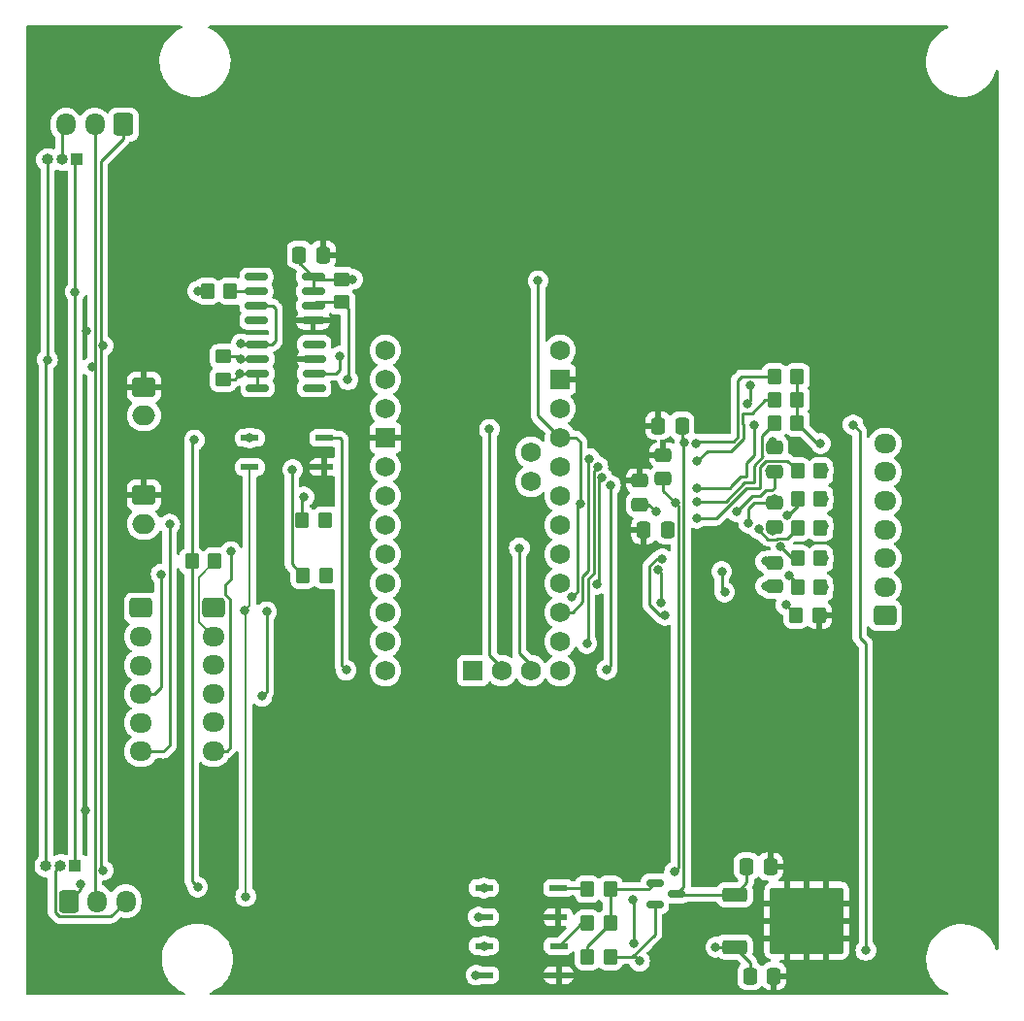
<source format=gbr>
%TF.GenerationSoftware,KiCad,Pcbnew,7.0.9*%
%TF.CreationDate,2024-01-03T22:08:46+05:30*%
%TF.ProjectId,BMS LTC6804-2,424d5320-4c54-4433-9638-30342d322e6b,rev?*%
%TF.SameCoordinates,Original*%
%TF.FileFunction,Copper,L1,Top*%
%TF.FilePolarity,Positive*%
%FSLAX46Y46*%
G04 Gerber Fmt 4.6, Leading zero omitted, Abs format (unit mm)*
G04 Created by KiCad (PCBNEW 7.0.9) date 2024-01-03 22:08:46*
%MOMM*%
%LPD*%
G01*
G04 APERTURE LIST*
G04 Aperture macros list*
%AMRoundRect*
0 Rectangle with rounded corners*
0 $1 Rounding radius*
0 $2 $3 $4 $5 $6 $7 $8 $9 X,Y pos of 4 corners*
0 Add a 4 corners polygon primitive as box body*
4,1,4,$2,$3,$4,$5,$6,$7,$8,$9,$2,$3,0*
0 Add four circle primitives for the rounded corners*
1,1,$1+$1,$2,$3*
1,1,$1+$1,$4,$5*
1,1,$1+$1,$6,$7*
1,1,$1+$1,$8,$9*
0 Add four rect primitives between the rounded corners*
20,1,$1+$1,$2,$3,$4,$5,0*
20,1,$1+$1,$4,$5,$6,$7,0*
20,1,$1+$1,$6,$7,$8,$9,0*
20,1,$1+$1,$8,$9,$2,$3,0*%
G04 Aperture macros list end*
%TA.AperFunction,SMDPad,CuDef*%
%ADD10RoundRect,0.250000X0.337500X0.475000X-0.337500X0.475000X-0.337500X-0.475000X0.337500X-0.475000X0*%
%TD*%
%TA.AperFunction,SMDPad,CuDef*%
%ADD11RoundRect,0.250000X-0.350000X-0.450000X0.350000X-0.450000X0.350000X0.450000X-0.350000X0.450000X0*%
%TD*%
%TA.AperFunction,SMDPad,CuDef*%
%ADD12RoundRect,0.250000X0.450000X-0.350000X0.450000X0.350000X-0.450000X0.350000X-0.450000X-0.350000X0*%
%TD*%
%TA.AperFunction,ComponentPad*%
%ADD13C,1.727200*%
%TD*%
%TA.AperFunction,ComponentPad*%
%ADD14R,1.727200X1.727200*%
%TD*%
%TA.AperFunction,ComponentPad*%
%ADD15RoundRect,0.250000X-0.725000X0.600000X-0.725000X-0.600000X0.725000X-0.600000X0.725000X0.600000X0*%
%TD*%
%TA.AperFunction,ComponentPad*%
%ADD16O,1.950000X1.700000*%
%TD*%
%TA.AperFunction,SMDPad,CuDef*%
%ADD17RoundRect,0.150000X-0.825000X-0.150000X0.825000X-0.150000X0.825000X0.150000X-0.825000X0.150000X0*%
%TD*%
%TA.AperFunction,SMDPad,CuDef*%
%ADD18RoundRect,0.250000X0.350000X0.450000X-0.350000X0.450000X-0.350000X-0.450000X0.350000X-0.450000X0*%
%TD*%
%TA.AperFunction,SMDPad,CuDef*%
%ADD19RoundRect,0.137500X-0.662500X-0.137500X0.662500X-0.137500X0.662500X0.137500X-0.662500X0.137500X0*%
%TD*%
%TA.AperFunction,ComponentPad*%
%ADD20RoundRect,0.250000X0.600000X0.725000X-0.600000X0.725000X-0.600000X-0.725000X0.600000X-0.725000X0*%
%TD*%
%TA.AperFunction,ComponentPad*%
%ADD21O,1.700000X1.950000*%
%TD*%
%TA.AperFunction,SMDPad,CuDef*%
%ADD22RoundRect,0.250000X-0.475000X0.337500X-0.475000X-0.337500X0.475000X-0.337500X0.475000X0.337500X0*%
%TD*%
%TA.AperFunction,SMDPad,CuDef*%
%ADD23RoundRect,0.250000X0.475000X-0.337500X0.475000X0.337500X-0.475000X0.337500X-0.475000X-0.337500X0*%
%TD*%
%TA.AperFunction,SMDPad,CuDef*%
%ADD24RoundRect,0.250000X-0.337500X-0.475000X0.337500X-0.475000X0.337500X0.475000X-0.337500X0.475000X0*%
%TD*%
%TA.AperFunction,SMDPad,CuDef*%
%ADD25RoundRect,0.150000X-0.587500X-0.150000X0.587500X-0.150000X0.587500X0.150000X-0.587500X0.150000X0*%
%TD*%
%TA.AperFunction,ComponentPad*%
%ADD26RoundRect,0.250000X-0.750000X0.600000X-0.750000X-0.600000X0.750000X-0.600000X0.750000X0.600000X0*%
%TD*%
%TA.AperFunction,ComponentPad*%
%ADD27O,2.000000X1.700000*%
%TD*%
%TA.AperFunction,SMDPad,CuDef*%
%ADD28RoundRect,0.150000X0.825000X0.150000X-0.825000X0.150000X-0.825000X-0.150000X0.825000X-0.150000X0*%
%TD*%
%TA.AperFunction,SMDPad,CuDef*%
%ADD29RoundRect,0.250000X-0.450000X0.350000X-0.450000X-0.350000X0.450000X-0.350000X0.450000X0.350000X0*%
%TD*%
%TA.AperFunction,SMDPad,CuDef*%
%ADD30RoundRect,0.250000X-0.850000X-0.350000X0.850000X-0.350000X0.850000X0.350000X-0.850000X0.350000X0*%
%TD*%
%TA.AperFunction,SMDPad,CuDef*%
%ADD31RoundRect,0.250000X-1.275000X-1.125000X1.275000X-1.125000X1.275000X1.125000X-1.275000X1.125000X0*%
%TD*%
%TA.AperFunction,SMDPad,CuDef*%
%ADD32RoundRect,0.249997X-2.950003X-2.650003X2.950003X-2.650003X2.950003X2.650003X-2.950003X2.650003X0*%
%TD*%
%TA.AperFunction,ComponentPad*%
%ADD33RoundRect,0.250000X0.725000X-0.600000X0.725000X0.600000X-0.725000X0.600000X-0.725000X-0.600000X0*%
%TD*%
%TA.AperFunction,ComponentPad*%
%ADD34RoundRect,0.250000X-0.600000X-0.725000X0.600000X-0.725000X0.600000X0.725000X-0.600000X0.725000X0*%
%TD*%
%TA.AperFunction,ComponentPad*%
%ADD35R,1.000000X1.000000*%
%TD*%
%TA.AperFunction,ComponentPad*%
%ADD36O,1.000000X1.000000*%
%TD*%
%TA.AperFunction,ViaPad*%
%ADD37C,0.800000*%
%TD*%
%TA.AperFunction,Conductor*%
%ADD38C,0.250000*%
%TD*%
%TA.AperFunction,Conductor*%
%ADD39C,0.200000*%
%TD*%
G04 APERTURE END LIST*
D10*
%TO.P,C14,1*%
%TO.N,Net-(U9-VREF2)*%
X78583700Y-59994800D03*
%TO.P,C14,2*%
%TO.N,B0*%
X76508700Y-59994800D03*
%TD*%
D11*
%TO.P,R1,1*%
%TO.N,Net-(R1-Pad1)*%
X37090600Y-62738000D03*
%TO.P,R1,2*%
%TO.N,CHGDT+*%
X39090600Y-62738000D03*
%TD*%
%TO.P,R7,1*%
%TO.N,Net-(Q1-B)*%
X71593200Y-97238400D03*
%TO.P,R7,2*%
%TO.N,B6*%
X73593200Y-97238400D03*
%TD*%
D12*
%TO.P,R4,1*%
%TO.N,DIN_VCC*%
X39827200Y-46872400D03*
%TO.P,R4,2*%
%TO.N,DOUT*%
X39827200Y-44872400D03*
%TD*%
D13*
%TO.P,A1,A0,A0*%
%TO.N,unconnected-(A1-PadA0)*%
X69215000Y-62103000D03*
%TO.P,A1,A1,A1*%
%TO.N,unconnected-(A1-PadA1)*%
X69215000Y-59563000D03*
%TO.P,A1,A2,A2*%
%TO.N,unconnected-(A1-PadA2)*%
X69215000Y-57023000D03*
%TO.P,A1,A3,A3*%
%TO.N,unconnected-(A1-PadA3)*%
X69215000Y-54483000D03*
%TO.P,A1,A4,A4/SDA*%
%TO.N,unconnected-(A1-A4{slash}SDA-PadA4)*%
X66675000Y-55753000D03*
%TO.P,A1,A5,A5/SCL*%
%TO.N,unconnected-(A1-A5{slash}SCL-PadA5)*%
X66675000Y-53213000D03*
%TO.P,A1,A6,A6*%
%TO.N,A6*%
X64135000Y-72263000D03*
%TO.P,A1,A7,A7*%
%TO.N,A7*%
X66675000Y-72263000D03*
%TO.P,A1,D0,D0/RX*%
%TO.N,DRX*%
X53975000Y-46863000D03*
%TO.P,A1,D1,D1/TX*%
%TO.N,DTX*%
X53975000Y-44323000D03*
%TO.P,A1,D2,D2_INT0*%
%TO.N,CHARGEALLOW*%
X53975000Y-54483000D03*
%TO.P,A1,D3,D3_INT1*%
%TO.N,DISCHARGEALLOW*%
X53975000Y-57023000D03*
%TO.P,A1,D4,D4*%
%TO.N,unconnected-(A1-PadD4)*%
X53975000Y-59563000D03*
%TO.P,A1,D5,D5*%
%TO.N,unconnected-(A1-PadD5)*%
X53975000Y-62103000D03*
%TO.P,A1,D6,D6*%
%TO.N,unconnected-(A1-PadD6)*%
X53975000Y-64643000D03*
%TO.P,A1,D7,D7*%
%TO.N,unconnected-(A1-PadD7)*%
X53975000Y-67183000D03*
%TO.P,A1,D8,D8*%
%TO.N,unconnected-(A1-PadD8)*%
X53975000Y-69723000D03*
%TO.P,A1,D9,D9*%
%TO.N,DCHG*%
X53975000Y-72263000D03*
%TO.P,A1,D10,D10_CS*%
%TO.N,SS*%
X69215000Y-72263000D03*
%TO.P,A1,D11,D11_MOSI*%
%TO.N,MOSI*%
X69215000Y-69723000D03*
%TO.P,A1,D12,D12_MISO*%
%TO.N,MISO*%
X69215000Y-67183000D03*
%TO.P,A1,D13,D13_SCK*%
%TO.N,SCK*%
X69215000Y-64643000D03*
D14*
%TO.P,A1,GND1,GND*%
%TO.N,B0*%
X53975000Y-51943000D03*
%TO.P,A1,GND2,GND*%
X69215000Y-46863000D03*
%TO.P,A1,GND3*%
%TO.N,N/C*%
X61595000Y-72263000D03*
D13*
%TO.P,A1,RAW,RAW*%
%TO.N,unconnected-(A1-PadRAW)*%
X69215000Y-44323000D03*
%TO.P,A1,RST1,RESET*%
%TO.N,Net-(A1-RESET-PadRST1)*%
X53975000Y-49403000D03*
%TO.P,A1,RST2,RESET*%
X69215000Y-49403000D03*
%TO.P,A1,Vcc1,Vcc*%
%TO.N,5V*%
X69215000Y-51943000D03*
%TD*%
D15*
%TO.P,J1,1,Pin_1*%
%TO.N,CHGDT-*%
X32639000Y-66802000D03*
D16*
%TO.P,J1,2,Pin_2*%
%TO.N,CHGDT+*%
X32639000Y-69302000D03*
%TO.P,J1,3,Pin_3*%
%TO.N,Net-(J1-Pin_3)*%
X32639000Y-71802000D03*
%TO.P,J1,4,Pin_4*%
%TO.N,Net-(J1-Pin_4)*%
X32639000Y-74302000D03*
%TO.P,J1,5,Pin_5*%
%TO.N,Net-(J1-Pin_5)*%
X32639000Y-76802000D03*
%TO.P,J1,6,Pin_6*%
%TO.N,Net-(J1-Pin_6)*%
X32639000Y-79302000D03*
%TD*%
D17*
%TO.P,U6,1,NC*%
%TO.N,unconnected-(U6-NC-Pad1)*%
X42711600Y-37896800D03*
%TO.P,U6,2,A*%
%TO.N,Net-(U6-A)*%
X42711600Y-39166800D03*
%TO.P,U6,3,C*%
%TO.N,DIN_GND*%
X42711600Y-40436800D03*
%TO.P,U6,4*%
%TO.N,N/C*%
X42711600Y-41706800D03*
%TO.P,U6,5,GND*%
%TO.N,B0*%
X47661600Y-41706800D03*
%TO.P,U6,6,VO*%
%TO.N,DRX*%
X47661600Y-40436800D03*
%TO.P,U6,7,EN*%
%TO.N,5V*%
X47661600Y-39166800D03*
%TO.P,U6,8,VCC*%
X47661600Y-37896800D03*
%TD*%
D11*
%TO.P,R11,1*%
%TO.N,CHARGEALLOW*%
X46802800Y-63957200D03*
%TO.P,R11,2*%
%TO.N,Net-(R11-Pad2)*%
X48802800Y-63957200D03*
%TD*%
D18*
%TO.P,R24,1*%
%TO.N,B5*%
X91932000Y-54864000D03*
%TO.P,R24,2*%
%TO.N,Net-(U9-S6)*%
X89932000Y-54864000D03*
%TD*%
%TO.P,R3,1*%
%TO.N,Net-(U6-A)*%
X40436800Y-39166800D03*
%TO.P,R3,2*%
%TO.N,DIN*%
X38436800Y-39166800D03*
%TD*%
D19*
%TO.P,U1,1*%
%TO.N,Net-(R1-Pad1)*%
X42141000Y-51968400D03*
%TO.P,U1,3*%
%TO.N,CHGDT-*%
X42141000Y-54508400D03*
%TO.P,U1,4*%
%TO.N,B0*%
X48641000Y-54508400D03*
%TO.P,U1,6*%
%TO.N,DCHG*%
X48641000Y-51968400D03*
%TD*%
D20*
%TO.P,J4,1,Pin_1*%
%TO.N,DIN_GND*%
X31115000Y-24638000D03*
D21*
%TO.P,J4,2,Pin_2*%
%TO.N,DIN_VCC*%
X28615000Y-24638000D03*
%TO.P,J4,3,Pin_3*%
%TO.N,Net-(J4-Pin_3)*%
X26115000Y-24638000D03*
%TD*%
D22*
%TO.P,C15,1*%
%TO.N,Net-(U9-C6)*%
X87884000Y-52810500D03*
%TO.P,C15,2*%
%TO.N,Net-(U9-C5)*%
X87884000Y-54885500D03*
%TD*%
D18*
%TO.P,R19,1*%
%TO.N,B0*%
X91805000Y-67437000D03*
%TO.P,R19,2*%
%TO.N,Net-(U9-S1)*%
X89805000Y-67437000D03*
%TD*%
D22*
%TO.P,C17,1*%
%TO.N,Net-(U9-C4)*%
X87884000Y-57636500D03*
%TO.P,C17,2*%
%TO.N,Net-(U9-C3)*%
X87884000Y-59711500D03*
%TD*%
D23*
%TO.P,C11,1*%
%TO.N,5V*%
X78206600Y-55520500D03*
%TO.P,C11,2*%
%TO.N,B0*%
X78206600Y-53445500D03*
%TD*%
D24*
%TO.P,C1,1*%
%TO.N,B0*%
X77757200Y-50901600D03*
%TO.P,C1,2*%
%TO.N,POW*%
X79832200Y-50901600D03*
%TD*%
D25*
%TO.P,Q1,1,B*%
%TO.N,Net-(Q1-B)*%
X77472300Y-90794800D03*
%TO.P,Q1,2,E*%
%TO.N,B6*%
X77472300Y-92694800D03*
%TO.P,Q1,3,C*%
%TO.N,POW*%
X79347300Y-91744800D03*
%TD*%
D23*
%TO.P,C13,1*%
%TO.N,Net-(U9-VREF1)*%
X76174600Y-57781100D03*
%TO.P,C13,2*%
%TO.N,B0*%
X76174600Y-55706100D03*
%TD*%
D26*
%TO.P,J7,1,Pin_1*%
%TO.N,B0*%
X32914000Y-47518000D03*
D27*
%TO.P,J7,2,Pin_2*%
%TO.N,A6*%
X32914000Y-50018000D03*
%TD*%
D24*
%TO.P,C9,1*%
%TO.N,5V*%
X85779700Y-98907600D03*
%TO.P,C9,2*%
%TO.N,B0*%
X87854700Y-98907600D03*
%TD*%
D28*
%TO.P,U7,1,NC*%
%TO.N,unconnected-(U7-NC-Pad1)*%
X47763200Y-47602600D03*
%TO.P,U7,2,A*%
%TO.N,Net-(U7-A)*%
X47763200Y-46332600D03*
%TO.P,U7,3,C*%
%TO.N,B0*%
X47763200Y-45062600D03*
%TO.P,U7,4*%
%TO.N,N/C*%
X47763200Y-43792600D03*
%TO.P,U7,5,GND*%
%TO.N,DIN_GND*%
X42813200Y-43792600D03*
%TO.P,U7,6,VO*%
%TO.N,DOUT*%
X42813200Y-45062600D03*
%TO.P,U7,7,EN*%
%TO.N,DIN_VCC*%
X42813200Y-46332600D03*
%TO.P,U7,8,VCC*%
X42813200Y-47602600D03*
%TD*%
D11*
%TO.P,R6,1*%
%TO.N,Net-(R6-Pad1)*%
X71593200Y-94288400D03*
%TO.P,R6,2*%
%TO.N,Net-(Q1-B)*%
X73593200Y-94288400D03*
%TD*%
D24*
%TO.P,C10,1*%
%TO.N,5V*%
X46460500Y-35991800D03*
%TO.P,C10,2*%
%TO.N,B0*%
X48535500Y-35991800D03*
%TD*%
D18*
%TO.P,R30,1*%
%TO.N,B6*%
X89900000Y-46609000D03*
%TO.P,R30,2*%
%TO.N,Net-(U9-C12)*%
X87900000Y-46609000D03*
%TD*%
D29*
%TO.P,R8,1*%
%TO.N,5V*%
X50139600Y-38116000D03*
%TO.P,R8,2*%
%TO.N,DRX*%
X50139600Y-40116000D03*
%TD*%
D18*
%TO.P,R23,1*%
%TO.N,B4*%
X91932000Y-57277000D03*
%TO.P,R23,2*%
%TO.N,Net-(U9-S5)*%
X89932000Y-57277000D03*
%TD*%
D26*
%TO.P,J8,1,Pin_1*%
%TO.N,B0*%
X32914000Y-56968000D03*
D27*
%TO.P,J8,2,Pin_2*%
%TO.N,A7*%
X32914000Y-59468000D03*
%TD*%
D24*
%TO.P,C8,1*%
%TO.N,POW*%
X85474900Y-89357200D03*
%TO.P,C8,2*%
%TO.N,B0*%
X87549900Y-89357200D03*
%TD*%
D18*
%TO.P,R20,1*%
%TO.N,B1*%
X91932000Y-65024000D03*
%TO.P,R20,2*%
%TO.N,Net-(U9-S2)*%
X89932000Y-65024000D03*
%TD*%
D30*
%TO.P,U8,1,VI*%
%TO.N,POW*%
X84427400Y-91800600D03*
D31*
%TO.P,U8,2,GND*%
%TO.N,B0*%
X89052400Y-92555600D03*
X89052400Y-95605600D03*
D32*
X90727400Y-94080600D03*
D31*
X92402400Y-92555600D03*
X92402400Y-95605600D03*
D30*
%TO.P,U8,3,VO*%
%TO.N,5V*%
X84427400Y-96360600D03*
%TD*%
D33*
%TO.P,J9,1,Pin_1*%
%TO.N,Net-(J9-Pin_1)*%
X97536000Y-67451000D03*
D16*
%TO.P,J9,2,Pin_2*%
%TO.N,Net-(J9-Pin_2)*%
X97536000Y-64951000D03*
%TO.P,J9,3,Pin_3*%
%TO.N,Net-(J9-Pin_3)*%
X97536000Y-62451000D03*
%TO.P,J9,4,Pin_4*%
%TO.N,Net-(J9-Pin_4)*%
X97536000Y-59951000D03*
%TO.P,J9,5,Pin_5*%
%TO.N,Net-(J9-Pin_5)*%
X97536000Y-57451000D03*
%TO.P,J9,6,Pin_6*%
%TO.N,Net-(J9-Pin_6)*%
X97536000Y-54951000D03*
%TO.P,J9,7,Pin_7*%
%TO.N,Net-(J9-Pin_7)*%
X97536000Y-52451000D03*
%TD*%
D19*
%TO.P,U2,1*%
%TO.N,Net-(R1-Pad1)*%
X62561400Y-91236800D03*
%TO.P,U2,3*%
%TO.N,CHGDT-*%
X62561400Y-93776800D03*
%TO.P,U2,4*%
%TO.N,B0*%
X69061400Y-93776800D03*
%TO.P,U2,6*%
%TO.N,Net-(R5-Pad1)*%
X69061400Y-91236800D03*
%TD*%
D18*
%TO.P,R28,1*%
%TO.N,B6*%
X89900000Y-48641000D03*
%TO.P,R28,2*%
%TO.N,Net-(U9-C10)*%
X87900000Y-48641000D03*
%TD*%
%TO.P,R25,1*%
%TO.N,B6*%
X89900000Y-50673000D03*
%TO.P,R25,2*%
%TO.N,Net-(U9-C7)*%
X87900000Y-50673000D03*
%TD*%
D19*
%TO.P,U4,1*%
%TO.N,Net-(R2-Pad1)*%
X62586800Y-96291400D03*
%TO.P,U4,3*%
%TO.N,DIN_GND*%
X62586800Y-98831400D03*
%TO.P,U4,4*%
%TO.N,B0*%
X69086800Y-98831400D03*
%TO.P,U4,6*%
%TO.N,Net-(R6-Pad1)*%
X69086800Y-96291400D03*
%TD*%
D22*
%TO.P,C19,1*%
%TO.N,Net-(U9-C2)*%
X87884000Y-62843500D03*
%TO.P,C19,2*%
%TO.N,Net-(U9-C1)*%
X87884000Y-64918500D03*
%TD*%
D34*
%TO.P,J3,1,Pin_1*%
%TO.N,DIN_GND*%
X26329000Y-92384000D03*
D21*
%TO.P,J3,2,Pin_2*%
%TO.N,DIN_VCC*%
X28829000Y-92384000D03*
%TO.P,J3,3,Pin_3*%
%TO.N,Net-(J3-Pin_3)*%
X31329000Y-92384000D03*
%TD*%
D11*
%TO.P,R5,1*%
%TO.N,Net-(R5-Pad1)*%
X71593200Y-91338400D03*
%TO.P,R5,2*%
%TO.N,Net-(Q1-B)*%
X73593200Y-91338400D03*
%TD*%
D18*
%TO.P,R22,1*%
%TO.N,B3*%
X91932000Y-59817000D03*
%TO.P,R22,2*%
%TO.N,Net-(U9-S4)*%
X89932000Y-59817000D03*
%TD*%
%TO.P,R10,1*%
%TO.N,Net-(R10-Pad1)*%
X48726600Y-59131200D03*
%TO.P,R10,2*%
%TO.N,DISCHARGEALLOW*%
X46726600Y-59131200D03*
%TD*%
%TO.P,R21,1*%
%TO.N,B2*%
X91932000Y-62484000D03*
%TO.P,R21,2*%
%TO.N,Net-(U9-S3)*%
X89932000Y-62484000D03*
%TD*%
D35*
%TO.P,J6,1,Pin_1*%
%TO.N,DIN*%
X26908000Y-89281000D03*
D36*
%TO.P,J6,2,Pin_2*%
%TO.N,Net-(J3-Pin_3)*%
X25638000Y-89281000D03*
%TO.P,J6,3,Pin_3*%
%TO.N,DOUT*%
X24368000Y-89281000D03*
%TD*%
D15*
%TO.P,J2,1,Pin_1*%
%TO.N,CHGDT-*%
X38972000Y-66775000D03*
D16*
%TO.P,J2,2,Pin_2*%
%TO.N,CHGDT+*%
X38972000Y-69275000D03*
%TO.P,J2,3,Pin_3*%
%TO.N,Net-(J1-Pin_3)*%
X38972000Y-71775000D03*
%TO.P,J2,4,Pin_4*%
%TO.N,Net-(J2-Pin_4)*%
X38972000Y-74275000D03*
%TO.P,J2,5,Pin_5*%
%TO.N,Net-(J1-Pin_5)*%
X38972000Y-76775000D03*
%TO.P,J2,6,Pin_6*%
%TO.N,Net-(J2-Pin_6)*%
X38972000Y-79275000D03*
%TD*%
D35*
%TO.P,J5,1,Pin_1*%
%TO.N,DIN*%
X27051000Y-27686000D03*
D36*
%TO.P,J5,2,Pin_2*%
%TO.N,Net-(J4-Pin_3)*%
X25781000Y-27686000D03*
%TO.P,J5,3,Pin_3*%
%TO.N,DOUT*%
X24511000Y-27686000D03*
%TD*%
D37*
%TO.N,A6*%
X63042800Y-51206400D03*
%TO.N,A7*%
X65659000Y-61569600D03*
%TO.N,DRX*%
X50698400Y-46888400D03*
%TO.N,CHARGEALLOW*%
X45872400Y-54737000D03*
%TO.N,DISCHARGEALLOW*%
X46863000Y-57099200D03*
%TO.N,DCHG*%
X50546000Y-72212200D03*
%TO.N,SS*%
X73279000Y-72186800D03*
X73609200Y-56083200D03*
%TO.N,MOSI*%
X72501428Y-54463987D03*
X71551800Y-69900800D03*
%TO.N,MISO*%
X71780400Y-53771800D03*
%TO.N,SCK*%
X72415400Y-64719200D03*
X72860662Y-55396702D03*
%TO.N,B0*%
X25654000Y-84836000D03*
X27787600Y-84480400D03*
X65024000Y-51485800D03*
X65405000Y-46863000D03*
X92202000Y-67437000D03*
X27863800Y-42646600D03*
%TO.N,5V*%
X75615800Y-96088200D03*
X51104800Y-38125400D03*
X82778600Y-96393000D03*
X70954300Y-57708800D03*
X67284600Y-38252400D03*
X70256400Y-65862200D03*
X75514200Y-92227400D03*
X79197200Y-89789000D03*
X79248500Y-57607200D03*
%TO.N,B5*%
X92202000Y-54737000D03*
%TO.N,B6*%
X94767400Y-50825400D03*
X91922000Y-52451000D03*
X95885000Y-96672400D03*
X76149200Y-97612200D03*
%TO.N,B4*%
X92202000Y-57277000D03*
%TO.N,B3*%
X92202000Y-59690000D03*
%TO.N,B2*%
X92202000Y-62484000D03*
%TO.N,B1*%
X92202000Y-65024000D03*
%TO.N,DIN_VCC*%
X28409300Y-45784100D03*
X41300400Y-46380400D03*
%TO.N,DIN_GND*%
X29339500Y-43916600D03*
X27381200Y-90932000D03*
X61874400Y-98831400D03*
X41376600Y-43764200D03*
X29339500Y-89687400D03*
%TO.N,POW*%
X80083411Y-52366023D03*
%TO.N,Net-(U9-VREF1)*%
X77571600Y-58414500D03*
%TO.N,Net-(U9-VREF2)*%
X78583700Y-59994800D03*
%TO.N,Net-(U9-C6)*%
X87757000Y-52324000D03*
%TO.N,Net-(U9-C5)*%
X84592032Y-58396957D03*
X87503000Y-54864000D03*
%TO.N,Net-(U9-C4)*%
X87884000Y-57277000D03*
X85648800Y-59410600D03*
%TO.N,Net-(U9-C3)*%
X87757000Y-60071000D03*
%TO.N,Net-(U9-C2)*%
X87122000Y-62738000D03*
%TO.N,Net-(U9-C1)*%
X87122000Y-64897000D03*
X83312000Y-63627000D03*
X83566000Y-65405000D03*
%TO.N,Net-(U9-C0)*%
X78359000Y-67437000D03*
X78121785Y-62521657D03*
%TO.N,CHGDT-*%
X62077600Y-93751400D03*
X41706800Y-67056000D03*
X41783000Y-91973400D03*
%TO.N,Net-(J1-Pin_4)*%
X34417000Y-63855600D03*
%TO.N,Net-(J1-Pin_6)*%
X35153600Y-59486800D03*
%TO.N,Net-(J2-Pin_4)*%
X43611800Y-67132200D03*
X43205400Y-74498200D03*
%TO.N,Net-(J2-Pin_6)*%
X40487600Y-61874400D03*
%TO.N,DIN*%
X37592000Y-39166800D03*
X26908000Y-39217600D03*
%TO.N,DOUT*%
X24485600Y-45135800D03*
X41325800Y-45059600D03*
%TO.N,Net-(R1-Pad1)*%
X37592000Y-91135200D03*
X42141000Y-51968400D03*
X62561400Y-91236800D03*
X37312600Y-52146200D03*
%TO.N,Net-(R2-Pad1)*%
X62586800Y-96291400D03*
%TO.N,Net-(U7-A)*%
X49987200Y-44831000D03*
%TO.N,Net-(R10-Pad1)*%
X48726600Y-59131200D03*
%TO.N,Net-(R11-Pad2)*%
X48802800Y-63957200D03*
%TO.N,Net-(U9-S1)*%
X78028800Y-66344800D03*
X77749400Y-63449200D03*
X88922199Y-66534898D03*
%TO.N,Net-(U9-S2)*%
X89156362Y-63944772D03*
%TO.N,Net-(U9-S3)*%
X88452994Y-61462235D03*
%TO.N,Net-(U9-S4)*%
X86520929Y-59900431D03*
%TO.N,Net-(U9-S5)*%
X88987830Y-58753097D03*
%TO.N,Net-(U9-S6)*%
X81140208Y-58984679D03*
%TO.N,Net-(U9-C7)*%
X81137603Y-57498014D03*
%TO.N,Net-(U9-C8)*%
X86106000Y-50825400D03*
X85521800Y-48945800D03*
X85801200Y-47333500D03*
X81178400Y-56311800D03*
%TO.N,Net-(U9-C10)*%
X81169585Y-54003592D03*
%TO.N,Net-(U9-C12)*%
X81076800Y-52476400D03*
%TD*%
D38*
%TO.N,A6*%
X63042800Y-70916800D02*
X64135000Y-72009000D01*
X64135000Y-72009000D02*
X64135000Y-72263000D01*
X63042800Y-51206400D02*
X63042800Y-70916800D01*
%TO.N,A7*%
X66675000Y-71780400D02*
X66675000Y-72263000D01*
X65659000Y-70764400D02*
X66675000Y-71780400D01*
X65659000Y-61569600D02*
X65659000Y-70764400D01*
%TO.N,DRX*%
X50712200Y-40688600D02*
X50712200Y-46874600D01*
X50139600Y-40116000D02*
X50712200Y-40688600D01*
X50712200Y-46874600D02*
X50698400Y-46888400D01*
X47982400Y-40116000D02*
X47661600Y-40436800D01*
X50139600Y-40116000D02*
X47982400Y-40116000D01*
%TO.N,CHARGEALLOW*%
X45801600Y-54807800D02*
X45872400Y-54737000D01*
X46802800Y-63957200D02*
X45801600Y-62956000D01*
X45801600Y-62956000D02*
X45801600Y-54807800D01*
%TO.N,DISCHARGEALLOW*%
X46726600Y-57235600D02*
X46863000Y-57099200D01*
X46726600Y-59131200D02*
X46726600Y-57235600D01*
%TO.N,DCHG*%
X50165000Y-52146200D02*
X50165000Y-71831200D01*
X50165000Y-71831200D02*
X50546000Y-72212200D01*
X49987200Y-51968400D02*
X50165000Y-52146200D01*
X48641000Y-51968400D02*
X49987200Y-51968400D01*
%TO.N,SS*%
X73609200Y-71856600D02*
X73279000Y-72186800D01*
X73609200Y-56083200D02*
X73609200Y-71856600D01*
%TO.N,MOSI*%
X72135662Y-54829754D02*
X72135662Y-56438462D01*
X72136000Y-63763203D02*
X71637203Y-64262000D01*
X72501428Y-54463987D02*
X72135662Y-54829754D01*
X72135662Y-56438462D02*
X72136000Y-56438800D01*
X71637203Y-69815397D02*
X71551800Y-69900800D01*
X71637203Y-64262000D02*
X71637203Y-69815397D01*
X72136000Y-56438800D02*
X72136000Y-63763203D01*
%TO.N,MISO*%
X70281800Y-67183000D02*
X69215000Y-67183000D01*
X71678800Y-53873400D02*
X71678800Y-63576200D01*
X71187203Y-64075604D02*
X71187203Y-66277597D01*
X71187203Y-66277597D02*
X70281800Y-67183000D01*
X71780400Y-53771800D02*
X71678800Y-53873400D01*
X71682704Y-63580104D02*
X71187203Y-64075604D01*
X71678800Y-63576200D02*
X71682704Y-63580104D01*
%TO.N,SCK*%
X72633499Y-64501101D02*
X72415400Y-64719200D01*
X72860662Y-55396702D02*
X72633499Y-55623865D01*
X72633499Y-55623865D02*
X72633499Y-64501101D01*
%TO.N,B0*%
X45996400Y-45062600D02*
X45796200Y-45262800D01*
X47763200Y-45062600D02*
X45996400Y-45062600D01*
X65405000Y-51104800D02*
X65405000Y-46863000D01*
X65024000Y-51485800D02*
X65405000Y-51104800D01*
%TO.N,5V*%
X78206600Y-56565300D02*
X79248500Y-57607200D01*
X46460500Y-35991800D02*
X46460500Y-36695700D01*
X79197200Y-89789000D02*
X79523000Y-89463200D01*
X47661600Y-39166800D02*
X47661600Y-37896800D01*
X51095400Y-38116000D02*
X51104800Y-38125400D01*
X75615800Y-92329000D02*
X75514200Y-92227400D01*
X82811000Y-96360600D02*
X82778600Y-96393000D01*
X79523000Y-89463200D02*
X79523000Y-84378800D01*
X50139600Y-38116000D02*
X51095400Y-38116000D01*
X47880800Y-38116000D02*
X47661600Y-37896800D01*
X67284600Y-50012600D02*
X69215000Y-51943000D01*
X70737203Y-65381397D02*
X70737203Y-57925897D01*
X79523000Y-57881700D02*
X79248500Y-57607200D01*
X70954300Y-52310700D02*
X70586600Y-51943000D01*
X70586600Y-51943000D02*
X69215000Y-51943000D01*
X46460500Y-36695700D02*
X47661600Y-37896800D01*
X75615800Y-96088200D02*
X75615800Y-92329000D01*
X85779700Y-98907600D02*
X85779700Y-97712900D01*
X70737203Y-57925897D02*
X70954300Y-57708800D01*
X84427400Y-96360600D02*
X82811000Y-96360600D01*
X70256400Y-65862200D02*
X70737203Y-65381397D01*
X85779700Y-97712900D02*
X84427400Y-96360600D01*
X78206600Y-55520500D02*
X78206600Y-56565300D01*
X79523000Y-84378800D02*
X79523000Y-57881700D01*
X67284600Y-38252400D02*
X67284600Y-50012600D01*
X50139600Y-38116000D02*
X47880800Y-38116000D01*
X70954300Y-57708800D02*
X70954300Y-52310700D01*
%TO.N,B6*%
X74726800Y-97238400D02*
X75490905Y-97238400D01*
X89900000Y-46609000D02*
X89900000Y-50673000D01*
X74726800Y-97238400D02*
X75775400Y-97238400D01*
X73593200Y-97238400D02*
X74726800Y-97238400D01*
X77472300Y-95257005D02*
X77472300Y-92694800D01*
X75490905Y-97238400D02*
X77472300Y-95257005D01*
X89900000Y-50673000D02*
X91678000Y-52451000D01*
X95326200Y-51384200D02*
X94767400Y-50825400D01*
X75775400Y-97238400D02*
X76149200Y-97612200D01*
X91678000Y-52451000D02*
X91922000Y-52451000D01*
X95885000Y-96672400D02*
X95885000Y-69926200D01*
X95326200Y-69367400D02*
X95326200Y-51384200D01*
X95885000Y-69926200D02*
X95326200Y-69367400D01*
%TO.N,DIN_VCC*%
X41348200Y-46332600D02*
X41300400Y-46380400D01*
X28615000Y-24638000D02*
X28615000Y-92170000D01*
X39827200Y-46872400D02*
X40808400Y-46872400D01*
X28615000Y-92170000D02*
X28829000Y-92384000D01*
X42813200Y-46332600D02*
X41348200Y-46332600D01*
X42813200Y-46332600D02*
X42813200Y-47602600D01*
X40808400Y-46872400D02*
X41300400Y-46380400D01*
%TO.N,DIN_GND*%
X31115000Y-25831800D02*
X29133800Y-27813000D01*
X42711600Y-40436800D02*
X44119800Y-40436800D01*
X44399200Y-43484800D02*
X44091400Y-43792600D01*
X29133800Y-89481700D02*
X29339500Y-89687400D01*
X29133800Y-27813000D02*
X29133800Y-89481700D01*
X44119800Y-40436800D02*
X44399200Y-40716200D01*
X44091400Y-43792600D02*
X42813200Y-43792600D01*
X42813200Y-43792600D02*
X41405000Y-43792600D01*
X27381200Y-91331800D02*
X26329000Y-92384000D01*
X44399200Y-40716200D02*
X44399200Y-43484800D01*
X62586800Y-98831400D02*
X61874400Y-98831400D01*
X31115000Y-24638000D02*
X31115000Y-25831800D01*
X27381200Y-90932000D02*
X27381200Y-91331800D01*
X41405000Y-43792600D02*
X41376600Y-43764200D01*
%TO.N,POW*%
X79832200Y-50901600D02*
X79832200Y-52114812D01*
X79973000Y-91119100D02*
X79973000Y-52564200D01*
X79832200Y-52114812D02*
X80083411Y-52366023D01*
X79347300Y-91744800D02*
X79973000Y-91119100D01*
X85474900Y-89357200D02*
X85474900Y-90753100D01*
X80162400Y-52374800D02*
X80153623Y-52366023D01*
X85474900Y-90753100D02*
X84427400Y-91800600D01*
X79973000Y-52564200D02*
X80162400Y-52374800D01*
X84427400Y-91800600D02*
X79403100Y-91800600D01*
X79403100Y-91800600D02*
X79347300Y-91744800D01*
X80153623Y-52366023D02*
X80083411Y-52366023D01*
%TO.N,Net-(U9-VREF1)*%
X76938200Y-57781100D02*
X76174600Y-57781100D01*
X77571600Y-58414500D02*
X76938200Y-57781100D01*
%TO.N,Net-(U9-C5)*%
X87147400Y-56515000D02*
X87680800Y-56515000D01*
X87884000Y-56311800D02*
X87884000Y-54885500D01*
X85965989Y-57023000D02*
X86639400Y-57023000D01*
X86639400Y-57023000D02*
X87147400Y-56515000D01*
X87680800Y-56515000D02*
X87884000Y-56311800D01*
X84592032Y-58396957D02*
X85965989Y-57023000D01*
%TO.N,Net-(U9-C4)*%
X85648800Y-59410600D02*
X85648800Y-58089800D01*
X85648800Y-58089800D02*
X86102100Y-57636500D01*
X86102100Y-57636500D02*
X87884000Y-57636500D01*
%TO.N,Net-(U9-C1)*%
X83312000Y-65151000D02*
X83312000Y-63627000D01*
X83312000Y-63373000D02*
X83312000Y-63627000D01*
X83566000Y-65405000D02*
X83312000Y-65151000D01*
%TO.N,Net-(U9-C0)*%
X77024400Y-63148895D02*
X77024400Y-66534200D01*
X77024400Y-66534200D02*
X77927200Y-67437000D01*
X78121785Y-62521657D02*
X77651638Y-62521657D01*
X77651638Y-62521657D02*
X77024400Y-63148895D01*
X77927200Y-67437000D02*
X78359000Y-67437000D01*
D39*
%TO.N,CHGDT-*%
X41783000Y-91973400D02*
X41783000Y-67132200D01*
X42141000Y-54508400D02*
X42141000Y-66621800D01*
X41783000Y-67132200D02*
X41706800Y-67056000D01*
X62561400Y-93776800D02*
X62103000Y-93776800D01*
X32666000Y-66775000D02*
X32639000Y-66802000D01*
X42141000Y-66621800D02*
X41706800Y-67056000D01*
X62103000Y-93776800D02*
X62077600Y-93751400D01*
%TO.N,CHGDT+*%
X37697000Y-68000000D02*
X38972000Y-69275000D01*
X39090600Y-62738000D02*
X37697000Y-64131600D01*
X38945000Y-69302000D02*
X38972000Y-69275000D01*
X37697000Y-64131600D02*
X37697000Y-68000000D01*
D38*
%TO.N,Net-(J1-Pin_3)*%
X32666000Y-71775000D02*
X32639000Y-71802000D01*
%TO.N,Net-(J1-Pin_4)*%
X34417000Y-73685400D02*
X33800400Y-74302000D01*
X34417000Y-63855600D02*
X34417000Y-73685400D01*
X33800400Y-74302000D02*
X32639000Y-74302000D01*
%TO.N,Net-(J1-Pin_5)*%
X38945000Y-76802000D02*
X38972000Y-76775000D01*
%TO.N,Net-(J1-Pin_6)*%
X35153600Y-59486800D02*
X35153600Y-78765400D01*
X35153600Y-78765400D02*
X34617000Y-79302000D01*
X34617000Y-79302000D02*
X32639000Y-79302000D01*
%TO.N,Net-(J2-Pin_4)*%
X43611800Y-67132200D02*
X43611800Y-74091800D01*
X43611800Y-74091800D02*
X43205400Y-74498200D01*
%TO.N,Net-(J2-Pin_6)*%
X40411400Y-66040000D02*
X40411400Y-78994000D01*
X40487600Y-64280542D02*
X39997000Y-64771142D01*
X39997000Y-64771142D02*
X39997000Y-65625600D01*
X40411400Y-78994000D02*
X40130400Y-79275000D01*
X40130400Y-79275000D02*
X38972000Y-79275000D01*
X40487600Y-61874400D02*
X40487600Y-64280542D01*
X39997000Y-65625600D02*
X40411400Y-66040000D01*
%TO.N,Net-(J3-Pin_3)*%
X25138001Y-93338101D02*
X25500500Y-93700600D01*
X25500500Y-93700600D02*
X30012400Y-93700600D01*
X25138001Y-89780999D02*
X25138001Y-93338101D01*
X30012400Y-93700600D02*
X31329000Y-92384000D01*
X25638000Y-89281000D02*
X25138001Y-89780999D01*
%TO.N,Net-(J4-Pin_3)*%
X25781000Y-27686000D02*
X25781000Y-24972000D01*
X25781000Y-24972000D02*
X26115000Y-24638000D01*
%TO.N,DIN*%
X26908000Y-27829000D02*
X27051000Y-27686000D01*
X26908000Y-89281000D02*
X26908000Y-39217600D01*
X38436800Y-39166800D02*
X37592000Y-39166800D01*
X26908000Y-39217600D02*
X26908000Y-27829000D01*
%TO.N,DOUT*%
X41138600Y-44872400D02*
X41325800Y-45059600D01*
X24485600Y-45135800D02*
X24511000Y-45110400D01*
X24511000Y-45110400D02*
X24511000Y-27686000D01*
X42813200Y-45062600D02*
X41328800Y-45062600D01*
X24368000Y-45253400D02*
X24368000Y-89281000D01*
X39827200Y-44872400D02*
X41138600Y-44872400D01*
X24485600Y-45135800D02*
X24368000Y-45253400D01*
X41328800Y-45062600D02*
X41325800Y-45059600D01*
%TO.N,Net-(Q1-B)*%
X76928700Y-91338400D02*
X77472300Y-90794800D01*
X73593200Y-94288400D02*
X73593200Y-91338400D01*
X73593200Y-91338400D02*
X76928700Y-91338400D01*
X71593200Y-97238400D02*
X71593200Y-96288400D01*
X71593200Y-96288400D02*
X73593200Y-94288400D01*
%TO.N,Net-(R1-Pad1)*%
X37090600Y-62738000D02*
X37090600Y-90633800D01*
X37090600Y-62738000D02*
X37090600Y-52368200D01*
X37090600Y-90633800D02*
X37592000Y-91135200D01*
X37090600Y-52368200D02*
X37312600Y-52146200D01*
%TO.N,Net-(U6-A)*%
X40436800Y-39166800D02*
X42711600Y-39166800D01*
%TO.N,Net-(R5-Pad1)*%
X71491600Y-91236800D02*
X71593200Y-91338400D01*
X69061400Y-91236800D02*
X71491600Y-91236800D01*
%TO.N,Net-(R6-Pad1)*%
X69086800Y-96291400D02*
X71089800Y-94288400D01*
X71089800Y-94288400D02*
X71593200Y-94288400D01*
%TO.N,Net-(U7-A)*%
X49987200Y-44831000D02*
X49987200Y-45999400D01*
X49654000Y-46332600D02*
X49987200Y-45999400D01*
X47763200Y-46332600D02*
X49654000Y-46332600D01*
%TO.N,Net-(U9-S1)*%
X78028800Y-66344800D02*
X78028800Y-63728600D01*
X89805000Y-67417699D02*
X88922199Y-66534898D01*
X78028800Y-63728600D02*
X77749400Y-63449200D01*
X89805000Y-67437000D02*
X89805000Y-67417699D01*
%TO.N,Net-(U9-S2)*%
X89932000Y-64720410D02*
X89156362Y-63944772D01*
X89932000Y-65024000D02*
X89932000Y-64720410D01*
%TO.N,Net-(U9-S3)*%
X89932000Y-62484000D02*
X89474759Y-62484000D01*
X89474759Y-62484000D02*
X88452994Y-61462235D01*
%TO.N,Net-(U9-S4)*%
X88057305Y-60796000D02*
X87335900Y-60796000D01*
X89932000Y-59817000D02*
X89038347Y-60710653D01*
X86520929Y-59981029D02*
X86520929Y-59900431D01*
X87335900Y-60796000D02*
X86520929Y-59981029D01*
X88142652Y-60710653D02*
X88057305Y-60796000D01*
X89038347Y-60710653D02*
X88142652Y-60710653D01*
%TO.N,Net-(U9-S5)*%
X89027000Y-58801000D02*
X89025000Y-58799000D01*
X89932000Y-57896000D02*
X89027000Y-58801000D01*
X89932000Y-57277000D02*
X89932000Y-57896000D01*
%TO.N,Net-(U9-S6)*%
X85461695Y-56337200D02*
X86614000Y-56337200D01*
X86614000Y-54522900D02*
X87163900Y-53973000D01*
X89041000Y-53973000D02*
X89932000Y-54864000D01*
X82814216Y-58984679D02*
X85461695Y-56337200D01*
X87163900Y-53973000D02*
X89041000Y-53973000D01*
X81140208Y-58984679D02*
X82814216Y-58984679D01*
X86614000Y-56337200D02*
X86614000Y-54522900D01*
%TO.N,Net-(U9-C7)*%
X86106000Y-55854600D02*
X86106000Y-54394504D01*
X85307899Y-55854600D02*
X86106000Y-55854600D01*
X86106000Y-54394504D02*
X86912652Y-53587852D01*
X81137603Y-57498014D02*
X83664485Y-57498014D01*
X86834000Y-53509200D02*
X86834000Y-51739000D01*
X86912652Y-53587852D02*
X86834000Y-53509200D01*
X83664485Y-57498014D02*
X85307899Y-55854600D01*
X86834000Y-51739000D02*
X87900000Y-50673000D01*
%TO.N,Net-(U9-C8)*%
X86106000Y-50825400D02*
X86106000Y-53492400D01*
X84201000Y-56134000D02*
X84023200Y-56311800D01*
X86106000Y-53492400D02*
X85826600Y-53771800D01*
X85801200Y-48666400D02*
X85521800Y-48945800D01*
X85801200Y-47333500D02*
X85801200Y-48666400D01*
X84988400Y-55346600D02*
X84201000Y-56134000D01*
X85826600Y-53771800D02*
X85420200Y-54178200D01*
X85420200Y-55346600D02*
X84988400Y-55346600D01*
X84023200Y-56311800D02*
X81178400Y-56311800D01*
X85420200Y-54178200D02*
X85420200Y-55346600D01*
%TO.N,Net-(U9-C10)*%
X81169585Y-54003592D02*
X82061777Y-53111400D01*
X85166200Y-52071396D02*
X85166200Y-50774600D01*
X85166200Y-50774600D02*
X85159000Y-50767400D01*
X85159000Y-49809400D02*
X85928200Y-49809400D01*
X82061777Y-53111400D02*
X84126196Y-53111400D01*
X85928200Y-49809400D02*
X87096600Y-48641000D01*
X84126196Y-53111400D02*
X85166200Y-52071396D01*
X87096600Y-48641000D02*
X87900000Y-48641000D01*
X85159000Y-50767400D02*
X85159000Y-49809400D01*
%TO.N,Net-(U9-C12)*%
X84709000Y-51892200D02*
X84709000Y-46939200D01*
X81305400Y-52247800D02*
X84353400Y-52247800D01*
X84353400Y-52247800D02*
X84709000Y-51892200D01*
X84709000Y-46939200D02*
X85039200Y-46609000D01*
X81076800Y-52476400D02*
X81305400Y-52247800D01*
X85039200Y-46609000D02*
X87900000Y-46609000D01*
%TD*%
%TA.AperFunction,Conductor*%
%TO.N,B0*%
G36*
X27738703Y-46386519D02*
G01*
X27749645Y-46397255D01*
X27768828Y-46418560D01*
X27803429Y-46456988D01*
X27938385Y-46555039D01*
X27981051Y-46610369D01*
X27989500Y-46655357D01*
X27989500Y-88350061D01*
X27969815Y-88417100D01*
X27917011Y-88462855D01*
X27847853Y-88472799D01*
X27784297Y-88443774D01*
X27766236Y-88424376D01*
X27765546Y-88423454D01*
X27765544Y-88423453D01*
X27765544Y-88423452D01*
X27650334Y-88337205D01*
X27614164Y-88323714D01*
X27558231Y-88281841D01*
X27533816Y-88216376D01*
X27533500Y-88207533D01*
X27533500Y-46480232D01*
X27553185Y-46413193D01*
X27605989Y-46367438D01*
X27675147Y-46357494D01*
X27738703Y-46386519D01*
G37*
%TD.AperFunction*%
%TA.AperFunction,Conductor*%
G36*
X25318948Y-28573483D02*
G01*
X25396273Y-28614814D01*
X25584868Y-28672024D01*
X25781000Y-28691341D01*
X25977132Y-28672024D01*
X26122506Y-28627924D01*
X26192371Y-28627301D01*
X26251484Y-28664548D01*
X26281075Y-28727842D01*
X26282500Y-28746585D01*
X26282500Y-38518912D01*
X26262815Y-38585951D01*
X26250650Y-38601884D01*
X26175466Y-38685384D01*
X26080821Y-38849315D01*
X26080818Y-38849322D01*
X26023445Y-39025900D01*
X26022326Y-39029344D01*
X26002540Y-39217600D01*
X26022326Y-39405856D01*
X26022327Y-39405859D01*
X26080818Y-39585877D01*
X26080821Y-39585884D01*
X26175467Y-39749816D01*
X26198541Y-39775442D01*
X26250650Y-39833315D01*
X26280880Y-39896306D01*
X26282500Y-39916287D01*
X26282500Y-88207533D01*
X26262815Y-88274572D01*
X26210011Y-88320327D01*
X26201836Y-88323714D01*
X26165666Y-88337205D01*
X26157614Y-88343233D01*
X26092149Y-88367648D01*
X26028530Y-88354104D01*
X26028359Y-88354518D01*
X26026123Y-88353592D01*
X26024850Y-88353321D01*
X26022729Y-88352187D01*
X26022728Y-88352186D01*
X26022727Y-88352186D01*
X25834132Y-88294976D01*
X25834129Y-88294975D01*
X25638000Y-88275659D01*
X25441870Y-88294975D01*
X25358297Y-88320327D01*
X25253273Y-88352186D01*
X25253270Y-88352187D01*
X25253268Y-88352188D01*
X25175952Y-88393514D01*
X25107550Y-88407755D01*
X25042306Y-88382754D01*
X25000936Y-88326449D01*
X24993500Y-88284155D01*
X24993500Y-45943049D01*
X25013185Y-45876010D01*
X25044615Y-45842731D01*
X25061234Y-45830655D01*
X25091471Y-45808688D01*
X25218133Y-45668016D01*
X25312779Y-45504084D01*
X25371274Y-45324056D01*
X25391060Y-45135800D01*
X25371274Y-44947544D01*
X25312779Y-44767516D01*
X25218133Y-44603584D01*
X25205441Y-44589488D01*
X25168350Y-44548294D01*
X25138120Y-44485302D01*
X25136500Y-44465322D01*
X25136500Y-28682843D01*
X25156185Y-28615804D01*
X25208989Y-28570049D01*
X25278147Y-28560105D01*
X25318948Y-28573483D01*
G37*
%TD.AperFunction*%
%TA.AperFunction,Conductor*%
G36*
X27920211Y-39474792D02*
G01*
X27971687Y-39522036D01*
X27989500Y-39586070D01*
X27989500Y-44912842D01*
X27969815Y-44979881D01*
X27938386Y-45013160D01*
X27929996Y-45019256D01*
X27803429Y-45111212D01*
X27756145Y-45163727D01*
X27749650Y-45170940D01*
X27690163Y-45207588D01*
X27620306Y-45206257D01*
X27562258Y-45167370D01*
X27534448Y-45103273D01*
X27533500Y-45087967D01*
X27533500Y-39916287D01*
X27553185Y-39849248D01*
X27565350Y-39833315D01*
X27586919Y-39809360D01*
X27640533Y-39749816D01*
X27735179Y-39585884D01*
X27747569Y-39547752D01*
X27787006Y-39490077D01*
X27851365Y-39462878D01*
X27920211Y-39474792D01*
G37*
%TD.AperFunction*%
%TA.AperFunction,Conductor*%
G36*
X36186210Y-16021685D02*
G01*
X36231965Y-16074489D01*
X36241909Y-16143647D01*
X36212884Y-16207203D01*
X36167441Y-16240218D01*
X36019832Y-16302598D01*
X35993166Y-16313868D01*
X35993161Y-16313870D01*
X35684405Y-16488231D01*
X35684402Y-16488233D01*
X35397538Y-16696653D01*
X35136301Y-16936415D01*
X35136300Y-16936416D01*
X34904095Y-17204393D01*
X34703955Y-17497088D01*
X34703948Y-17497099D01*
X34538485Y-17810689D01*
X34538475Y-17810711D01*
X34409829Y-18141133D01*
X34319690Y-18484060D01*
X34269228Y-18835033D01*
X34269226Y-18835053D01*
X34259100Y-19189471D01*
X34259100Y-19189478D01*
X34289444Y-19542761D01*
X34289447Y-19542783D01*
X34359859Y-19890279D01*
X34359865Y-19890301D01*
X34469438Y-20227529D01*
X34616733Y-20550061D01*
X34616738Y-20550071D01*
X34799834Y-20853701D01*
X34799838Y-20853706D01*
X34799843Y-20853715D01*
X34799848Y-20853721D01*
X35016363Y-21134504D01*
X35016375Y-21134518D01*
X35263486Y-21388788D01*
X35263495Y-21388797D01*
X35537995Y-21613255D01*
X35537997Y-21613256D01*
X35836275Y-21804950D01*
X35836281Y-21804953D01*
X35836283Y-21804954D01*
X35836291Y-21804959D01*
X36154496Y-21961409D01*
X36488461Y-22080568D01*
X36833832Y-22160880D01*
X37120353Y-22193755D01*
X37186105Y-22201300D01*
X37186107Y-22201300D01*
X37451978Y-22201300D01*
X37540453Y-22196240D01*
X37717408Y-22186122D01*
X38066800Y-22125657D01*
X38407023Y-22025759D01*
X38733641Y-21887729D01*
X39042395Y-21713368D01*
X39329261Y-21504947D01*
X39590499Y-21265185D01*
X39822704Y-20997207D01*
X40022848Y-20704506D01*
X40188321Y-20390898D01*
X40316968Y-20060472D01*
X40337919Y-19980768D01*
X40407109Y-19717539D01*
X40407110Y-19717536D01*
X40457573Y-19366559D01*
X40467699Y-19012117D01*
X40437355Y-18658832D01*
X40437352Y-18658816D01*
X40366940Y-18311320D01*
X40366934Y-18311298D01*
X40311642Y-18141128D01*
X40257364Y-17974077D01*
X40182757Y-17810711D01*
X40110066Y-17651538D01*
X40110061Y-17651528D01*
X39926965Y-17347898D01*
X39926963Y-17347896D01*
X39926957Y-17347885D01*
X39816308Y-17204393D01*
X39710436Y-17067095D01*
X39710424Y-17067081D01*
X39463313Y-16812811D01*
X39463310Y-16812808D01*
X39463305Y-16812803D01*
X39188805Y-16588345D01*
X39188802Y-16588343D01*
X38890524Y-16396649D01*
X38890518Y-16396646D01*
X38890512Y-16396643D01*
X38890509Y-16396641D01*
X38572304Y-16240191D01*
X38572296Y-16240188D01*
X38569125Y-16238629D01*
X38569496Y-16237873D01*
X38518275Y-16195981D01*
X38496690Y-16129529D01*
X38514459Y-16061957D01*
X38565939Y-16014717D01*
X38620640Y-16002000D01*
X102971971Y-16002000D01*
X103039010Y-16021685D01*
X103084765Y-16074489D01*
X103094709Y-16143647D01*
X103065684Y-16207203D01*
X103020241Y-16240218D01*
X102872632Y-16302598D01*
X102845966Y-16313868D01*
X102845961Y-16313870D01*
X102537205Y-16488231D01*
X102537202Y-16488233D01*
X102250338Y-16696653D01*
X101989101Y-16936415D01*
X101989100Y-16936416D01*
X101756895Y-17204393D01*
X101556755Y-17497088D01*
X101556748Y-17497099D01*
X101391285Y-17810689D01*
X101391275Y-17810711D01*
X101262629Y-18141133D01*
X101172490Y-18484060D01*
X101122028Y-18835033D01*
X101122026Y-18835053D01*
X101111900Y-19189471D01*
X101111900Y-19189478D01*
X101142244Y-19542761D01*
X101142247Y-19542783D01*
X101212659Y-19890279D01*
X101212665Y-19890301D01*
X101322238Y-20227529D01*
X101469533Y-20550061D01*
X101469538Y-20550071D01*
X101652634Y-20853701D01*
X101652638Y-20853706D01*
X101652643Y-20853715D01*
X101652648Y-20853721D01*
X101869163Y-21134504D01*
X101869175Y-21134518D01*
X102116286Y-21388788D01*
X102116295Y-21388797D01*
X102390795Y-21613255D01*
X102390797Y-21613256D01*
X102689075Y-21804950D01*
X102689081Y-21804953D01*
X102689083Y-21804954D01*
X102689091Y-21804959D01*
X103007296Y-21961409D01*
X103341261Y-22080568D01*
X103686632Y-22160880D01*
X103973153Y-22193755D01*
X104038905Y-22201300D01*
X104038907Y-22201300D01*
X104304778Y-22201300D01*
X104393253Y-22196240D01*
X104570208Y-22186122D01*
X104919600Y-22125657D01*
X105259823Y-22025759D01*
X105586441Y-21887729D01*
X105895195Y-21713368D01*
X106182061Y-21504947D01*
X106443299Y-21265185D01*
X106675504Y-20997207D01*
X106875648Y-20704506D01*
X107041121Y-20390898D01*
X107169768Y-20060472D01*
X107190719Y-19980768D01*
X107198074Y-19952786D01*
X107234154Y-19892953D01*
X107296855Y-19862125D01*
X107366269Y-19870090D01*
X107420358Y-19914318D01*
X107441949Y-19980768D01*
X107442000Y-19984309D01*
X107442000Y-96518684D01*
X107422315Y-96585723D01*
X107369511Y-96631478D01*
X107300353Y-96641422D01*
X107236797Y-96612397D01*
X107200069Y-96557002D01*
X107176394Y-96484140D01*
X107135564Y-96358477D01*
X107098106Y-96276456D01*
X106988266Y-96035938D01*
X106988261Y-96035928D01*
X106805165Y-95732298D01*
X106805163Y-95732296D01*
X106805157Y-95732285D01*
X106675173Y-95563719D01*
X106588636Y-95451495D01*
X106588624Y-95451481D01*
X106341513Y-95197211D01*
X106341510Y-95197208D01*
X106341505Y-95197203D01*
X106067005Y-94972745D01*
X106027479Y-94947343D01*
X105768724Y-94781049D01*
X105768718Y-94781046D01*
X105768712Y-94781043D01*
X105768709Y-94781041D01*
X105450504Y-94624591D01*
X105450500Y-94624589D01*
X105450499Y-94624589D01*
X105116540Y-94505432D01*
X104922631Y-94460341D01*
X104771168Y-94425120D01*
X104653743Y-94411646D01*
X104418895Y-94384700D01*
X104418893Y-94384700D01*
X104153024Y-94384700D01*
X104153022Y-94384700D01*
X103887595Y-94399877D01*
X103538208Y-94460341D01*
X103538191Y-94460345D01*
X103225025Y-94552299D01*
X103197977Y-94560241D01*
X103045707Y-94624591D01*
X102871366Y-94698268D01*
X102871361Y-94698270D01*
X102562605Y-94872631D01*
X102562602Y-94872633D01*
X102275738Y-95081053D01*
X102014501Y-95320815D01*
X102014500Y-95320816D01*
X101782295Y-95588793D01*
X101582155Y-95881488D01*
X101582148Y-95881499D01*
X101416685Y-96195089D01*
X101416675Y-96195111D01*
X101288029Y-96525533D01*
X101197890Y-96868460D01*
X101147428Y-97219433D01*
X101147426Y-97219453D01*
X101137300Y-97573871D01*
X101137300Y-97573878D01*
X101167644Y-97927161D01*
X101167647Y-97927183D01*
X101238059Y-98274679D01*
X101238065Y-98274701D01*
X101347638Y-98611929D01*
X101494933Y-98934461D01*
X101494938Y-98934471D01*
X101678034Y-99238101D01*
X101678038Y-99238106D01*
X101678043Y-99238115D01*
X101678048Y-99238121D01*
X101894563Y-99518904D01*
X101894575Y-99518918D01*
X102117001Y-99747788D01*
X102141695Y-99773197D01*
X102416195Y-99997655D01*
X102416197Y-99997656D01*
X102714475Y-100189350D01*
X102714481Y-100189353D01*
X102714483Y-100189354D01*
X102714491Y-100189359D01*
X103032696Y-100345809D01*
X103032703Y-100345811D01*
X103035875Y-100347371D01*
X103035503Y-100348126D01*
X103086725Y-100390019D01*
X103108310Y-100456471D01*
X103090541Y-100524043D01*
X103039061Y-100571283D01*
X102984360Y-100584000D01*
X38750725Y-100584000D01*
X38683686Y-100564315D01*
X38637931Y-100511511D01*
X38627987Y-100442353D01*
X38657012Y-100378797D01*
X38702453Y-100345781D01*
X38936841Y-100246729D01*
X39245595Y-100072368D01*
X39532461Y-99863947D01*
X39793699Y-99624185D01*
X40025904Y-99356207D01*
X40226048Y-99063506D01*
X40348517Y-98831400D01*
X60968940Y-98831400D01*
X60988726Y-99019656D01*
X60988727Y-99019659D01*
X61047218Y-99199677D01*
X61047221Y-99199684D01*
X61141867Y-99363616D01*
X61203954Y-99432570D01*
X61268529Y-99504288D01*
X61421665Y-99615548D01*
X61421670Y-99615551D01*
X61594592Y-99692542D01*
X61594597Y-99692544D01*
X61779754Y-99731900D01*
X61779755Y-99731900D01*
X61969044Y-99731900D01*
X61969046Y-99731900D01*
X62154203Y-99692544D01*
X62322483Y-99617619D01*
X62372919Y-99606899D01*
X63313734Y-99606899D01*
X63349898Y-99604054D01*
X63504694Y-99559081D01*
X63643443Y-99477026D01*
X63757426Y-99363043D01*
X63839481Y-99224294D01*
X63880996Y-99081400D01*
X67793126Y-99081400D01*
X67834581Y-99224094D01*
X67834581Y-99224095D01*
X67916570Y-99362731D01*
X67916576Y-99362739D01*
X68030460Y-99476623D01*
X68030468Y-99476629D01*
X68169107Y-99558619D01*
X68169110Y-99558620D01*
X68323775Y-99603555D01*
X68323781Y-99603556D01*
X68359915Y-99606400D01*
X68836799Y-99606399D01*
X68836800Y-99606398D01*
X68836800Y-99081400D01*
X69336800Y-99081400D01*
X69336800Y-99606399D01*
X69813683Y-99606399D01*
X69849821Y-99603555D01*
X70004489Y-99558620D01*
X70004492Y-99558619D01*
X70143131Y-99476629D01*
X70143139Y-99476623D01*
X70257023Y-99362739D01*
X70257029Y-99362731D01*
X70339018Y-99224095D01*
X70339018Y-99224094D01*
X70380474Y-99081400D01*
X69336800Y-99081400D01*
X68836800Y-99081400D01*
X67793126Y-99081400D01*
X63880996Y-99081400D01*
X63884454Y-99069498D01*
X63887300Y-99033335D01*
X63887299Y-98629466D01*
X63884454Y-98593302D01*
X63880996Y-98581400D01*
X67793126Y-98581400D01*
X68836800Y-98581400D01*
X68836800Y-98056400D01*
X69336800Y-98056400D01*
X69336800Y-98581400D01*
X70380474Y-98581400D01*
X70339018Y-98438705D01*
X70339018Y-98438704D01*
X70257029Y-98300068D01*
X70257023Y-98300060D01*
X70143139Y-98186176D01*
X70143131Y-98186170D01*
X70004492Y-98104180D01*
X70004489Y-98104179D01*
X69849824Y-98059244D01*
X69849818Y-98059243D01*
X69813685Y-98056400D01*
X69336800Y-98056400D01*
X68836800Y-98056400D01*
X68836799Y-98056400D01*
X68359917Y-98056401D01*
X68323778Y-98059244D01*
X68169110Y-98104179D01*
X68169107Y-98104180D01*
X68030468Y-98186170D01*
X68030460Y-98186176D01*
X67916576Y-98300060D01*
X67916570Y-98300068D01*
X67834581Y-98438704D01*
X67834581Y-98438705D01*
X67793126Y-98581400D01*
X63880996Y-98581400D01*
X63839481Y-98438506D01*
X63787802Y-98351121D01*
X63757430Y-98299763D01*
X63757421Y-98299751D01*
X63643448Y-98185778D01*
X63643436Y-98185769D01*
X63504696Y-98103720D01*
X63504689Y-98103717D01*
X63349902Y-98058746D01*
X63349896Y-98058745D01*
X63313737Y-98055900D01*
X63313735Y-98055900D01*
X62372918Y-98055900D01*
X62322482Y-98045179D01*
X62154207Y-97970257D01*
X62154202Y-97970255D01*
X61994870Y-97936389D01*
X61969046Y-97930900D01*
X61779754Y-97930900D01*
X61753930Y-97936389D01*
X61594597Y-97970255D01*
X61594592Y-97970257D01*
X61421670Y-98047248D01*
X61421665Y-98047251D01*
X61268529Y-98158511D01*
X61141866Y-98299185D01*
X61047221Y-98463115D01*
X61047218Y-98463122D01*
X60998870Y-98611923D01*
X60988726Y-98643144D01*
X60968940Y-98831400D01*
X40348517Y-98831400D01*
X40391521Y-98749898D01*
X40520168Y-98419472D01*
X40526246Y-98396351D01*
X40603044Y-98104179D01*
X40610310Y-98076536D01*
X40660773Y-97725559D01*
X40669390Y-97423940D01*
X40670899Y-97371128D01*
X40670899Y-97371117D01*
X40670510Y-97366586D01*
X40640555Y-97017832D01*
X40624645Y-96939312D01*
X40570140Y-96670320D01*
X40570134Y-96670298D01*
X40514842Y-96500128D01*
X40460564Y-96333077D01*
X40442831Y-96294248D01*
X40349310Y-96089463D01*
X61286300Y-96089463D01*
X61286301Y-96493334D01*
X61289146Y-96529498D01*
X61334117Y-96684289D01*
X61334120Y-96684296D01*
X61416169Y-96823036D01*
X61416178Y-96823048D01*
X61530151Y-96937021D01*
X61530155Y-96937024D01*
X61530157Y-96937026D01*
X61530160Y-96937027D01*
X61530163Y-96937030D01*
X61534022Y-96939312D01*
X61668906Y-97019081D01*
X61709728Y-97030941D01*
X61823697Y-97064053D01*
X61823700Y-97064053D01*
X61823702Y-97064054D01*
X61859865Y-97066900D01*
X62088279Y-97066899D01*
X62138716Y-97077620D01*
X62306992Y-97152542D01*
X62306997Y-97152544D01*
X62492154Y-97191900D01*
X62492155Y-97191900D01*
X62681444Y-97191900D01*
X62681446Y-97191900D01*
X62866603Y-97152544D01*
X62922345Y-97127725D01*
X63034884Y-97077620D01*
X63085320Y-97066899D01*
X63313734Y-97066899D01*
X63349898Y-97064054D01*
X63504694Y-97019081D01*
X63643443Y-96937026D01*
X63757426Y-96823043D01*
X63839481Y-96684294D01*
X63884454Y-96529498D01*
X63887300Y-96493335D01*
X63887299Y-96089466D01*
X63884454Y-96053302D01*
X63839481Y-95898506D01*
X63812129Y-95852256D01*
X63757430Y-95759763D01*
X63757421Y-95759751D01*
X63643448Y-95645778D01*
X63643436Y-95645769D01*
X63504696Y-95563720D01*
X63504689Y-95563717D01*
X63349902Y-95518746D01*
X63349896Y-95518745D01*
X63313737Y-95515900D01*
X63313735Y-95515900D01*
X63085318Y-95515900D01*
X63034882Y-95505179D01*
X62866607Y-95430257D01*
X62866602Y-95430255D01*
X62720801Y-95399265D01*
X62681446Y-95390900D01*
X62492154Y-95390900D01*
X62459697Y-95397798D01*
X62306997Y-95430255D01*
X62306992Y-95430257D01*
X62138718Y-95505179D01*
X62088283Y-95515900D01*
X61859865Y-95515901D01*
X61823701Y-95518746D01*
X61668910Y-95563717D01*
X61668903Y-95563720D01*
X61530163Y-95645769D01*
X61530151Y-95645778D01*
X61416178Y-95759751D01*
X61416169Y-95759763D01*
X61334120Y-95898503D01*
X61334117Y-95898510D01*
X61289146Y-96053297D01*
X61289145Y-96053303D01*
X61286300Y-96089463D01*
X40349310Y-96089463D01*
X40313266Y-96010538D01*
X40313261Y-96010528D01*
X40130165Y-95706898D01*
X40130163Y-95706896D01*
X40130157Y-95706885D01*
X39997749Y-95535175D01*
X39913636Y-95426095D01*
X39913624Y-95426081D01*
X39666513Y-95171811D01*
X39666510Y-95171808D01*
X39666505Y-95171803D01*
X39392005Y-94947345D01*
X39390771Y-94946552D01*
X39093724Y-94755649D01*
X39093718Y-94755646D01*
X39093712Y-94755643D01*
X39093709Y-94755641D01*
X38775504Y-94599191D01*
X38775500Y-94599189D01*
X38775499Y-94599189D01*
X38441540Y-94480032D01*
X38193812Y-94422426D01*
X38096168Y-94399720D01*
X37965263Y-94384700D01*
X37743895Y-94359300D01*
X37743893Y-94359300D01*
X37478024Y-94359300D01*
X37478022Y-94359300D01*
X37212595Y-94374477D01*
X36863208Y-94434941D01*
X36863191Y-94434945D01*
X36522980Y-94534840D01*
X36522977Y-94534841D01*
X36339110Y-94612544D01*
X36196366Y-94672868D01*
X36196361Y-94672870D01*
X35887605Y-94847231D01*
X35887602Y-94847233D01*
X35600738Y-95055653D01*
X35339501Y-95295415D01*
X35339500Y-95295416D01*
X35107295Y-95563393D01*
X34907155Y-95856088D01*
X34907148Y-95856099D01*
X34741685Y-96169689D01*
X34741675Y-96169711D01*
X34613029Y-96500133D01*
X34522890Y-96843060D01*
X34472428Y-97194033D01*
X34472426Y-97194053D01*
X34462300Y-97548471D01*
X34462300Y-97548478D01*
X34492644Y-97901761D01*
X34492647Y-97901783D01*
X34563059Y-98249279D01*
X34563065Y-98249301D01*
X34672638Y-98586529D01*
X34819933Y-98909061D01*
X34819938Y-98909071D01*
X35003034Y-99212701D01*
X35003038Y-99212706D01*
X35003043Y-99212715D01*
X35022634Y-99238121D01*
X35219563Y-99493504D01*
X35219575Y-99493518D01*
X35466686Y-99747788D01*
X35466695Y-99747797D01*
X35741195Y-99972255D01*
X35741197Y-99972256D01*
X36039475Y-100163950D01*
X36039481Y-100163953D01*
X36039483Y-100163954D01*
X36039491Y-100163959D01*
X36357696Y-100320409D01*
X36421605Y-100343211D01*
X36478130Y-100384280D01*
X36503479Y-100449389D01*
X36489604Y-100517867D01*
X36440909Y-100567973D01*
X36379934Y-100584000D01*
X22730000Y-100584000D01*
X22662961Y-100564315D01*
X22617206Y-100511511D01*
X22606000Y-100460000D01*
X22606000Y-89281000D01*
X23362659Y-89281000D01*
X23381975Y-89477129D01*
X23439188Y-89665733D01*
X23532086Y-89839532D01*
X23532090Y-89839539D01*
X23657116Y-89991883D01*
X23809460Y-90116909D01*
X23809467Y-90116913D01*
X23983266Y-90209811D01*
X23983269Y-90209811D01*
X23983273Y-90209814D01*
X24171868Y-90267024D01*
X24368000Y-90286341D01*
X24376342Y-90285519D01*
X24444987Y-90298534D01*
X24495700Y-90346596D01*
X24512501Y-90408921D01*
X24512501Y-93255356D01*
X24510776Y-93270973D01*
X24511062Y-93271000D01*
X24510327Y-93278766D01*
X24512501Y-93347915D01*
X24512501Y-93377444D01*
X24512502Y-93377461D01*
X24513369Y-93384332D01*
X24513827Y-93390151D01*
X24515291Y-93436725D01*
X24515292Y-93436728D01*
X24520881Y-93455968D01*
X24524825Y-93475012D01*
X24527337Y-93494893D01*
X24544491Y-93538220D01*
X24546383Y-93543748D01*
X24558734Y-93586260D01*
X24559383Y-93588491D01*
X24568707Y-93604258D01*
X24569581Y-93605735D01*
X24578139Y-93623204D01*
X24585515Y-93641833D01*
X24612899Y-93679524D01*
X24616107Y-93684408D01*
X24639828Y-93724517D01*
X24639834Y-93724525D01*
X24653991Y-93738681D01*
X24666628Y-93753476D01*
X24678407Y-93769688D01*
X24703840Y-93790728D01*
X24714309Y-93799389D01*
X24718631Y-93803322D01*
X24999694Y-94084384D01*
X25009521Y-94096649D01*
X25009742Y-94096467D01*
X25014715Y-94102479D01*
X25065135Y-94149825D01*
X25086030Y-94170721D01*
X25091507Y-94174970D01*
X25095948Y-94178763D01*
X25129911Y-94210656D01*
X25129913Y-94210657D01*
X25129918Y-94210662D01*
X25147476Y-94220314D01*
X25163733Y-94230993D01*
X25179564Y-94243273D01*
X25199237Y-94251786D01*
X25222333Y-94261782D01*
X25227577Y-94264350D01*
X25268408Y-94286797D01*
X25281023Y-94290035D01*
X25287805Y-94291777D01*
X25306219Y-94298081D01*
X25324604Y-94306038D01*
X25370657Y-94313332D01*
X25376326Y-94314506D01*
X25421481Y-94326100D01*
X25441516Y-94326100D01*
X25460913Y-94327626D01*
X25480696Y-94330760D01*
X25527084Y-94326375D01*
X25532922Y-94326100D01*
X29929657Y-94326100D01*
X29945277Y-94327824D01*
X29945304Y-94327539D01*
X29953060Y-94328271D01*
X29953067Y-94328273D01*
X30022214Y-94326100D01*
X30051750Y-94326100D01*
X30058628Y-94325230D01*
X30064441Y-94324772D01*
X30111027Y-94323309D01*
X30130269Y-94317717D01*
X30149312Y-94313774D01*
X30169192Y-94311264D01*
X30212522Y-94294107D01*
X30218046Y-94292217D01*
X30221796Y-94291127D01*
X30262790Y-94279218D01*
X30280029Y-94269022D01*
X30297503Y-94260462D01*
X30316127Y-94253088D01*
X30316127Y-94253087D01*
X30316132Y-94253086D01*
X30353849Y-94225682D01*
X30358705Y-94222492D01*
X30398820Y-94198770D01*
X30412989Y-94184599D01*
X30427779Y-94171968D01*
X30443987Y-94160194D01*
X30473699Y-94124276D01*
X30477612Y-94119976D01*
X30774768Y-93822820D01*
X30836089Y-93789337D01*
X30894540Y-93790728D01*
X30926864Y-93799389D01*
X31093592Y-93844063D01*
X31281918Y-93860539D01*
X31328999Y-93864659D01*
X31329000Y-93864659D01*
X31329001Y-93864659D01*
X31368234Y-93861226D01*
X31564408Y-93844063D01*
X31792663Y-93782903D01*
X31860221Y-93751400D01*
X61172140Y-93751400D01*
X61191926Y-93939656D01*
X61191927Y-93939659D01*
X61250418Y-94119677D01*
X61250421Y-94119684D01*
X61345067Y-94283616D01*
X61426879Y-94374477D01*
X61471729Y-94424288D01*
X61624865Y-94535548D01*
X61624870Y-94535551D01*
X61797792Y-94612542D01*
X61797797Y-94612544D01*
X61982954Y-94651900D01*
X61982955Y-94651900D01*
X62172244Y-94651900D01*
X62172246Y-94651900D01*
X62357403Y-94612544D01*
X62468633Y-94563019D01*
X62519069Y-94552299D01*
X63288334Y-94552299D01*
X63324498Y-94549454D01*
X63479294Y-94504481D01*
X63618043Y-94422426D01*
X63732026Y-94308443D01*
X63814081Y-94169694D01*
X63855596Y-94026800D01*
X67767726Y-94026800D01*
X67809181Y-94169494D01*
X67809181Y-94169495D01*
X67891170Y-94308131D01*
X67891176Y-94308139D01*
X68005060Y-94422023D01*
X68005068Y-94422029D01*
X68143707Y-94504019D01*
X68143710Y-94504020D01*
X68298375Y-94548955D01*
X68298381Y-94548956D01*
X68334515Y-94551800D01*
X68811399Y-94551799D01*
X68811400Y-94551798D01*
X68811400Y-94026800D01*
X67767726Y-94026800D01*
X63855596Y-94026800D01*
X63859054Y-94014898D01*
X63861900Y-93978735D01*
X63861899Y-93574866D01*
X63859054Y-93538702D01*
X63855596Y-93526800D01*
X67767726Y-93526800D01*
X68811400Y-93526800D01*
X68811400Y-93001800D01*
X68811399Y-93001800D01*
X68334517Y-93001801D01*
X68298378Y-93004644D01*
X68143710Y-93049579D01*
X68143707Y-93049580D01*
X68005068Y-93131570D01*
X68005060Y-93131576D01*
X67891176Y-93245460D01*
X67891170Y-93245468D01*
X67809181Y-93384104D01*
X67809181Y-93384105D01*
X67767726Y-93526800D01*
X63855596Y-93526800D01*
X63814081Y-93383906D01*
X63780366Y-93326896D01*
X63732030Y-93245163D01*
X63732021Y-93245151D01*
X63618048Y-93131178D01*
X63618036Y-93131169D01*
X63479296Y-93049120D01*
X63479289Y-93049117D01*
X63324502Y-93004146D01*
X63324496Y-93004145D01*
X63288337Y-93001300D01*
X63288335Y-93001300D01*
X62617487Y-93001300D01*
X62550448Y-92981615D01*
X62544603Y-92977619D01*
X62530329Y-92967248D01*
X62357407Y-92890257D01*
X62357402Y-92890255D01*
X62211601Y-92859265D01*
X62172246Y-92850900D01*
X61982954Y-92850900D01*
X61950497Y-92857798D01*
X61797797Y-92890255D01*
X61797792Y-92890257D01*
X61624870Y-92967248D01*
X61624865Y-92967251D01*
X61471729Y-93078511D01*
X61345066Y-93219185D01*
X61250421Y-93383115D01*
X61250418Y-93383122D01*
X61194717Y-93554553D01*
X61191926Y-93563144D01*
X61172140Y-93751400D01*
X31860221Y-93751400D01*
X32006829Y-93683035D01*
X32200401Y-93547495D01*
X32367495Y-93380401D01*
X32503035Y-93186829D01*
X32602903Y-92972663D01*
X32664063Y-92744408D01*
X32679500Y-92567966D01*
X32679500Y-92200034D01*
X32664063Y-92023592D01*
X32602903Y-91795337D01*
X32503035Y-91581171D01*
X32490936Y-91563891D01*
X32367494Y-91387597D01*
X32200402Y-91220506D01*
X32200395Y-91220501D01*
X32006834Y-91084967D01*
X32006830Y-91084965D01*
X31913156Y-91041284D01*
X31792663Y-90985097D01*
X31792659Y-90985096D01*
X31792655Y-90985094D01*
X31564413Y-90923938D01*
X31564403Y-90923936D01*
X31329001Y-90903341D01*
X31328999Y-90903341D01*
X31093596Y-90923936D01*
X31093586Y-90923938D01*
X30865344Y-90985094D01*
X30865337Y-90985096D01*
X30865337Y-90985097D01*
X30851816Y-90991401D01*
X30651171Y-91084964D01*
X30651169Y-91084965D01*
X30457597Y-91220505D01*
X30290505Y-91387597D01*
X30180575Y-91544595D01*
X30125998Y-91588220D01*
X30056500Y-91595414D01*
X29994145Y-91563891D01*
X29977425Y-91544595D01*
X29867494Y-91387597D01*
X29700402Y-91220506D01*
X29700395Y-91220501D01*
X29506834Y-91084967D01*
X29506830Y-91084965D01*
X29312095Y-90994158D01*
X29259656Y-90947985D01*
X29240500Y-90881776D01*
X29240500Y-90711900D01*
X29260185Y-90644861D01*
X29312989Y-90599106D01*
X29364500Y-90587900D01*
X29434144Y-90587900D01*
X29434146Y-90587900D01*
X29619303Y-90548544D01*
X29792230Y-90471551D01*
X29945371Y-90360288D01*
X30072033Y-90219616D01*
X30166679Y-90055684D01*
X30225174Y-89875656D01*
X30244960Y-89687400D01*
X30225174Y-89499144D01*
X30166679Y-89319116D01*
X30072033Y-89155184D01*
X29945371Y-89014512D01*
X29838291Y-88936714D01*
X29810414Y-88916460D01*
X29767749Y-88861130D01*
X29759300Y-88816142D01*
X29759300Y-79302000D01*
X31158341Y-79302000D01*
X31178936Y-79537403D01*
X31178938Y-79537413D01*
X31240094Y-79765655D01*
X31240096Y-79765659D01*
X31240097Y-79765663D01*
X31288949Y-79870426D01*
X31339964Y-79979828D01*
X31339965Y-79979830D01*
X31475505Y-80173402D01*
X31642597Y-80340494D01*
X31836169Y-80476034D01*
X31836171Y-80476035D01*
X32050337Y-80575903D01*
X32278592Y-80637063D01*
X32455034Y-80652500D01*
X32822966Y-80652500D01*
X32999408Y-80637063D01*
X33227663Y-80575903D01*
X33441829Y-80476035D01*
X33635401Y-80340495D01*
X33802495Y-80173401D01*
X33937652Y-79980377D01*
X33992229Y-79936752D01*
X34039227Y-79927500D01*
X34534257Y-79927500D01*
X34549877Y-79929224D01*
X34549904Y-79928939D01*
X34557660Y-79929671D01*
X34557667Y-79929673D01*
X34626814Y-79927500D01*
X34656350Y-79927500D01*
X34663228Y-79926630D01*
X34669041Y-79926172D01*
X34715627Y-79924709D01*
X34734869Y-79919117D01*
X34753912Y-79915174D01*
X34773792Y-79912664D01*
X34817122Y-79895507D01*
X34822646Y-79893617D01*
X34826396Y-79892527D01*
X34867390Y-79880618D01*
X34884629Y-79870422D01*
X34902103Y-79861862D01*
X34920727Y-79854488D01*
X34920727Y-79854487D01*
X34920732Y-79854486D01*
X34958449Y-79827082D01*
X34963305Y-79823892D01*
X35003420Y-79800170D01*
X35017589Y-79785999D01*
X35032379Y-79773368D01*
X35048587Y-79761594D01*
X35078299Y-79725676D01*
X35082212Y-79721376D01*
X35537387Y-79266202D01*
X35549642Y-79256386D01*
X35549459Y-79256164D01*
X35555466Y-79251192D01*
X35555477Y-79251186D01*
X35586375Y-79218282D01*
X35602827Y-79200764D01*
X35613271Y-79190318D01*
X35623720Y-79179871D01*
X35627979Y-79174378D01*
X35631752Y-79169961D01*
X35663662Y-79135982D01*
X35673315Y-79118420D01*
X35683989Y-79102170D01*
X35696273Y-79086336D01*
X35714780Y-79043567D01*
X35717349Y-79038324D01*
X35739796Y-78997493D01*
X35739797Y-78997492D01*
X35744777Y-78978091D01*
X35751078Y-78959688D01*
X35759038Y-78941296D01*
X35766330Y-78895249D01*
X35767511Y-78889552D01*
X35779100Y-78844419D01*
X35779100Y-78824383D01*
X35780627Y-78804982D01*
X35783760Y-78785204D01*
X35779375Y-78738815D01*
X35779100Y-78732977D01*
X35779100Y-63440775D01*
X35798785Y-63373736D01*
X35851589Y-63327981D01*
X35920747Y-63318037D01*
X35984303Y-63347062D01*
X36020805Y-63401770D01*
X36055786Y-63507334D01*
X36147888Y-63656656D01*
X36271944Y-63780712D01*
X36406197Y-63863519D01*
X36452921Y-63915465D01*
X36465100Y-63969057D01*
X36465100Y-90551055D01*
X36463375Y-90566672D01*
X36463661Y-90566699D01*
X36462926Y-90574465D01*
X36465100Y-90643614D01*
X36465100Y-90673143D01*
X36465101Y-90673160D01*
X36465968Y-90680031D01*
X36466426Y-90685850D01*
X36467890Y-90732424D01*
X36467891Y-90732427D01*
X36473480Y-90751667D01*
X36477424Y-90770711D01*
X36479936Y-90790592D01*
X36496377Y-90832119D01*
X36497090Y-90833919D01*
X36498982Y-90839447D01*
X36511981Y-90884188D01*
X36522180Y-90901434D01*
X36530736Y-90918900D01*
X36538114Y-90937532D01*
X36545708Y-90947985D01*
X36565498Y-90975223D01*
X36568706Y-90980107D01*
X36592427Y-91020216D01*
X36592433Y-91020224D01*
X36606590Y-91034380D01*
X36619228Y-91049176D01*
X36631005Y-91065386D01*
X36631006Y-91065387D01*
X36644800Y-91076798D01*
X36683908Y-91134698D01*
X36689081Y-91159380D01*
X36693764Y-91203934D01*
X36706326Y-91323456D01*
X36706327Y-91323459D01*
X36764818Y-91503477D01*
X36764821Y-91503484D01*
X36859467Y-91667416D01*
X36965470Y-91785144D01*
X36986129Y-91808088D01*
X37139265Y-91919348D01*
X37139270Y-91919351D01*
X37312192Y-91996342D01*
X37312197Y-91996344D01*
X37497354Y-92035700D01*
X37497355Y-92035700D01*
X37686644Y-92035700D01*
X37686646Y-92035700D01*
X37871803Y-91996344D01*
X38044730Y-91919351D01*
X38197871Y-91808088D01*
X38324533Y-91667416D01*
X38419179Y-91503484D01*
X38477674Y-91323456D01*
X38497460Y-91135200D01*
X38477674Y-90946944D01*
X38419179Y-90766916D01*
X38324533Y-90602984D01*
X38197871Y-90462312D01*
X38197870Y-90462311D01*
X38044734Y-90351051D01*
X38044729Y-90351048D01*
X37871807Y-90274057D01*
X37871802Y-90274055D01*
X37814319Y-90261837D01*
X37752837Y-90228644D01*
X37719061Y-90167481D01*
X37716100Y-90140547D01*
X37716100Y-80353359D01*
X37735785Y-80286320D01*
X37788589Y-80240565D01*
X37857747Y-80230621D01*
X37921303Y-80259646D01*
X37927781Y-80265678D01*
X37975597Y-80313494D01*
X38169169Y-80449034D01*
X38169171Y-80449035D01*
X38383337Y-80548903D01*
X38611592Y-80610063D01*
X38788034Y-80625500D01*
X39155966Y-80625500D01*
X39332408Y-80610063D01*
X39560663Y-80548903D01*
X39774829Y-80449035D01*
X39968401Y-80313495D01*
X40135495Y-80146401D01*
X40271035Y-79952830D01*
X40283576Y-79925934D01*
X40329746Y-79873496D01*
X40361363Y-79859261D01*
X40380790Y-79853618D01*
X40398029Y-79843422D01*
X40415503Y-79834862D01*
X40434127Y-79827488D01*
X40434127Y-79827487D01*
X40434132Y-79827486D01*
X40471849Y-79800082D01*
X40476705Y-79796892D01*
X40516820Y-79773170D01*
X40530989Y-79758999D01*
X40545779Y-79746368D01*
X40561987Y-79734594D01*
X40591689Y-79698688D01*
X40595611Y-79694377D01*
X40795188Y-79494801D01*
X40807450Y-79484979D01*
X40807267Y-79484758D01*
X40813276Y-79479787D01*
X40860627Y-79429363D01*
X40881515Y-79408476D01*
X40881515Y-79408475D01*
X40881520Y-79408471D01*
X40885779Y-79402978D01*
X40889552Y-79398561D01*
X40921462Y-79364582D01*
X40931115Y-79347020D01*
X40941789Y-79330770D01*
X40954073Y-79314936D01*
X40954074Y-79314933D01*
X40958857Y-79308768D01*
X40960873Y-79310332D01*
X41002827Y-79271153D01*
X41071568Y-79258644D01*
X41136160Y-79285284D01*
X41176095Y-79342616D01*
X41182500Y-79381953D01*
X41182500Y-91246947D01*
X41162815Y-91313986D01*
X41150650Y-91329919D01*
X41050466Y-91441185D01*
X40955821Y-91605115D01*
X40955818Y-91605122D01*
X40902751Y-91768448D01*
X40897326Y-91785144D01*
X40877540Y-91973400D01*
X40897326Y-92161656D01*
X40897327Y-92161659D01*
X40955818Y-92341677D01*
X40955821Y-92341684D01*
X41050467Y-92505616D01*
X41107950Y-92569457D01*
X41177129Y-92646288D01*
X41330265Y-92757548D01*
X41330270Y-92757551D01*
X41503192Y-92834542D01*
X41503197Y-92834544D01*
X41688354Y-92873900D01*
X41688355Y-92873900D01*
X41877644Y-92873900D01*
X41877646Y-92873900D01*
X42062803Y-92834544D01*
X42235730Y-92757551D01*
X42388871Y-92646288D01*
X42515533Y-92505616D01*
X42610179Y-92341684D01*
X42668674Y-92161656D01*
X42688460Y-91973400D01*
X42668674Y-91785144D01*
X42610179Y-91605116D01*
X42515533Y-91441184D01*
X42460628Y-91380206D01*
X42415350Y-91329919D01*
X42385120Y-91266927D01*
X42383500Y-91246947D01*
X42383500Y-91034863D01*
X61260900Y-91034863D01*
X61260901Y-91438734D01*
X61263746Y-91474898D01*
X61308717Y-91629689D01*
X61308720Y-91629696D01*
X61390769Y-91768436D01*
X61390778Y-91768448D01*
X61504751Y-91882421D01*
X61504755Y-91882424D01*
X61504757Y-91882426D01*
X61504760Y-91882427D01*
X61504763Y-91882430D01*
X61567189Y-91919348D01*
X61643506Y-91964481D01*
X61674205Y-91973400D01*
X61798297Y-92009453D01*
X61798300Y-92009453D01*
X61798302Y-92009454D01*
X61834465Y-92012300D01*
X62062879Y-92012299D01*
X62113316Y-92023020D01*
X62281592Y-92097942D01*
X62281597Y-92097944D01*
X62466754Y-92137300D01*
X62466755Y-92137300D01*
X62656044Y-92137300D01*
X62656046Y-92137300D01*
X62841203Y-92097944D01*
X62896945Y-92073125D01*
X63009484Y-92023020D01*
X63059920Y-92012299D01*
X63288334Y-92012299D01*
X63324498Y-92009454D01*
X63479294Y-91964481D01*
X63618043Y-91882426D01*
X63732026Y-91768443D01*
X63814081Y-91629694D01*
X63859054Y-91474898D01*
X63861900Y-91438735D01*
X63861899Y-91034866D01*
X63861899Y-91034863D01*
X67760900Y-91034863D01*
X67760901Y-91438734D01*
X67763746Y-91474898D01*
X67808717Y-91629689D01*
X67808720Y-91629696D01*
X67890769Y-91768436D01*
X67890778Y-91768448D01*
X68004751Y-91882421D01*
X68004755Y-91882424D01*
X68004757Y-91882426D01*
X68004760Y-91882427D01*
X68004763Y-91882430D01*
X68067189Y-91919348D01*
X68143506Y-91964481D01*
X68174205Y-91973400D01*
X68298297Y-92009453D01*
X68298300Y-92009453D01*
X68298302Y-92009454D01*
X68310356Y-92010402D01*
X68334463Y-92012300D01*
X68334464Y-92012299D01*
X68334465Y-92012300D01*
X69788334Y-92012299D01*
X69824498Y-92009454D01*
X69979294Y-91964481D01*
X70055611Y-91919348D01*
X70122877Y-91879568D01*
X70185997Y-91862300D01*
X70387516Y-91862300D01*
X70454555Y-91881985D01*
X70500310Y-91934789D01*
X70505222Y-91947296D01*
X70530502Y-92023586D01*
X70558386Y-92107734D01*
X70650488Y-92257056D01*
X70774544Y-92381112D01*
X70923866Y-92473214D01*
X71090403Y-92528399D01*
X71193191Y-92538900D01*
X71993208Y-92538899D01*
X71993216Y-92538898D01*
X71993219Y-92538898D01*
X72049502Y-92533148D01*
X72095997Y-92528399D01*
X72262534Y-92473214D01*
X72411856Y-92381112D01*
X72505519Y-92287449D01*
X72566842Y-92253964D01*
X72636534Y-92258948D01*
X72680881Y-92287449D01*
X72774544Y-92381112D01*
X72908797Y-92463919D01*
X72955521Y-92515865D01*
X72967700Y-92569457D01*
X72967700Y-93057342D01*
X72948015Y-93124381D01*
X72908798Y-93162879D01*
X72869969Y-93186830D01*
X72774542Y-93245689D01*
X72680881Y-93339351D01*
X72619558Y-93372836D01*
X72549866Y-93367852D01*
X72505519Y-93339351D01*
X72411857Y-93245689D01*
X72411856Y-93245688D01*
X72262534Y-93153586D01*
X72095997Y-93098401D01*
X72095995Y-93098400D01*
X71993210Y-93087900D01*
X71193198Y-93087900D01*
X71193180Y-93087901D01*
X71090403Y-93098400D01*
X71090400Y-93098401D01*
X70923868Y-93153585D01*
X70923863Y-93153587D01*
X70774542Y-93245689D01*
X70650488Y-93369743D01*
X70650485Y-93369747D01*
X70565316Y-93507828D01*
X70513368Y-93554553D01*
X70444406Y-93565774D01*
X70380324Y-93537931D01*
X70341468Y-93479862D01*
X70340701Y-93477325D01*
X70313618Y-93384106D01*
X70231629Y-93245468D01*
X70231623Y-93245460D01*
X70117739Y-93131576D01*
X70117731Y-93131570D01*
X69979092Y-93049580D01*
X69979089Y-93049579D01*
X69824424Y-93004644D01*
X69824418Y-93004643D01*
X69788285Y-93001800D01*
X69311400Y-93001800D01*
X69311400Y-94551799D01*
X69642447Y-94551799D01*
X69709486Y-94571484D01*
X69755241Y-94624288D01*
X69765185Y-94693446D01*
X69736160Y-94757002D01*
X69730128Y-94763480D01*
X69014026Y-95479581D01*
X68952703Y-95513066D01*
X68926345Y-95515900D01*
X68359866Y-95515901D01*
X68323701Y-95518746D01*
X68168910Y-95563717D01*
X68168903Y-95563720D01*
X68030163Y-95645769D01*
X68030151Y-95645778D01*
X67916178Y-95759751D01*
X67916169Y-95759763D01*
X67834120Y-95898503D01*
X67834117Y-95898510D01*
X67789146Y-96053297D01*
X67789145Y-96053303D01*
X67786300Y-96089463D01*
X67786301Y-96493334D01*
X67789146Y-96529498D01*
X67834117Y-96684289D01*
X67834120Y-96684296D01*
X67916169Y-96823036D01*
X67916178Y-96823048D01*
X68030151Y-96937021D01*
X68030155Y-96937024D01*
X68030157Y-96937026D01*
X68030160Y-96937027D01*
X68030163Y-96937030D01*
X68034022Y-96939312D01*
X68168906Y-97019081D01*
X68209728Y-97030941D01*
X68323697Y-97064053D01*
X68323700Y-97064053D01*
X68323702Y-97064054D01*
X68335756Y-97065002D01*
X68359863Y-97066900D01*
X68359864Y-97066899D01*
X68359865Y-97066900D01*
X69813734Y-97066899D01*
X69849898Y-97064054D01*
X70004694Y-97019081D01*
X70143443Y-96937026D01*
X70257426Y-96823043D01*
X70261967Y-96815363D01*
X70313033Y-96767681D01*
X70381774Y-96755174D01*
X70446364Y-96781817D01*
X70486297Y-96839151D01*
X70492700Y-96878483D01*
X70492700Y-97738401D01*
X70492701Y-97738419D01*
X70503200Y-97841196D01*
X70503201Y-97841199D01*
X70558385Y-98007731D01*
X70558387Y-98007736D01*
X70569160Y-98025201D01*
X70650488Y-98157056D01*
X70774544Y-98281112D01*
X70923866Y-98373214D01*
X71090403Y-98428399D01*
X71193191Y-98438900D01*
X71993208Y-98438899D01*
X71993216Y-98438898D01*
X71993219Y-98438898D01*
X72049502Y-98433148D01*
X72095997Y-98428399D01*
X72262534Y-98373214D01*
X72411856Y-98281112D01*
X72505519Y-98187449D01*
X72566842Y-98153964D01*
X72636534Y-98158948D01*
X72680881Y-98187449D01*
X72774544Y-98281112D01*
X72923866Y-98373214D01*
X73090403Y-98428399D01*
X73193191Y-98438900D01*
X73993208Y-98438899D01*
X73993216Y-98438898D01*
X73993219Y-98438898D01*
X74049502Y-98433148D01*
X74095997Y-98428399D01*
X74262534Y-98373214D01*
X74411856Y-98281112D01*
X74535912Y-98157056D01*
X74628014Y-98007734D01*
X74647511Y-97948893D01*
X74687284Y-97891451D01*
X74751800Y-97864628D01*
X74765217Y-97863900D01*
X75194049Y-97863900D01*
X75261088Y-97883585D01*
X75306843Y-97936389D01*
X75311980Y-97949582D01*
X75322018Y-97980477D01*
X75322021Y-97980484D01*
X75416667Y-98144416D01*
X75539747Y-98281110D01*
X75543329Y-98285088D01*
X75696465Y-98396348D01*
X75696470Y-98396351D01*
X75869392Y-98473342D01*
X75869397Y-98473344D01*
X76054554Y-98512700D01*
X76054555Y-98512700D01*
X76243844Y-98512700D01*
X76243846Y-98512700D01*
X76429003Y-98473344D01*
X76601930Y-98396351D01*
X76755071Y-98285088D01*
X76881733Y-98144416D01*
X76976379Y-97980484D01*
X77034874Y-97800456D01*
X77054660Y-97612200D01*
X77034874Y-97423944D01*
X76976379Y-97243916D01*
X76881733Y-97079984D01*
X76795671Y-96984403D01*
X76765443Y-96921414D01*
X76774067Y-96852079D01*
X76800138Y-96813755D01*
X77220893Y-96393000D01*
X81873140Y-96393000D01*
X81892926Y-96581256D01*
X81892927Y-96581259D01*
X81951418Y-96761277D01*
X81951421Y-96761284D01*
X82046067Y-96925216D01*
X82158171Y-97049720D01*
X82172729Y-97065888D01*
X82325865Y-97177148D01*
X82325870Y-97177151D01*
X82498792Y-97254142D01*
X82498797Y-97254144D01*
X82683954Y-97293500D01*
X82683955Y-97293500D01*
X82873244Y-97293500D01*
X82873246Y-97293500D01*
X82993515Y-97267936D01*
X83063182Y-97273252D01*
X83102979Y-97298962D01*
X83103081Y-97298834D01*
X83104422Y-97299894D01*
X83106977Y-97301545D01*
X83108744Y-97303312D01*
X83258066Y-97395414D01*
X83424603Y-97450599D01*
X83527391Y-97461100D01*
X84591946Y-97461099D01*
X84658985Y-97480783D01*
X84679627Y-97497418D01*
X84910139Y-97727930D01*
X84943624Y-97789253D01*
X84938640Y-97858945D01*
X84910140Y-97903292D01*
X84849487Y-97963945D01*
X84757387Y-98113263D01*
X84757385Y-98113268D01*
X84747064Y-98144416D01*
X84702201Y-98279803D01*
X84702201Y-98279804D01*
X84702200Y-98279804D01*
X84691700Y-98382583D01*
X84691700Y-99432601D01*
X84691701Y-99432619D01*
X84702200Y-99535396D01*
X84702201Y-99535399D01*
X84740039Y-99649584D01*
X84757386Y-99701934D01*
X84849488Y-99851256D01*
X84973544Y-99975312D01*
X85122866Y-100067414D01*
X85289403Y-100122599D01*
X85392191Y-100133100D01*
X86167208Y-100133099D01*
X86167216Y-100133098D01*
X86167219Y-100133098D01*
X86223502Y-100127348D01*
X86269997Y-100122599D01*
X86436534Y-100067414D01*
X86585856Y-99975312D01*
X86709912Y-99851256D01*
X86711952Y-99847947D01*
X86713945Y-99846155D01*
X86714393Y-99845589D01*
X86714489Y-99845665D01*
X86763894Y-99801223D01*
X86832856Y-99789995D01*
X86896940Y-99817834D01*
X86923029Y-99847939D01*
X86924881Y-99850941D01*
X86924883Y-99850944D01*
X87048854Y-99974915D01*
X87198075Y-100066956D01*
X87198080Y-100066958D01*
X87364502Y-100122105D01*
X87364509Y-100122106D01*
X87467219Y-100132599D01*
X87604699Y-100132599D01*
X87604700Y-100132598D01*
X87604700Y-99157600D01*
X88104700Y-99157600D01*
X88104700Y-100132599D01*
X88242172Y-100132599D01*
X88242186Y-100132598D01*
X88344897Y-100122105D01*
X88511319Y-100066958D01*
X88511324Y-100066956D01*
X88660545Y-99974915D01*
X88784515Y-99850945D01*
X88876556Y-99701724D01*
X88876558Y-99701719D01*
X88931705Y-99535297D01*
X88931706Y-99535290D01*
X88942199Y-99432586D01*
X88942200Y-99432570D01*
X88942200Y-99157600D01*
X88104700Y-99157600D01*
X87604700Y-99157600D01*
X87604700Y-98781600D01*
X87624385Y-98714561D01*
X87677189Y-98668806D01*
X87728700Y-98657600D01*
X88942199Y-98657600D01*
X88942199Y-98382628D01*
X88942198Y-98382613D01*
X88931705Y-98279902D01*
X88876558Y-98113480D01*
X88876556Y-98113475D01*
X88784515Y-97964254D01*
X88660545Y-97840284D01*
X88511324Y-97748243D01*
X88511319Y-97748241D01*
X88433048Y-97722305D01*
X88375603Y-97682532D01*
X88348780Y-97618017D01*
X88361095Y-97549241D01*
X88408638Y-97498041D01*
X88472052Y-97480599D01*
X88802400Y-97480599D01*
X88802400Y-95855600D01*
X89302400Y-95855600D01*
X89302400Y-97480599D01*
X90477400Y-97480599D01*
X90477400Y-95855600D01*
X90977400Y-95855600D01*
X90977400Y-97480599D01*
X92152399Y-97480599D01*
X92152400Y-97480598D01*
X92152400Y-95855600D01*
X92652400Y-95855600D01*
X92652400Y-97480599D01*
X93727374Y-97480599D01*
X93727388Y-97480598D01*
X93830099Y-97470105D01*
X93996520Y-97414959D01*
X93996525Y-97414957D01*
X94145746Y-97322916D01*
X94269716Y-97198946D01*
X94361757Y-97049725D01*
X94361759Y-97049720D01*
X94416905Y-96883298D01*
X94427399Y-96780588D01*
X94427400Y-96780575D01*
X94427400Y-95855600D01*
X92652400Y-95855600D01*
X92152400Y-95855600D01*
X90977400Y-95855600D01*
X90477400Y-95855600D01*
X89302400Y-95855600D01*
X88802400Y-95855600D01*
X87027400Y-95855600D01*
X87027400Y-96780585D01*
X87027404Y-96780618D01*
X87037894Y-96883299D01*
X87093040Y-97049720D01*
X87093042Y-97049725D01*
X87185083Y-97198946D01*
X87309053Y-97322916D01*
X87458274Y-97414957D01*
X87458281Y-97414960D01*
X87536546Y-97440894D01*
X87593991Y-97480666D01*
X87620815Y-97545182D01*
X87608500Y-97613957D01*
X87560958Y-97665158D01*
X87497547Y-97682600D01*
X87467230Y-97682600D01*
X87467212Y-97682601D01*
X87364502Y-97693094D01*
X87198080Y-97748241D01*
X87198075Y-97748243D01*
X87048854Y-97840284D01*
X86924883Y-97964255D01*
X86924879Y-97964260D01*
X86923026Y-97967265D01*
X86921218Y-97968890D01*
X86920402Y-97969923D01*
X86920225Y-97969783D01*
X86871074Y-98013985D01*
X86802111Y-98025201D01*
X86738031Y-97997352D01*
X86711953Y-97967253D01*
X86711937Y-97967228D01*
X86709912Y-97963944D01*
X86585856Y-97839888D01*
X86585855Y-97839887D01*
X86503763Y-97789253D01*
X86463212Y-97764241D01*
X86416488Y-97712294D01*
X86405285Y-97674229D01*
X86405200Y-97673555D01*
X86405200Y-97673550D01*
X86404328Y-97666656D01*
X86403872Y-97660838D01*
X86402409Y-97614272D01*
X86396822Y-97595044D01*
X86392874Y-97575984D01*
X86392607Y-97573871D01*
X86390364Y-97556108D01*
X86390363Y-97556106D01*
X86390363Y-97556104D01*
X86373212Y-97512787D01*
X86371319Y-97507258D01*
X86358318Y-97462509D01*
X86358316Y-97462506D01*
X86348123Y-97445271D01*
X86339561Y-97427794D01*
X86332187Y-97409170D01*
X86322994Y-97396517D01*
X86304779Y-97371445D01*
X86301588Y-97366586D01*
X86277872Y-97326483D01*
X86277865Y-97326474D01*
X86263706Y-97312315D01*
X86251068Y-97297519D01*
X86248148Y-97293500D01*
X86239294Y-97281313D01*
X86203388Y-97251609D01*
X86199076Y-97247686D01*
X86021053Y-97069663D01*
X85987568Y-97008340D01*
X85991028Y-96942978D01*
X85992999Y-96937030D01*
X86017399Y-96863397D01*
X86027900Y-96760609D01*
X86027899Y-95960592D01*
X86026196Y-95943925D01*
X86017399Y-95857803D01*
X86017398Y-95857800D01*
X85997343Y-95797278D01*
X85962214Y-95691266D01*
X85870112Y-95541944D01*
X85746056Y-95417888D01*
X85653288Y-95360669D01*
X85596736Y-95325787D01*
X85596731Y-95325785D01*
X85595262Y-95325298D01*
X85430197Y-95270601D01*
X85430195Y-95270600D01*
X85327410Y-95260100D01*
X83527398Y-95260100D01*
X83527381Y-95260101D01*
X83424603Y-95270600D01*
X83424600Y-95270601D01*
X83258068Y-95325785D01*
X83258063Y-95325787D01*
X83172826Y-95378362D01*
X83108744Y-95417888D01*
X83108742Y-95417889D01*
X83108740Y-95417891D01*
X83053535Y-95473096D01*
X82992211Y-95506580D01*
X82940076Y-95506704D01*
X82873246Y-95492500D01*
X82683954Y-95492500D01*
X82651497Y-95499398D01*
X82498797Y-95531855D01*
X82498792Y-95531857D01*
X82325870Y-95608848D01*
X82325865Y-95608851D01*
X82172729Y-95720111D01*
X82046066Y-95860785D01*
X81951421Y-96024715D01*
X81951418Y-96024722D01*
X81904309Y-96169711D01*
X81892926Y-96204744D01*
X81873140Y-96393000D01*
X77220893Y-96393000D01*
X77856086Y-95757807D01*
X77868348Y-95747985D01*
X77868165Y-95747764D01*
X77874167Y-95742797D01*
X77874177Y-95742791D01*
X77921541Y-95692353D01*
X77942420Y-95671475D01*
X77946673Y-95665991D01*
X77950450Y-95661568D01*
X77982362Y-95627587D01*
X77992014Y-95610028D01*
X78002689Y-95593777D01*
X78014974Y-95577941D01*
X78033486Y-95535157D01*
X78036042Y-95529940D01*
X78058497Y-95489097D01*
X78063480Y-95469685D01*
X78069777Y-95451296D01*
X78077738Y-95432900D01*
X78085029Y-95386858D01*
X78086208Y-95381167D01*
X78097800Y-95336024D01*
X78097800Y-95315988D01*
X78099327Y-95296587D01*
X78102460Y-95276809D01*
X78098075Y-95230420D01*
X78097800Y-95224582D01*
X78097800Y-94330600D01*
X87027400Y-94330600D01*
X87027400Y-95355600D01*
X88802400Y-95355600D01*
X88802400Y-94330600D01*
X89302400Y-94330600D01*
X89302400Y-95355600D01*
X90477400Y-95355600D01*
X90477400Y-94330600D01*
X90977400Y-94330600D01*
X90977400Y-95355600D01*
X92152400Y-95355600D01*
X92152400Y-94330600D01*
X92652400Y-94330600D01*
X92652400Y-95355600D01*
X94427399Y-95355600D01*
X94427399Y-94330600D01*
X92652400Y-94330600D01*
X92152400Y-94330600D01*
X90977400Y-94330600D01*
X90477400Y-94330600D01*
X89302400Y-94330600D01*
X88802400Y-94330600D01*
X87027400Y-94330600D01*
X78097800Y-94330600D01*
X78097800Y-93604258D01*
X78117485Y-93537219D01*
X78170289Y-93491464D01*
X78187192Y-93485186D01*
X78320198Y-93446544D01*
X78461665Y-93362881D01*
X78577881Y-93246665D01*
X78661544Y-93105198D01*
X78698489Y-92978033D01*
X78707397Y-92947373D01*
X78707398Y-92947367D01*
X78710300Y-92910496D01*
X78710300Y-92669300D01*
X78729985Y-92602261D01*
X78782789Y-92556506D01*
X78834300Y-92545300D01*
X80000496Y-92545300D01*
X80018931Y-92543849D01*
X80037369Y-92542398D01*
X80037371Y-92542397D01*
X80037373Y-92542397D01*
X80128695Y-92515865D01*
X80195198Y-92496544D01*
X80285114Y-92443367D01*
X80348235Y-92426100D01*
X82796342Y-92426100D01*
X82863381Y-92445785D01*
X82901879Y-92485001D01*
X82984688Y-92619256D01*
X83108744Y-92743312D01*
X83258066Y-92835414D01*
X83424603Y-92890599D01*
X83527391Y-92901100D01*
X85327408Y-92901099D01*
X85430197Y-92890599D01*
X85596734Y-92835414D01*
X85645070Y-92805600D01*
X87027400Y-92805600D01*
X87027400Y-93830600D01*
X88802400Y-93830600D01*
X88802400Y-92805600D01*
X89302400Y-92805600D01*
X89302400Y-93830600D01*
X90477400Y-93830600D01*
X90477400Y-92805600D01*
X90977400Y-92805600D01*
X90977400Y-93830600D01*
X92152400Y-93830600D01*
X92152400Y-92805600D01*
X92652400Y-92805600D01*
X92652400Y-93830600D01*
X94427399Y-93830600D01*
X94427399Y-93733623D01*
X94427400Y-93733602D01*
X94427400Y-92805600D01*
X92652400Y-92805600D01*
X92152400Y-92805600D01*
X90977400Y-92805600D01*
X90477400Y-92805600D01*
X89302400Y-92805600D01*
X88802400Y-92805600D01*
X87027400Y-92805600D01*
X85645070Y-92805600D01*
X85746056Y-92743312D01*
X85870112Y-92619256D01*
X85962214Y-92469934D01*
X86017399Y-92303397D01*
X86027900Y-92200609D01*
X86027899Y-91400592D01*
X86017399Y-91297803D01*
X85986292Y-91203932D01*
X85983891Y-91134106D01*
X86006020Y-91088930D01*
X86017574Y-91074036D01*
X86036086Y-91031252D01*
X86038642Y-91026035D01*
X86061097Y-90985192D01*
X86066080Y-90965780D01*
X86072377Y-90947391D01*
X86080338Y-90928995D01*
X86087629Y-90882953D01*
X86088808Y-90877262D01*
X86100400Y-90832119D01*
X86100400Y-90812083D01*
X86101927Y-90792682D01*
X86102258Y-90790592D01*
X86105060Y-90772904D01*
X86100675Y-90726515D01*
X86100400Y-90720677D01*
X86100400Y-90605547D01*
X86120085Y-90538508D01*
X86159301Y-90500010D01*
X86281056Y-90424912D01*
X86405112Y-90300856D01*
X86407152Y-90297547D01*
X86409145Y-90295755D01*
X86409593Y-90295189D01*
X86409689Y-90295265D01*
X86459094Y-90250823D01*
X86528056Y-90239595D01*
X86592140Y-90267434D01*
X86618229Y-90297539D01*
X86620081Y-90300541D01*
X86620083Y-90300544D01*
X86744054Y-90424515D01*
X86893275Y-90516556D01*
X86893280Y-90516558D01*
X87059702Y-90571705D01*
X87059709Y-90571706D01*
X87162419Y-90582199D01*
X87286991Y-90582199D01*
X87354031Y-90601883D01*
X87399786Y-90654687D01*
X87409730Y-90723845D01*
X87380706Y-90787401D01*
X87352090Y-90811737D01*
X87309055Y-90838281D01*
X87185083Y-90962253D01*
X87093042Y-91111474D01*
X87093040Y-91111479D01*
X87037894Y-91277901D01*
X87027400Y-91380611D01*
X87027400Y-92305600D01*
X88802400Y-92305600D01*
X88802400Y-90680600D01*
X89302400Y-90680600D01*
X89302400Y-92305600D01*
X90477400Y-92305600D01*
X90477400Y-90680600D01*
X90977400Y-90680600D01*
X90977400Y-92305600D01*
X92152400Y-92305600D01*
X92152400Y-90680600D01*
X92652400Y-90680600D01*
X92652400Y-92305600D01*
X94427399Y-92305600D01*
X94427399Y-91380628D01*
X94427398Y-91380613D01*
X94417227Y-91281048D01*
X94417141Y-91279361D01*
X94416905Y-91277900D01*
X94361759Y-91111479D01*
X94361757Y-91111474D01*
X94269716Y-90962253D01*
X94145746Y-90838283D01*
X93996525Y-90746242D01*
X93996520Y-90746240D01*
X93830098Y-90691094D01*
X93727388Y-90680600D01*
X92652400Y-90680600D01*
X92152400Y-90680600D01*
X90977400Y-90680600D01*
X90477400Y-90680600D01*
X89302400Y-90680600D01*
X88802400Y-90680600D01*
X88377806Y-90680600D01*
X88310767Y-90660915D01*
X88265012Y-90608111D01*
X88255068Y-90538953D01*
X88284093Y-90475397D01*
X88312709Y-90451062D01*
X88355740Y-90424519D01*
X88355744Y-90424516D01*
X88479715Y-90300545D01*
X88571756Y-90151324D01*
X88571758Y-90151319D01*
X88626905Y-89984897D01*
X88626906Y-89984890D01*
X88637399Y-89882186D01*
X88637400Y-89882173D01*
X88637400Y-89607200D01*
X87423900Y-89607200D01*
X87356861Y-89587515D01*
X87311106Y-89534711D01*
X87299900Y-89483200D01*
X87299900Y-88132200D01*
X87799900Y-88132200D01*
X87799900Y-89107200D01*
X88637399Y-89107200D01*
X88637399Y-88832228D01*
X88637398Y-88832213D01*
X88626905Y-88729502D01*
X88571758Y-88563080D01*
X88571756Y-88563075D01*
X88479715Y-88413854D01*
X88355745Y-88289884D01*
X88206524Y-88197843D01*
X88206519Y-88197841D01*
X88040097Y-88142694D01*
X88040090Y-88142693D01*
X87937386Y-88132200D01*
X87799900Y-88132200D01*
X87299900Y-88132200D01*
X87162427Y-88132200D01*
X87162412Y-88132201D01*
X87059702Y-88142694D01*
X86893280Y-88197841D01*
X86893275Y-88197843D01*
X86744054Y-88289884D01*
X86620083Y-88413855D01*
X86620079Y-88413860D01*
X86618226Y-88416865D01*
X86616418Y-88418490D01*
X86615602Y-88419523D01*
X86615425Y-88419383D01*
X86566274Y-88463585D01*
X86497311Y-88474801D01*
X86433231Y-88446952D01*
X86407153Y-88416853D01*
X86407137Y-88416828D01*
X86405112Y-88413544D01*
X86281056Y-88289488D01*
X86131734Y-88197386D01*
X85965197Y-88142201D01*
X85965195Y-88142200D01*
X85862410Y-88131700D01*
X85087398Y-88131700D01*
X85087380Y-88131701D01*
X84984603Y-88142200D01*
X84984600Y-88142201D01*
X84818068Y-88197385D01*
X84818063Y-88197387D01*
X84668742Y-88289489D01*
X84544689Y-88413542D01*
X84452587Y-88562863D01*
X84452585Y-88562868D01*
X84452515Y-88563080D01*
X84397401Y-88729403D01*
X84397401Y-88729404D01*
X84397400Y-88729404D01*
X84386900Y-88832183D01*
X84386900Y-89882201D01*
X84386901Y-89882219D01*
X84397400Y-89984996D01*
X84397401Y-89984999D01*
X84420822Y-90055677D01*
X84452586Y-90151534D01*
X84544496Y-90300545D01*
X84544689Y-90300857D01*
X84668744Y-90424912D01*
X84689742Y-90437864D01*
X84736466Y-90489813D01*
X84747687Y-90558775D01*
X84719843Y-90622857D01*
X84712325Y-90631083D01*
X84679627Y-90663781D01*
X84618304Y-90697266D01*
X84591946Y-90700100D01*
X83527398Y-90700100D01*
X83527381Y-90700101D01*
X83424603Y-90710600D01*
X83424600Y-90710601D01*
X83258068Y-90765785D01*
X83258063Y-90765787D01*
X83108742Y-90857889D01*
X82984689Y-90981942D01*
X82974351Y-90998703D01*
X82910261Y-91102611D01*
X82901881Y-91116197D01*
X82849933Y-91162921D01*
X82796342Y-91175100D01*
X80722500Y-91175100D01*
X80655461Y-91155415D01*
X80609706Y-91102611D01*
X80598500Y-91051100D01*
X80598500Y-63627000D01*
X82406540Y-63627000D01*
X82426326Y-63815256D01*
X82426327Y-63815259D01*
X82484818Y-63995277D01*
X82484821Y-63995284D01*
X82579467Y-64159216D01*
X82614892Y-64198559D01*
X82654650Y-64242715D01*
X82684880Y-64305706D01*
X82686500Y-64325687D01*
X82686500Y-65068255D01*
X82684775Y-65083872D01*
X82685061Y-65083899D01*
X82684326Y-65091665D01*
X82686500Y-65160814D01*
X82686500Y-65178102D01*
X82681395Y-65210330D01*
X82681676Y-65210390D01*
X82680539Y-65215735D01*
X82680432Y-65216416D01*
X82680326Y-65216742D01*
X82677733Y-65241411D01*
X82660540Y-65405000D01*
X82680326Y-65593256D01*
X82680327Y-65593259D01*
X82738818Y-65773277D01*
X82738821Y-65773284D01*
X82833467Y-65937216D01*
X82923403Y-66037100D01*
X82960129Y-66077888D01*
X83113265Y-66189148D01*
X83113270Y-66189151D01*
X83286192Y-66266142D01*
X83286197Y-66266144D01*
X83471354Y-66305500D01*
X83471355Y-66305500D01*
X83660644Y-66305500D01*
X83660646Y-66305500D01*
X83845803Y-66266144D01*
X84018730Y-66189151D01*
X84171871Y-66077888D01*
X84298533Y-65937216D01*
X84393179Y-65773284D01*
X84451674Y-65593256D01*
X84471460Y-65405000D01*
X84451674Y-65216744D01*
X84393179Y-65036716D01*
X84298533Y-64872784D01*
X84171871Y-64732112D01*
X84171107Y-64731557D01*
X84018731Y-64620849D01*
X84011061Y-64617434D01*
X83957825Y-64572182D01*
X83937506Y-64505332D01*
X83937500Y-64504156D01*
X83937500Y-64325687D01*
X83957185Y-64258648D01*
X83969350Y-64242715D01*
X83987891Y-64222122D01*
X84044533Y-64159216D01*
X84139179Y-63995284D01*
X84197674Y-63815256D01*
X84217460Y-63627000D01*
X84197674Y-63438744D01*
X84139179Y-63258716D01*
X84044533Y-63094784D01*
X83917871Y-62954112D01*
X83917870Y-62954111D01*
X83764734Y-62842851D01*
X83764729Y-62842848D01*
X83591807Y-62765857D01*
X83591802Y-62765855D01*
X83443879Y-62734414D01*
X83406646Y-62726500D01*
X83217354Y-62726500D01*
X83184897Y-62733398D01*
X83032197Y-62765855D01*
X83032192Y-62765857D01*
X82859270Y-62842848D01*
X82859265Y-62842851D01*
X82706129Y-62954111D01*
X82579466Y-63094785D01*
X82484821Y-63258715D01*
X82484818Y-63258722D01*
X82428245Y-63432837D01*
X82426326Y-63438744D01*
X82406540Y-63627000D01*
X80598500Y-63627000D01*
X80598500Y-59920158D01*
X80618185Y-59853119D01*
X80670989Y-59807364D01*
X80740147Y-59797420D01*
X80772936Y-59806879D01*
X80796317Y-59817289D01*
X80860405Y-59845823D01*
X81045562Y-59885179D01*
X81045563Y-59885179D01*
X81234852Y-59885179D01*
X81234854Y-59885179D01*
X81420011Y-59845823D01*
X81592938Y-59768830D01*
X81746079Y-59657567D01*
X81748996Y-59654326D01*
X81751808Y-59651205D01*
X81811295Y-59614558D01*
X81843956Y-59610179D01*
X82731473Y-59610179D01*
X82747093Y-59611903D01*
X82747120Y-59611618D01*
X82754876Y-59612350D01*
X82754883Y-59612352D01*
X82824030Y-59610179D01*
X82853566Y-59610179D01*
X82860444Y-59609309D01*
X82866257Y-59608851D01*
X82912843Y-59607388D01*
X82932085Y-59601796D01*
X82951128Y-59597853D01*
X82971008Y-59595343D01*
X83014338Y-59578186D01*
X83019862Y-59576296D01*
X83023612Y-59575206D01*
X83064606Y-59563297D01*
X83081845Y-59553101D01*
X83099319Y-59544541D01*
X83117943Y-59537167D01*
X83117943Y-59537166D01*
X83117948Y-59537165D01*
X83155665Y-59509761D01*
X83160521Y-59506571D01*
X83200636Y-59482849D01*
X83214805Y-59468678D01*
X83229595Y-59456047D01*
X83245803Y-59444273D01*
X83275515Y-59408355D01*
X83279428Y-59404055D01*
X83717266Y-58966217D01*
X83778587Y-58932734D01*
X83848279Y-58937718D01*
X83897093Y-58970926D01*
X83986161Y-59069845D01*
X83986164Y-59069847D01*
X84139297Y-59181105D01*
X84139302Y-59181108D01*
X84312224Y-59258099D01*
X84312229Y-59258101D01*
X84497386Y-59297457D01*
X84497387Y-59297457D01*
X84619798Y-59297457D01*
X84686837Y-59317142D01*
X84732592Y-59369946D01*
X84743119Y-59408495D01*
X84743340Y-59410598D01*
X84743340Y-59410600D01*
X84763126Y-59598856D01*
X84764083Y-59601801D01*
X84821618Y-59778877D01*
X84821621Y-59778884D01*
X84916267Y-59942816D01*
X85009873Y-60046776D01*
X85042929Y-60083488D01*
X85196065Y-60194748D01*
X85196070Y-60194751D01*
X85368992Y-60271742D01*
X85368997Y-60271744D01*
X85554154Y-60311100D01*
X85646629Y-60311100D01*
X85713668Y-60330785D01*
X85754016Y-60373100D01*
X85788395Y-60432645D01*
X85788394Y-60432645D01*
X85915058Y-60573319D01*
X86068194Y-60684579D01*
X86068199Y-60684582D01*
X86241121Y-60761573D01*
X86241122Y-60761573D01*
X86241126Y-60761575D01*
X86426283Y-60800931D01*
X86426286Y-60800931D01*
X86428398Y-60801380D01*
X86489880Y-60834572D01*
X86490280Y-60834970D01*
X86668564Y-61013255D01*
X86835097Y-61179788D01*
X86844922Y-61192051D01*
X86845143Y-61191869D01*
X86850114Y-61197878D01*
X86862808Y-61209798D01*
X86900535Y-61245226D01*
X86921429Y-61266120D01*
X86926911Y-61270373D01*
X86931343Y-61274157D01*
X86965318Y-61306062D01*
X86982876Y-61315714D01*
X86999133Y-61326393D01*
X87014964Y-61338673D01*
X87034637Y-61347186D01*
X87057733Y-61357182D01*
X87062977Y-61359750D01*
X87103808Y-61382197D01*
X87116423Y-61385435D01*
X87123205Y-61387177D01*
X87141619Y-61393481D01*
X87160004Y-61401438D01*
X87206057Y-61408732D01*
X87211726Y-61409906D01*
X87256881Y-61421500D01*
X87276916Y-61421500D01*
X87296313Y-61423026D01*
X87316096Y-61426160D01*
X87362484Y-61421775D01*
X87368322Y-61421500D01*
X87431602Y-61421500D01*
X87498641Y-61441185D01*
X87544396Y-61493989D01*
X87554922Y-61532537D01*
X87562348Y-61603187D01*
X87563962Y-61618538D01*
X87551393Y-61687268D01*
X87503661Y-61738292D01*
X87440642Y-61755500D01*
X87358999Y-61755500D01*
X87358980Y-61755501D01*
X87256203Y-61766000D01*
X87256200Y-61766001D01*
X87089668Y-61821185D01*
X87083118Y-61824240D01*
X87082146Y-61822156D01*
X87033724Y-61835890D01*
X87033822Y-61836820D01*
X87028461Y-61837383D01*
X87028051Y-61837500D01*
X87027354Y-61837500D01*
X86994897Y-61844398D01*
X86842197Y-61876855D01*
X86842192Y-61876857D01*
X86669270Y-61953848D01*
X86669265Y-61953851D01*
X86516129Y-62065111D01*
X86389466Y-62205785D01*
X86294821Y-62369715D01*
X86294818Y-62369722D01*
X86237075Y-62547439D01*
X86236326Y-62549744D01*
X86216540Y-62738000D01*
X86236326Y-62926256D01*
X86236327Y-62926259D01*
X86294818Y-63106277D01*
X86294821Y-63106284D01*
X86389467Y-63270216D01*
X86482677Y-63373736D01*
X86516129Y-63410888D01*
X86669265Y-63522148D01*
X86669270Y-63522151D01*
X86728533Y-63548537D01*
X86781770Y-63593787D01*
X86783635Y-63596718D01*
X86808046Y-63636294D01*
X86816288Y-63649656D01*
X86940344Y-63773712D01*
X86943174Y-63775458D01*
X86944708Y-63777163D01*
X86946011Y-63778193D01*
X86945835Y-63778415D01*
X86989901Y-63827401D01*
X87001127Y-63896363D01*
X86973288Y-63960447D01*
X86943187Y-63986533D01*
X86940349Y-63988283D01*
X86940345Y-63988286D01*
X86932394Y-63996237D01*
X86871068Y-64029717D01*
X86870503Y-64029839D01*
X86852777Y-64033607D01*
X86842197Y-64035856D01*
X86842196Y-64035856D01*
X86842193Y-64035857D01*
X86842192Y-64035857D01*
X86669270Y-64112848D01*
X86669265Y-64112851D01*
X86516129Y-64224111D01*
X86389466Y-64364785D01*
X86294821Y-64528715D01*
X86294818Y-64528722D01*
X86241726Y-64692124D01*
X86236326Y-64708744D01*
X86216540Y-64897000D01*
X86236326Y-65085256D01*
X86236327Y-65085259D01*
X86294818Y-65265277D01*
X86294821Y-65265284D01*
X86389467Y-65429216D01*
X86498134Y-65549903D01*
X86516129Y-65569888D01*
X86669265Y-65681148D01*
X86669270Y-65681151D01*
X86834865Y-65754880D01*
X86872110Y-65780478D01*
X86940344Y-65848712D01*
X87089666Y-65940814D01*
X87256203Y-65995999D01*
X87358991Y-66006500D01*
X87976372Y-66006499D01*
X88043411Y-66026183D01*
X88089166Y-66078987D01*
X88099110Y-66148146D01*
X88094303Y-66168817D01*
X88037945Y-66342272D01*
X88036525Y-66346642D01*
X88016739Y-66534898D01*
X88036525Y-66723154D01*
X88036526Y-66723157D01*
X88095017Y-66903175D01*
X88095020Y-66903182D01*
X88189666Y-67067114D01*
X88248270Y-67132200D01*
X88316328Y-67207786D01*
X88469464Y-67319046D01*
X88469469Y-67319049D01*
X88630936Y-67390940D01*
X88684173Y-67436190D01*
X88704494Y-67503039D01*
X88704500Y-67504219D01*
X88704500Y-67937001D01*
X88704501Y-67937019D01*
X88715000Y-68039796D01*
X88715001Y-68039799D01*
X88750490Y-68146895D01*
X88770186Y-68206334D01*
X88862288Y-68355656D01*
X88986344Y-68479712D01*
X89135666Y-68571814D01*
X89302203Y-68626999D01*
X89404991Y-68637500D01*
X90205008Y-68637499D01*
X90205016Y-68637498D01*
X90205019Y-68637498D01*
X90261302Y-68631748D01*
X90307797Y-68626999D01*
X90474334Y-68571814D01*
X90623656Y-68479712D01*
X90717675Y-68385692D01*
X90778994Y-68352210D01*
X90848686Y-68357194D01*
X90893034Y-68385695D01*
X90986654Y-68479315D01*
X91135875Y-68571356D01*
X91135880Y-68571358D01*
X91302302Y-68626505D01*
X91302309Y-68626506D01*
X91405019Y-68636999D01*
X91554999Y-68636999D01*
X91555000Y-68636998D01*
X91555000Y-67687000D01*
X92055000Y-67687000D01*
X92055000Y-68636999D01*
X92204972Y-68636999D01*
X92204986Y-68636998D01*
X92307697Y-68626505D01*
X92474119Y-68571358D01*
X92474124Y-68571356D01*
X92623345Y-68479315D01*
X92747315Y-68355345D01*
X92839356Y-68206124D01*
X92839358Y-68206119D01*
X92894505Y-68039697D01*
X92894506Y-68039690D01*
X92904999Y-67936986D01*
X92905000Y-67936973D01*
X92905000Y-67687000D01*
X92055000Y-67687000D01*
X91555000Y-67687000D01*
X91555000Y-67311000D01*
X91574685Y-67243961D01*
X91627489Y-67198206D01*
X91679000Y-67187000D01*
X92904999Y-67187000D01*
X92904999Y-66937028D01*
X92904998Y-66937013D01*
X92894505Y-66834302D01*
X92839358Y-66667880D01*
X92839356Y-66667875D01*
X92747315Y-66518654D01*
X92623343Y-66394682D01*
X92591833Y-66375247D01*
X92545108Y-66323299D01*
X92533885Y-66254337D01*
X92561728Y-66190255D01*
X92595985Y-66163899D01*
X92595187Y-66162605D01*
X92601332Y-66158814D01*
X92601334Y-66158814D01*
X92750656Y-66066712D01*
X92874712Y-65942656D01*
X92966814Y-65793334D01*
X93021999Y-65626797D01*
X93032500Y-65524009D01*
X93032499Y-65401703D01*
X93038568Y-65363384D01*
X93087674Y-65212256D01*
X93107460Y-65024000D01*
X93087674Y-64835744D01*
X93041008Y-64692123D01*
X93038568Y-64684612D01*
X93032499Y-64646294D01*
X93032499Y-64523998D01*
X93032498Y-64523981D01*
X93021999Y-64421203D01*
X93021998Y-64421200D01*
X93015159Y-64400562D01*
X92966814Y-64254666D01*
X92874712Y-64105344D01*
X92750656Y-63981288D01*
X92643939Y-63915465D01*
X92601336Y-63889187D01*
X92601331Y-63889185D01*
X92595760Y-63887339D01*
X92548579Y-63871704D01*
X92491136Y-63831934D01*
X92464313Y-63767418D01*
X92476628Y-63698642D01*
X92524171Y-63647442D01*
X92548575Y-63636296D01*
X92601334Y-63618814D01*
X92750656Y-63526712D01*
X92874712Y-63402656D01*
X92966814Y-63253334D01*
X93021999Y-63086797D01*
X93032500Y-62984009D01*
X93032499Y-62861703D01*
X93038568Y-62823384D01*
X93038892Y-62822387D01*
X93087674Y-62672256D01*
X93107460Y-62484000D01*
X93087674Y-62295744D01*
X93038568Y-62144612D01*
X93032499Y-62106294D01*
X93032499Y-61983998D01*
X93032498Y-61983981D01*
X93021999Y-61881203D01*
X93021998Y-61881200D01*
X93003123Y-61824240D01*
X92966814Y-61714666D01*
X92874712Y-61565344D01*
X92750656Y-61441288D01*
X92653464Y-61381340D01*
X92601336Y-61349187D01*
X92601331Y-61349185D01*
X92532555Y-61326395D01*
X92434797Y-61294001D01*
X92434795Y-61294000D01*
X92332010Y-61283500D01*
X91531998Y-61283500D01*
X91531980Y-61283501D01*
X91429203Y-61294000D01*
X91429200Y-61294001D01*
X91262668Y-61349185D01*
X91262663Y-61349187D01*
X91113342Y-61441289D01*
X91019681Y-61534951D01*
X90958358Y-61568436D01*
X90888666Y-61563452D01*
X90844319Y-61534951D01*
X90750657Y-61441289D01*
X90750656Y-61441288D01*
X90653464Y-61381340D01*
X90601336Y-61349187D01*
X90601331Y-61349185D01*
X90532555Y-61326395D01*
X90434797Y-61294001D01*
X90434795Y-61294000D01*
X90332016Y-61283500D01*
X89649450Y-61283500D01*
X89582411Y-61263815D01*
X89536656Y-61211011D01*
X89526712Y-61141853D01*
X89555737Y-61078297D01*
X89561744Y-61071844D01*
X89579775Y-61053813D01*
X89641097Y-61020332D01*
X89667452Y-61017499D01*
X90332002Y-61017499D01*
X90332008Y-61017499D01*
X90434797Y-61006999D01*
X90601334Y-60951814D01*
X90750656Y-60859712D01*
X90844319Y-60766049D01*
X90905642Y-60732564D01*
X90975334Y-60737548D01*
X91019681Y-60766049D01*
X91113344Y-60859712D01*
X91262666Y-60951814D01*
X91429203Y-61006999D01*
X91531991Y-61017500D01*
X92332008Y-61017499D01*
X92332016Y-61017498D01*
X92332019Y-61017498D01*
X92388302Y-61011748D01*
X92434797Y-61006999D01*
X92601334Y-60951814D01*
X92750656Y-60859712D01*
X92874712Y-60735656D01*
X92966814Y-60586334D01*
X93021999Y-60419797D01*
X93032500Y-60317009D01*
X93032499Y-60067702D01*
X93038568Y-60029384D01*
X93087674Y-59878256D01*
X93107460Y-59690000D01*
X93087674Y-59501744D01*
X93038472Y-59350318D01*
X93032902Y-59320123D01*
X93032820Y-59320132D01*
X93032715Y-59319109D01*
X93032564Y-59318288D01*
X93032499Y-59317011D01*
X93032499Y-59316992D01*
X93030503Y-59297457D01*
X93021999Y-59214203D01*
X93021998Y-59214200D01*
X92990306Y-59118560D01*
X92966814Y-59047666D01*
X92874712Y-58898344D01*
X92750656Y-58774288D01*
X92634510Y-58702649D01*
X92601336Y-58682187D01*
X92601331Y-58682185D01*
X92590210Y-58678500D01*
X92548579Y-58664704D01*
X92491136Y-58624934D01*
X92464313Y-58560418D01*
X92476628Y-58491642D01*
X92524171Y-58440442D01*
X92548575Y-58429296D01*
X92601334Y-58411814D01*
X92750656Y-58319712D01*
X92874712Y-58195656D01*
X92966814Y-58046334D01*
X93021999Y-57879797D01*
X93032500Y-57777009D01*
X93032499Y-57654703D01*
X93038568Y-57616384D01*
X93041552Y-57607200D01*
X93087674Y-57465256D01*
X93107460Y-57277000D01*
X93087674Y-57088744D01*
X93038568Y-56937612D01*
X93032499Y-56899294D01*
X93032499Y-56776998D01*
X93032498Y-56776981D01*
X93021999Y-56674203D01*
X93021998Y-56674200D01*
X93010523Y-56639572D01*
X92966814Y-56507666D01*
X92874712Y-56358344D01*
X92750656Y-56234288D01*
X92750655Y-56234287D01*
X92689062Y-56196297D01*
X92656217Y-56176037D01*
X92609493Y-56124092D01*
X92598270Y-56055129D01*
X92626113Y-55991047D01*
X92656216Y-55964962D01*
X92750656Y-55906712D01*
X92874712Y-55782656D01*
X92966814Y-55633334D01*
X93021999Y-55466797D01*
X93032500Y-55364009D01*
X93032499Y-55114702D01*
X93038568Y-55076384D01*
X93047310Y-55049480D01*
X93087674Y-54925256D01*
X93107460Y-54737000D01*
X93087674Y-54548744D01*
X93038472Y-54397318D01*
X93032902Y-54367123D01*
X93032820Y-54367132D01*
X93032715Y-54366109D01*
X93032564Y-54365288D01*
X93032499Y-54364011D01*
X93032499Y-54363992D01*
X93021999Y-54261203D01*
X92966814Y-54094666D01*
X92874712Y-53945344D01*
X92750656Y-53821288D01*
X92631835Y-53747999D01*
X92601336Y-53729187D01*
X92601331Y-53729185D01*
X92579835Y-53722062D01*
X92434797Y-53674001D01*
X92434795Y-53674000D01*
X92332010Y-53663500D01*
X91531998Y-53663500D01*
X91531980Y-53663501D01*
X91429203Y-53674000D01*
X91429200Y-53674001D01*
X91262668Y-53729185D01*
X91262663Y-53729187D01*
X91113342Y-53821289D01*
X91019681Y-53914951D01*
X90958358Y-53948436D01*
X90888666Y-53943452D01*
X90844319Y-53914951D01*
X90750657Y-53821289D01*
X90750656Y-53821288D01*
X90631835Y-53747999D01*
X90601336Y-53729187D01*
X90601331Y-53729185D01*
X90579835Y-53722062D01*
X90434797Y-53674001D01*
X90434795Y-53674000D01*
X90332016Y-53663500D01*
X90332009Y-53663500D01*
X89667453Y-53663500D01*
X89600414Y-53643815D01*
X89579772Y-53627181D01*
X89541803Y-53589212D01*
X89531980Y-53576950D01*
X89531759Y-53577134D01*
X89526786Y-53571123D01*
X89514591Y-53559671D01*
X89476364Y-53523773D01*
X89462484Y-53509893D01*
X89455475Y-53502883D01*
X89449986Y-53498625D01*
X89445561Y-53494847D01*
X89411582Y-53462938D01*
X89411580Y-53462936D01*
X89411577Y-53462935D01*
X89394029Y-53453288D01*
X89377763Y-53442604D01*
X89361936Y-53430327D01*
X89361935Y-53430326D01*
X89361933Y-53430325D01*
X89319168Y-53411818D01*
X89313922Y-53409248D01*
X89273093Y-53386803D01*
X89273092Y-53386802D01*
X89253693Y-53381822D01*
X89235281Y-53375518D01*
X89216898Y-53367562D01*
X89216889Y-53367559D01*
X89210042Y-53366475D01*
X89146909Y-53336543D01*
X89109981Y-53277230D01*
X89106088Y-53231402D01*
X89109500Y-53198009D01*
X89109499Y-52422992D01*
X89105867Y-52387441D01*
X89098999Y-52320203D01*
X89098998Y-52320200D01*
X89082811Y-52271351D01*
X89043814Y-52153666D01*
X88951712Y-52004344D01*
X88827656Y-51880288D01*
X88827652Y-51880285D01*
X88791923Y-51858247D01*
X88745198Y-51806299D01*
X88733977Y-51737337D01*
X88761820Y-51673255D01*
X88769329Y-51665038D01*
X88812320Y-51622048D01*
X88873643Y-51588563D01*
X88943335Y-51593549D01*
X88987681Y-51622049D01*
X89081344Y-51715712D01*
X89230666Y-51807814D01*
X89397203Y-51862999D01*
X89499991Y-51873500D01*
X90164547Y-51873499D01*
X90231586Y-51893183D01*
X90252228Y-51909818D01*
X91041582Y-52699172D01*
X91071832Y-52748534D01*
X91094819Y-52819280D01*
X91094821Y-52819284D01*
X91189467Y-52983216D01*
X91298172Y-53103945D01*
X91316129Y-53123888D01*
X91469265Y-53235148D01*
X91469270Y-53235151D01*
X91642192Y-53312142D01*
X91642197Y-53312144D01*
X91827354Y-53351500D01*
X91827355Y-53351500D01*
X92016644Y-53351500D01*
X92016646Y-53351500D01*
X92201803Y-53312144D01*
X92374730Y-53235151D01*
X92527871Y-53123888D01*
X92654533Y-52983216D01*
X92749179Y-52819284D01*
X92807674Y-52639256D01*
X92827460Y-52451000D01*
X92807674Y-52262744D01*
X92749179Y-52082716D01*
X92654533Y-51918784D01*
X92527871Y-51778112D01*
X92527870Y-51778111D01*
X92374734Y-51666851D01*
X92374729Y-51666848D01*
X92201807Y-51589857D01*
X92201802Y-51589855D01*
X92043533Y-51556215D01*
X92016646Y-51550500D01*
X91827354Y-51550500D01*
X91827351Y-51550500D01*
X91756911Y-51565471D01*
X91687244Y-51560153D01*
X91643452Y-51531861D01*
X91036818Y-50925227D01*
X91003333Y-50863904D01*
X91000499Y-50837546D01*
X91000499Y-50825400D01*
X93861940Y-50825400D01*
X93881726Y-51013656D01*
X93881727Y-51013659D01*
X93940218Y-51193677D01*
X93940221Y-51193684D01*
X94034867Y-51357616D01*
X94141644Y-51476203D01*
X94161529Y-51498288D01*
X94314665Y-51609548D01*
X94314670Y-51609551D01*
X94487592Y-51686542D01*
X94487597Y-51686544D01*
X94602481Y-51710963D01*
X94663962Y-51744155D01*
X94697739Y-51805318D01*
X94700700Y-51832253D01*
X94700700Y-69284655D01*
X94698975Y-69300272D01*
X94699261Y-69300299D01*
X94698526Y-69308065D01*
X94700700Y-69377214D01*
X94700700Y-69406743D01*
X94700701Y-69406760D01*
X94701568Y-69413631D01*
X94702026Y-69419450D01*
X94703490Y-69466024D01*
X94703491Y-69466027D01*
X94709080Y-69485267D01*
X94713024Y-69504311D01*
X94715536Y-69524192D01*
X94721705Y-69539774D01*
X94732690Y-69567519D01*
X94734582Y-69573047D01*
X94737300Y-69582403D01*
X94747582Y-69617790D01*
X94750348Y-69622468D01*
X94757780Y-69635034D01*
X94766336Y-69652500D01*
X94773714Y-69671132D01*
X94801098Y-69708823D01*
X94804306Y-69713707D01*
X94828027Y-69753816D01*
X94828033Y-69753824D01*
X94842190Y-69767980D01*
X94854828Y-69782776D01*
X94866605Y-69798986D01*
X94866606Y-69798987D01*
X94902509Y-69828688D01*
X94906820Y-69832610D01*
X95067505Y-69993295D01*
X95223181Y-70148971D01*
X95256666Y-70210294D01*
X95259500Y-70236652D01*
X95259500Y-95973712D01*
X95239815Y-96040751D01*
X95227650Y-96056684D01*
X95152466Y-96140184D01*
X95057821Y-96304115D01*
X95057818Y-96304122D01*
X95016189Y-96432245D01*
X94999326Y-96484144D01*
X94979540Y-96672400D01*
X94999326Y-96860656D01*
X94999327Y-96860659D01*
X95057818Y-97040677D01*
X95057821Y-97040684D01*
X95152467Y-97204616D01*
X95237302Y-97298834D01*
X95279129Y-97345288D01*
X95432265Y-97456548D01*
X95432270Y-97456551D01*
X95605192Y-97533542D01*
X95605197Y-97533544D01*
X95790354Y-97572900D01*
X95790355Y-97572900D01*
X95979644Y-97572900D01*
X95979646Y-97572900D01*
X96164803Y-97533544D01*
X96337730Y-97456551D01*
X96490871Y-97345288D01*
X96617533Y-97204616D01*
X96712179Y-97040684D01*
X96770674Y-96860656D01*
X96790460Y-96672400D01*
X96770674Y-96484144D01*
X96712179Y-96304116D01*
X96617533Y-96140184D01*
X96584579Y-96103585D01*
X96542350Y-96056684D01*
X96512120Y-95993692D01*
X96510500Y-95973712D01*
X96510500Y-70008942D01*
X96512224Y-69993322D01*
X96511939Y-69993295D01*
X96512673Y-69985533D01*
X96510500Y-69916372D01*
X96510500Y-69886856D01*
X96510500Y-69886850D01*
X96509631Y-69879979D01*
X96509173Y-69874152D01*
X96507710Y-69827573D01*
X96502119Y-69808330D01*
X96498173Y-69789278D01*
X96495664Y-69769408D01*
X96478504Y-69726067D01*
X96476624Y-69720579D01*
X96463618Y-69675810D01*
X96460851Y-69671132D01*
X96453423Y-69658571D01*
X96444861Y-69641094D01*
X96437487Y-69622470D01*
X96434087Y-69617790D01*
X96410079Y-69584745D01*
X96406888Y-69579886D01*
X96399574Y-69567519D01*
X96383170Y-69539780D01*
X96383168Y-69539778D01*
X96383165Y-69539774D01*
X96369006Y-69525615D01*
X96356368Y-69510819D01*
X96346844Y-69497710D01*
X96344594Y-69494613D01*
X96308688Y-69464909D01*
X96304376Y-69460986D01*
X95988019Y-69144628D01*
X95954534Y-69083305D01*
X95951700Y-69056947D01*
X95951700Y-68524685D01*
X95971385Y-68457646D01*
X96024189Y-68411891D01*
X96093347Y-68401947D01*
X96156903Y-68430972D01*
X96181237Y-68459587D01*
X96218288Y-68519656D01*
X96342344Y-68643712D01*
X96491666Y-68735814D01*
X96658203Y-68790999D01*
X96760991Y-68801500D01*
X98311008Y-68801499D01*
X98413797Y-68790999D01*
X98580334Y-68735814D01*
X98729656Y-68643712D01*
X98853712Y-68519656D01*
X98945814Y-68370334D01*
X99000999Y-68203797D01*
X99011500Y-68101009D01*
X99011499Y-66800992D01*
X99000999Y-66698203D01*
X98945814Y-66531666D01*
X98853712Y-66382344D01*
X98729656Y-66258288D01*
X98646877Y-66207230D01*
X98574879Y-66162821D01*
X98528155Y-66110873D01*
X98516932Y-66041910D01*
X98544776Y-65977828D01*
X98552295Y-65969601D01*
X98625408Y-65896488D01*
X98699495Y-65822401D01*
X98835035Y-65628830D01*
X98934903Y-65414663D01*
X98996063Y-65186408D01*
X99016659Y-64951000D01*
X98996063Y-64715592D01*
X98934903Y-64487337D01*
X98835035Y-64273171D01*
X98835034Y-64273169D01*
X98699494Y-64079597D01*
X98532403Y-63912506D01*
X98410859Y-63827401D01*
X98375401Y-63802573D01*
X98331778Y-63747999D01*
X98324584Y-63678500D01*
X98356106Y-63616145D01*
X98375398Y-63599428D01*
X98532401Y-63489495D01*
X98699495Y-63322401D01*
X98835035Y-63128830D01*
X98934903Y-62914663D01*
X98996063Y-62686408D01*
X99016659Y-62451000D01*
X98996063Y-62215592D01*
X98934903Y-61987337D01*
X98835035Y-61773171D01*
X98835034Y-61773169D01*
X98699494Y-61579597D01*
X98532403Y-61412506D01*
X98476187Y-61373144D01*
X98375401Y-61302573D01*
X98331778Y-61247999D01*
X98324584Y-61178500D01*
X98356106Y-61116145D01*
X98375398Y-61099428D01*
X98532401Y-60989495D01*
X98699495Y-60822401D01*
X98835035Y-60628830D01*
X98934903Y-60414663D01*
X98996063Y-60186408D01*
X99016659Y-59951000D01*
X99014966Y-59931655D01*
X99007457Y-59845821D01*
X98996063Y-59715592D01*
X98934903Y-59487337D01*
X98835035Y-59273171D01*
X98835034Y-59273169D01*
X98699494Y-59079597D01*
X98532403Y-58912506D01*
X98470412Y-58869100D01*
X98375401Y-58802573D01*
X98331778Y-58747999D01*
X98324584Y-58678500D01*
X98356106Y-58616145D01*
X98375398Y-58599428D01*
X98532401Y-58489495D01*
X98699495Y-58322401D01*
X98835035Y-58128830D01*
X98934903Y-57914663D01*
X98996063Y-57686408D01*
X99016659Y-57451000D01*
X98996063Y-57215592D01*
X98940035Y-57006489D01*
X98934905Y-56987344D01*
X98934904Y-56987343D01*
X98934903Y-56987337D01*
X98835035Y-56773171D01*
X98835034Y-56773169D01*
X98699494Y-56579597D01*
X98532403Y-56412506D01*
X98461299Y-56362719D01*
X98375401Y-56302573D01*
X98331778Y-56247999D01*
X98324584Y-56178500D01*
X98356106Y-56116145D01*
X98375398Y-56099428D01*
X98532401Y-55989495D01*
X98699495Y-55822401D01*
X98835035Y-55628830D01*
X98934903Y-55414663D01*
X98996063Y-55186408D01*
X99016659Y-54951000D01*
X98996063Y-54715592D01*
X98934903Y-54487337D01*
X98835035Y-54273171D01*
X98835034Y-54273169D01*
X98699494Y-54079597D01*
X98532403Y-53912506D01*
X98463792Y-53864465D01*
X98375401Y-53802573D01*
X98331778Y-53747999D01*
X98324584Y-53678500D01*
X98356106Y-53616145D01*
X98375398Y-53599428D01*
X98532401Y-53489495D01*
X98699495Y-53322401D01*
X98835035Y-53128830D01*
X98934903Y-52914663D01*
X98996063Y-52686408D01*
X99016659Y-52451000D01*
X98996063Y-52215592D01*
X98939460Y-52004344D01*
X98934905Y-51987344D01*
X98934904Y-51987343D01*
X98934903Y-51987337D01*
X98835035Y-51773171D01*
X98835034Y-51773169D01*
X98699494Y-51579597D01*
X98532402Y-51412505D01*
X98338830Y-51276965D01*
X98338828Y-51276964D01*
X98187503Y-51206400D01*
X98124663Y-51177097D01*
X98124659Y-51177096D01*
X98124655Y-51177094D01*
X97896413Y-51115938D01*
X97896403Y-51115936D01*
X97719966Y-51100500D01*
X97352034Y-51100500D01*
X97175596Y-51115936D01*
X97175586Y-51115938D01*
X96947344Y-51177094D01*
X96947335Y-51177098D01*
X96733171Y-51276964D01*
X96733169Y-51276965D01*
X96539597Y-51412505D01*
X96372506Y-51579597D01*
X96372501Y-51579604D01*
X96236967Y-51773165D01*
X96236965Y-51773169D01*
X96204893Y-51841948D01*
X96191735Y-51870167D01*
X96188082Y-51878000D01*
X96141910Y-51930439D01*
X96074716Y-51949591D01*
X96007835Y-51929375D01*
X95962500Y-51876210D01*
X95951700Y-51825595D01*
X95951700Y-51466942D01*
X95953424Y-51451322D01*
X95953139Y-51451295D01*
X95953873Y-51443533D01*
X95952651Y-51404648D01*
X95951700Y-51374371D01*
X95951700Y-51344850D01*
X95950831Y-51337979D01*
X95950373Y-51332152D01*
X95950168Y-51325632D01*
X95948910Y-51285573D01*
X95943319Y-51266330D01*
X95939373Y-51247278D01*
X95936864Y-51227408D01*
X95919704Y-51184067D01*
X95917824Y-51178579D01*
X95904818Y-51133810D01*
X95894622Y-51116570D01*
X95886061Y-51099094D01*
X95878687Y-51080470D01*
X95878686Y-51080468D01*
X95851279Y-51042745D01*
X95848088Y-51037886D01*
X95824372Y-50997783D01*
X95824365Y-50997774D01*
X95810206Y-50983615D01*
X95797568Y-50968819D01*
X95785793Y-50952611D01*
X95765081Y-50935478D01*
X95749883Y-50922905D01*
X95745571Y-50918981D01*
X95706360Y-50879769D01*
X95672875Y-50818446D01*
X95670723Y-50805068D01*
X95653074Y-50637144D01*
X95594579Y-50457116D01*
X95499933Y-50293184D01*
X95373271Y-50152512D01*
X95355820Y-50139833D01*
X95220134Y-50041251D01*
X95220129Y-50041248D01*
X95047207Y-49964257D01*
X95047202Y-49964255D01*
X94901401Y-49933265D01*
X94862046Y-49924900D01*
X94672754Y-49924900D01*
X94640297Y-49931798D01*
X94487597Y-49964255D01*
X94487592Y-49964257D01*
X94314670Y-50041248D01*
X94314665Y-50041251D01*
X94161529Y-50152511D01*
X94034866Y-50293185D01*
X93940221Y-50457115D01*
X93940218Y-50457122D01*
X93881727Y-50637140D01*
X93881726Y-50637144D01*
X93861940Y-50825400D01*
X91000499Y-50825400D01*
X91000499Y-50172998D01*
X91000498Y-50172981D01*
X90989999Y-50070203D01*
X90989998Y-50070200D01*
X90983954Y-50051960D01*
X90934814Y-49903666D01*
X90842712Y-49754344D01*
X90833049Y-49744681D01*
X90799564Y-49683358D01*
X90804548Y-49613666D01*
X90833049Y-49569319D01*
X90842712Y-49559656D01*
X90934814Y-49410334D01*
X90989999Y-49243797D01*
X91000500Y-49141009D01*
X91000499Y-48140992D01*
X90997935Y-48115896D01*
X90989999Y-48038203D01*
X90989998Y-48038200D01*
X90981645Y-48012993D01*
X90934814Y-47871666D01*
X90842712Y-47722344D01*
X90833049Y-47712681D01*
X90799564Y-47651358D01*
X90804548Y-47581666D01*
X90833049Y-47537319D01*
X90836014Y-47534354D01*
X90842712Y-47527656D01*
X90934814Y-47378334D01*
X90989999Y-47211797D01*
X91000500Y-47109009D01*
X91000499Y-46108992D01*
X90997936Y-46083906D01*
X90989999Y-46006203D01*
X90989998Y-46006200D01*
X90981756Y-45981327D01*
X90934814Y-45839666D01*
X90842712Y-45690344D01*
X90718656Y-45566288D01*
X90569334Y-45474186D01*
X90402797Y-45419001D01*
X90402795Y-45419000D01*
X90300010Y-45408500D01*
X89499998Y-45408500D01*
X89499980Y-45408501D01*
X89397203Y-45419000D01*
X89397200Y-45419001D01*
X89230668Y-45474185D01*
X89230663Y-45474187D01*
X89081342Y-45566289D01*
X88987681Y-45659951D01*
X88926358Y-45693436D01*
X88856666Y-45688452D01*
X88812319Y-45659951D01*
X88718657Y-45566289D01*
X88718656Y-45566288D01*
X88569334Y-45474186D01*
X88402797Y-45419001D01*
X88402795Y-45419000D01*
X88300010Y-45408500D01*
X87499998Y-45408500D01*
X87499980Y-45408501D01*
X87397203Y-45419000D01*
X87397200Y-45419001D01*
X87230668Y-45474185D01*
X87230663Y-45474187D01*
X87081342Y-45566289D01*
X86957289Y-45690342D01*
X86865187Y-45839663D01*
X86865186Y-45839666D01*
X86847836Y-45892027D01*
X86845689Y-45898505D01*
X86805916Y-45955949D01*
X86741400Y-45982772D01*
X86727983Y-45983500D01*
X85121937Y-45983500D01*
X85106320Y-45981776D01*
X85106293Y-45982062D01*
X85098531Y-45981327D01*
X85029403Y-45983500D01*
X84999850Y-45983500D01*
X84999129Y-45983590D01*
X84992957Y-45984369D01*
X84987145Y-45984826D01*
X84940578Y-45986290D01*
X84940567Y-45986292D01*
X84921334Y-45991879D01*
X84902294Y-45995822D01*
X84882417Y-45998334D01*
X84882410Y-45998335D01*
X84882408Y-45998336D01*
X84882406Y-45998336D01*
X84882405Y-45998337D01*
X84839068Y-46015494D01*
X84833542Y-46017386D01*
X84788811Y-46030382D01*
X84788808Y-46030383D01*
X84771563Y-46040581D01*
X84754101Y-46049135D01*
X84735472Y-46056511D01*
X84735467Y-46056513D01*
X84697764Y-46083906D01*
X84692882Y-46087112D01*
X84652780Y-46110828D01*
X84638608Y-46125000D01*
X84623823Y-46137628D01*
X84607612Y-46149407D01*
X84577909Y-46185310D01*
X84573977Y-46189631D01*
X84325208Y-46438399D01*
X84312951Y-46448220D01*
X84313134Y-46448441D01*
X84307123Y-46453413D01*
X84259772Y-46503836D01*
X84238889Y-46524719D01*
X84238877Y-46524732D01*
X84234621Y-46530217D01*
X84230837Y-46534647D01*
X84198937Y-46568618D01*
X84198936Y-46568620D01*
X84189284Y-46586176D01*
X84178610Y-46602426D01*
X84166329Y-46618261D01*
X84166324Y-46618268D01*
X84147815Y-46661038D01*
X84145245Y-46666284D01*
X84122803Y-46707106D01*
X84117822Y-46726507D01*
X84111521Y-46744910D01*
X84103562Y-46763302D01*
X84103561Y-46763305D01*
X84096271Y-46809327D01*
X84095087Y-46815046D01*
X84083501Y-46860172D01*
X84083500Y-46860182D01*
X84083500Y-46880216D01*
X84081973Y-46899615D01*
X84078840Y-46919394D01*
X84078840Y-46919395D01*
X84083225Y-46965783D01*
X84083500Y-46971621D01*
X84083500Y-51498300D01*
X84063815Y-51565339D01*
X84011011Y-51611094D01*
X83959500Y-51622300D01*
X81397921Y-51622300D01*
X81359596Y-51616229D01*
X81356591Y-51615252D01*
X81171447Y-51575900D01*
X81171446Y-51575900D01*
X81042262Y-51575900D01*
X80975223Y-51556215D01*
X80929468Y-51503411D01*
X80918904Y-51439298D01*
X80920199Y-51426618D01*
X80920200Y-51426609D01*
X80920199Y-50376592D01*
X80918392Y-50358907D01*
X80909699Y-50273803D01*
X80909698Y-50273800D01*
X80899729Y-50243716D01*
X80854514Y-50107266D01*
X80762412Y-49957944D01*
X80638356Y-49833888D01*
X80489034Y-49741786D01*
X80322497Y-49686601D01*
X80322495Y-49686600D01*
X80219710Y-49676100D01*
X79444698Y-49676100D01*
X79444680Y-49676101D01*
X79341903Y-49686600D01*
X79341900Y-49686601D01*
X79175368Y-49741785D01*
X79175363Y-49741787D01*
X79026042Y-49833889D01*
X78901988Y-49957943D01*
X78901983Y-49957949D01*
X78899941Y-49961261D01*
X78897947Y-49963053D01*
X78897507Y-49963611D01*
X78897411Y-49963535D01*
X78847991Y-50007983D01*
X78779028Y-50019202D01*
X78714947Y-49991355D01*
X78688868Y-49961256D01*
X78687019Y-49958259D01*
X78687016Y-49958255D01*
X78563045Y-49834284D01*
X78413824Y-49742243D01*
X78413819Y-49742241D01*
X78247397Y-49687094D01*
X78247390Y-49687093D01*
X78144686Y-49676600D01*
X78007200Y-49676600D01*
X78007200Y-51027600D01*
X77987515Y-51094639D01*
X77934711Y-51140394D01*
X77883200Y-51151600D01*
X76669701Y-51151600D01*
X76669701Y-51426586D01*
X76680194Y-51529297D01*
X76735341Y-51695719D01*
X76735343Y-51695724D01*
X76827384Y-51844945D01*
X76951354Y-51968915D01*
X77100575Y-52060956D01*
X77100580Y-52060958D01*
X77267002Y-52116105D01*
X77267009Y-52116106D01*
X77369719Y-52126599D01*
X77540466Y-52126599D01*
X77607506Y-52146283D01*
X77653261Y-52199087D01*
X77663205Y-52268245D01*
X77634180Y-52331801D01*
X77579472Y-52368305D01*
X77412478Y-52423642D01*
X77412475Y-52423643D01*
X77263254Y-52515684D01*
X77139284Y-52639654D01*
X77047243Y-52788875D01*
X77047241Y-52788880D01*
X76992094Y-52955302D01*
X76992093Y-52955309D01*
X76981600Y-53058013D01*
X76981600Y-53195500D01*
X77956600Y-53195500D01*
X77956600Y-52357999D01*
X77936881Y-52338281D01*
X77903395Y-52276958D01*
X77908379Y-52207266D01*
X77950250Y-52151333D01*
X78015714Y-52126915D01*
X78024561Y-52126599D01*
X78144671Y-52126599D01*
X78144687Y-52126598D01*
X78247397Y-52116105D01*
X78413819Y-52060958D01*
X78413824Y-52060956D01*
X78563045Y-51968915D01*
X78687018Y-51844942D01*
X78688865Y-51841948D01*
X78690669Y-51840324D01*
X78691498Y-51839277D01*
X78691676Y-51839418D01*
X78740810Y-51795221D01*
X78809773Y-51783996D01*
X78873856Y-51811836D01*
X78899943Y-51841941D01*
X78901988Y-51845256D01*
X79026044Y-51969312D01*
X79142651Y-52041235D01*
X79189375Y-52093183D01*
X79200598Y-52162146D01*
X79198847Y-52172544D01*
X79197738Y-52177762D01*
X79197737Y-52177764D01*
X79197737Y-52177767D01*
X79187901Y-52271351D01*
X79182069Y-52326843D01*
X79155484Y-52391457D01*
X79098187Y-52431442D01*
X79028368Y-52434102D01*
X79006348Y-52426265D01*
X79000726Y-52423644D01*
X78834297Y-52368494D01*
X78834290Y-52368493D01*
X78731586Y-52358000D01*
X78456600Y-52358000D01*
X78456600Y-53571500D01*
X78436915Y-53638539D01*
X78384111Y-53684294D01*
X78332600Y-53695500D01*
X76981601Y-53695500D01*
X76981601Y-53832986D01*
X76992094Y-53935697D01*
X77047241Y-54102119D01*
X77047243Y-54102124D01*
X77139284Y-54251345D01*
X77263255Y-54375316D01*
X77263259Y-54375319D01*
X77266256Y-54377168D01*
X77267879Y-54378972D01*
X77268923Y-54379798D01*
X77268781Y-54379976D01*
X77312981Y-54429116D01*
X77324202Y-54498079D01*
X77296359Y-54562161D01*
X77266261Y-54588241D01*
X77262949Y-54590283D01*
X77262943Y-54590288D01*
X77161916Y-54691314D01*
X77100593Y-54724798D01*
X77030901Y-54719813D01*
X77009141Y-54709172D01*
X76968726Y-54684244D01*
X76968719Y-54684241D01*
X76802297Y-54629094D01*
X76802290Y-54629093D01*
X76699586Y-54618600D01*
X76424600Y-54618600D01*
X76424600Y-55832100D01*
X76404915Y-55899139D01*
X76352111Y-55944894D01*
X76300600Y-55956100D01*
X74949601Y-55956100D01*
X74949601Y-56093586D01*
X74960094Y-56196297D01*
X75015241Y-56362719D01*
X75015243Y-56362724D01*
X75107284Y-56511945D01*
X75231255Y-56635916D01*
X75231259Y-56635919D01*
X75234256Y-56637768D01*
X75235879Y-56639572D01*
X75236923Y-56640398D01*
X75236781Y-56640576D01*
X75280981Y-56689716D01*
X75292202Y-56758679D01*
X75264359Y-56822761D01*
X75234261Y-56848841D01*
X75230949Y-56850883D01*
X75230943Y-56850888D01*
X75106889Y-56974942D01*
X75014787Y-57124263D01*
X75014786Y-57124266D01*
X74959601Y-57290803D01*
X74959601Y-57290804D01*
X74959600Y-57290804D01*
X74949100Y-57393583D01*
X74949100Y-58168601D01*
X74949101Y-58168619D01*
X74959600Y-58271396D01*
X74959601Y-58271399D01*
X75014785Y-58437931D01*
X75014787Y-58437936D01*
X75017699Y-58442657D01*
X75106888Y-58587256D01*
X75230944Y-58711312D01*
X75380266Y-58803414D01*
X75524956Y-58851359D01*
X75582399Y-58891130D01*
X75609222Y-58955646D01*
X75596907Y-59024422D01*
X75583220Y-59045969D01*
X75578889Y-59051446D01*
X75486843Y-59200675D01*
X75486841Y-59200680D01*
X75431694Y-59367102D01*
X75431693Y-59367109D01*
X75421200Y-59469813D01*
X75421200Y-59744800D01*
X76634700Y-59744800D01*
X76701739Y-59764485D01*
X76747494Y-59817289D01*
X76758700Y-59868800D01*
X76758700Y-61219799D01*
X76896172Y-61219799D01*
X76896186Y-61219798D01*
X76998897Y-61209305D01*
X77165319Y-61154158D01*
X77165324Y-61154156D01*
X77314545Y-61062115D01*
X77438518Y-60938142D01*
X77440365Y-60935148D01*
X77442169Y-60933524D01*
X77442998Y-60932477D01*
X77443176Y-60932618D01*
X77492310Y-60888421D01*
X77561273Y-60877196D01*
X77625356Y-60905036D01*
X77651443Y-60935141D01*
X77653488Y-60938456D01*
X77777544Y-61062512D01*
X77926866Y-61154614D01*
X78093403Y-61209799D01*
X78196191Y-61220300D01*
X78773500Y-61220299D01*
X78840539Y-61239983D01*
X78886294Y-61292787D01*
X78897500Y-61344299D01*
X78897500Y-61728804D01*
X78877815Y-61795843D01*
X78825011Y-61841598D01*
X78755853Y-61851542D01*
X78700615Y-61829122D01*
X78574519Y-61737508D01*
X78574514Y-61737505D01*
X78401592Y-61660514D01*
X78401587Y-61660512D01*
X78255786Y-61629522D01*
X78216431Y-61621157D01*
X78027139Y-61621157D01*
X77994682Y-61628055D01*
X77841982Y-61660512D01*
X77841977Y-61660514D01*
X77669055Y-61737505D01*
X77669050Y-61737508D01*
X77515920Y-61848763D01*
X77515913Y-61848769D01*
X77465217Y-61905072D01*
X77407668Y-61941174D01*
X77401251Y-61943038D01*
X77401246Y-61943040D01*
X77384001Y-61953238D01*
X77366539Y-61961792D01*
X77347910Y-61969168D01*
X77347905Y-61969170D01*
X77310202Y-61996563D01*
X77305320Y-61999769D01*
X77265218Y-62023485D01*
X77251046Y-62037657D01*
X77236261Y-62050285D01*
X77220050Y-62062064D01*
X77190347Y-62097967D01*
X77186415Y-62102288D01*
X76640608Y-62648094D01*
X76628351Y-62657915D01*
X76628534Y-62658136D01*
X76622523Y-62663108D01*
X76575172Y-62713531D01*
X76554289Y-62734414D01*
X76554277Y-62734427D01*
X76550021Y-62739912D01*
X76546237Y-62744342D01*
X76514337Y-62778313D01*
X76514336Y-62778315D01*
X76504684Y-62795871D01*
X76494010Y-62812121D01*
X76481729Y-62827956D01*
X76481724Y-62827963D01*
X76463215Y-62870733D01*
X76460645Y-62875979D01*
X76438203Y-62916801D01*
X76433222Y-62936202D01*
X76426921Y-62954605D01*
X76418962Y-62972997D01*
X76418961Y-62973000D01*
X76411671Y-63019022D01*
X76410487Y-63024741D01*
X76398901Y-63069867D01*
X76398900Y-63069877D01*
X76398900Y-63089911D01*
X76397373Y-63109310D01*
X76394281Y-63128834D01*
X76394240Y-63129091D01*
X76394672Y-63133657D01*
X76398625Y-63175478D01*
X76398900Y-63181316D01*
X76398900Y-66451455D01*
X76397175Y-66467072D01*
X76397461Y-66467099D01*
X76396726Y-66474865D01*
X76398900Y-66544014D01*
X76398900Y-66573543D01*
X76398901Y-66573560D01*
X76399768Y-66580431D01*
X76400226Y-66586250D01*
X76401690Y-66632824D01*
X76401691Y-66632827D01*
X76407280Y-66652067D01*
X76411224Y-66671111D01*
X76413736Y-66690992D01*
X76426471Y-66723157D01*
X76430890Y-66734319D01*
X76432782Y-66739847D01*
X76444030Y-66778562D01*
X76445782Y-66784590D01*
X76455485Y-66800998D01*
X76455980Y-66801834D01*
X76464536Y-66819300D01*
X76470477Y-66834302D01*
X76471914Y-66837932D01*
X76499298Y-66875623D01*
X76502506Y-66880507D01*
X76526227Y-66920616D01*
X76526233Y-66920624D01*
X76540390Y-66934780D01*
X76553028Y-66949576D01*
X76564805Y-66965786D01*
X76564806Y-66965787D01*
X76600709Y-66995488D01*
X76605020Y-66999410D01*
X77233048Y-67627439D01*
X77426397Y-67820788D01*
X77436222Y-67833051D01*
X77436443Y-67832869D01*
X77441414Y-67838878D01*
X77467417Y-67863295D01*
X77491835Y-67886226D01*
X77512729Y-67907120D01*
X77518211Y-67911373D01*
X77522643Y-67915157D01*
X77556618Y-67947062D01*
X77574176Y-67956714D01*
X77590433Y-67967393D01*
X77606264Y-67979673D01*
X77628887Y-67989463D01*
X77629978Y-67989935D01*
X77672881Y-68020764D01*
X77753129Y-68109888D01*
X77753135Y-68109893D01*
X77906265Y-68221148D01*
X77906270Y-68221151D01*
X78079192Y-68298142D01*
X78079197Y-68298144D01*
X78264354Y-68337500D01*
X78264355Y-68337500D01*
X78453644Y-68337500D01*
X78453646Y-68337500D01*
X78638803Y-68298144D01*
X78723064Y-68260627D01*
X78792313Y-68251342D01*
X78855590Y-68280970D01*
X78892804Y-68340105D01*
X78897500Y-68373907D01*
X78897500Y-88856188D01*
X78877815Y-88923227D01*
X78825011Y-88968982D01*
X78823937Y-88969467D01*
X78744467Y-89004850D01*
X78591329Y-89116111D01*
X78464666Y-89256785D01*
X78370021Y-89420715D01*
X78370018Y-89420722D01*
X78315824Y-89587515D01*
X78311526Y-89600744D01*
X78291740Y-89789000D01*
X78299300Y-89860928D01*
X78286730Y-89929658D01*
X78238998Y-89980681D01*
X78171258Y-89997799D01*
X78166252Y-89997507D01*
X78125497Y-89994300D01*
X78125494Y-89994300D01*
X76819106Y-89994300D01*
X76819104Y-89994300D01*
X76782232Y-89997201D01*
X76782226Y-89997202D01*
X76624406Y-90043054D01*
X76624403Y-90043055D01*
X76482937Y-90126717D01*
X76482929Y-90126723D01*
X76366723Y-90242929D01*
X76366717Y-90242937D01*
X76283055Y-90384403D01*
X76283054Y-90384406D01*
X76237202Y-90542226D01*
X76237201Y-90542232D01*
X76234300Y-90579104D01*
X76234300Y-90588900D01*
X76214615Y-90655939D01*
X76161811Y-90701694D01*
X76110300Y-90712900D01*
X74765217Y-90712900D01*
X74698178Y-90693215D01*
X74652423Y-90640411D01*
X74647511Y-90627905D01*
X74646927Y-90626143D01*
X74628014Y-90569066D01*
X74535912Y-90419744D01*
X74411856Y-90295688D01*
X74287148Y-90218768D01*
X74262536Y-90203587D01*
X74262531Y-90203585D01*
X74234918Y-90194435D01*
X74095997Y-90148401D01*
X74095995Y-90148400D01*
X73993210Y-90137900D01*
X73193198Y-90137900D01*
X73193180Y-90137901D01*
X73090403Y-90148400D01*
X73090400Y-90148401D01*
X72923868Y-90203585D01*
X72923863Y-90203587D01*
X72774542Y-90295689D01*
X72680881Y-90389351D01*
X72619558Y-90422836D01*
X72549866Y-90417852D01*
X72505519Y-90389351D01*
X72411857Y-90295689D01*
X72411856Y-90295688D01*
X72287148Y-90218768D01*
X72262536Y-90203587D01*
X72262531Y-90203585D01*
X72234918Y-90194435D01*
X72095997Y-90148401D01*
X72095995Y-90148400D01*
X71993210Y-90137900D01*
X71193198Y-90137900D01*
X71193180Y-90137901D01*
X71090403Y-90148400D01*
X71090400Y-90148401D01*
X70923868Y-90203585D01*
X70923863Y-90203587D01*
X70774542Y-90295689D01*
X70650488Y-90419743D01*
X70650487Y-90419745D01*
X70568668Y-90552396D01*
X70516720Y-90599121D01*
X70463129Y-90611300D01*
X70185997Y-90611300D01*
X70122877Y-90594032D01*
X69979296Y-90509120D01*
X69979289Y-90509117D01*
X69824502Y-90464146D01*
X69824496Y-90464145D01*
X69788337Y-90461300D01*
X69788335Y-90461300D01*
X68334466Y-90461301D01*
X68298301Y-90464146D01*
X68143510Y-90509117D01*
X68143503Y-90509120D01*
X68004763Y-90591169D01*
X68004751Y-90591178D01*
X67890778Y-90705151D01*
X67890769Y-90705163D01*
X67808720Y-90843903D01*
X67808717Y-90843910D01*
X67763746Y-90998697D01*
X67763745Y-90998703D01*
X67760900Y-91034863D01*
X63861899Y-91034863D01*
X63859054Y-90998702D01*
X63814081Y-90843906D01*
X63767882Y-90765787D01*
X63732030Y-90705163D01*
X63732021Y-90705151D01*
X63618048Y-90591178D01*
X63618036Y-90591169D01*
X63479296Y-90509120D01*
X63479289Y-90509117D01*
X63324502Y-90464146D01*
X63324496Y-90464145D01*
X63288337Y-90461300D01*
X63288335Y-90461300D01*
X63059918Y-90461300D01*
X63009482Y-90450579D01*
X62841207Y-90375657D01*
X62841202Y-90375655D01*
X62695401Y-90344665D01*
X62656046Y-90336300D01*
X62466754Y-90336300D01*
X62434297Y-90343198D01*
X62281597Y-90375655D01*
X62281592Y-90375657D01*
X62113318Y-90450579D01*
X62062883Y-90461300D01*
X61834465Y-90461301D01*
X61798301Y-90464146D01*
X61643510Y-90509117D01*
X61643503Y-90509120D01*
X61504763Y-90591169D01*
X61504751Y-90591178D01*
X61390778Y-90705151D01*
X61390769Y-90705163D01*
X61308720Y-90843903D01*
X61308717Y-90843910D01*
X61263746Y-90998697D01*
X61263745Y-90998703D01*
X61260900Y-91034863D01*
X42383500Y-91034863D01*
X42383500Y-75254194D01*
X42403185Y-75187155D01*
X42455989Y-75141400D01*
X42525147Y-75131456D01*
X42588703Y-75160481D01*
X42599339Y-75170917D01*
X42599529Y-75171088D01*
X42752665Y-75282348D01*
X42752670Y-75282351D01*
X42925592Y-75359342D01*
X42925597Y-75359344D01*
X43110754Y-75398700D01*
X43110755Y-75398700D01*
X43300044Y-75398700D01*
X43300046Y-75398700D01*
X43485203Y-75359344D01*
X43658130Y-75282351D01*
X43811271Y-75171088D01*
X43937933Y-75030416D01*
X44032579Y-74866484D01*
X44091074Y-74686456D01*
X44110300Y-74503521D01*
X44124953Y-74456758D01*
X44131515Y-74444820D01*
X44142189Y-74428570D01*
X44154473Y-74412736D01*
X44172985Y-74369953D01*
X44175538Y-74364741D01*
X44197997Y-74323892D01*
X44202980Y-74304480D01*
X44209281Y-74286080D01*
X44217237Y-74267696D01*
X44224529Y-74221652D01*
X44225706Y-74215971D01*
X44237300Y-74170819D01*
X44237300Y-74150783D01*
X44238827Y-74131382D01*
X44241960Y-74111604D01*
X44238007Y-74069790D01*
X44237575Y-74065215D01*
X44237300Y-74059377D01*
X44237300Y-67830887D01*
X44256985Y-67763848D01*
X44269150Y-67747915D01*
X44305001Y-67708098D01*
X44344333Y-67664416D01*
X44438979Y-67500484D01*
X44497474Y-67320456D01*
X44517260Y-67132200D01*
X44497474Y-66943944D01*
X44438979Y-66763916D01*
X44344333Y-66599984D01*
X44217671Y-66459312D01*
X44206857Y-66451455D01*
X44064534Y-66348051D01*
X44064529Y-66348048D01*
X43891607Y-66271057D01*
X43891602Y-66271055D01*
X43729028Y-66236500D01*
X43706446Y-66231700D01*
X43517154Y-66231700D01*
X43494572Y-66236500D01*
X43331997Y-66271055D01*
X43331992Y-66271057D01*
X43159070Y-66348048D01*
X43159065Y-66348051D01*
X43005929Y-66459311D01*
X42957650Y-66512931D01*
X42898163Y-66549580D01*
X42828306Y-66548249D01*
X42770258Y-66509363D01*
X42742448Y-66445266D01*
X42741500Y-66429959D01*
X42741500Y-55407899D01*
X42761185Y-55340860D01*
X42813989Y-55295105D01*
X42865500Y-55283899D01*
X42867934Y-55283899D01*
X42904098Y-55281054D01*
X43058894Y-55236081D01*
X43197643Y-55154026D01*
X43311626Y-55040043D01*
X43393681Y-54901294D01*
X43438654Y-54746498D01*
X43439402Y-54737000D01*
X44966940Y-54737000D01*
X44986726Y-54925256D01*
X44986727Y-54925259D01*
X45045218Y-55105277D01*
X45045221Y-55105284D01*
X45139865Y-55269214D01*
X45144247Y-55274080D01*
X45174479Y-55337071D01*
X45176100Y-55357056D01*
X45176100Y-62873255D01*
X45174375Y-62888872D01*
X45174661Y-62888899D01*
X45173926Y-62896665D01*
X45176100Y-62965814D01*
X45176100Y-62995343D01*
X45176101Y-62995360D01*
X45176968Y-63002231D01*
X45177426Y-63008050D01*
X45178890Y-63054624D01*
X45178891Y-63054627D01*
X45184480Y-63073867D01*
X45188424Y-63092911D01*
X45190936Y-63112792D01*
X45199197Y-63133657D01*
X45208090Y-63156119D01*
X45209982Y-63161647D01*
X45222981Y-63206388D01*
X45233180Y-63223634D01*
X45241736Y-63241100D01*
X45248711Y-63258715D01*
X45249114Y-63259732D01*
X45276498Y-63297423D01*
X45279706Y-63302307D01*
X45303427Y-63342416D01*
X45303433Y-63342424D01*
X45317590Y-63356580D01*
X45330227Y-63371375D01*
X45342006Y-63387587D01*
X45370172Y-63410888D01*
X45377909Y-63417288D01*
X45382220Y-63421210D01*
X45525127Y-63564117D01*
X45665981Y-63704971D01*
X45699466Y-63766294D01*
X45702300Y-63792652D01*
X45702300Y-64457201D01*
X45702301Y-64457219D01*
X45712800Y-64559996D01*
X45712801Y-64559999D01*
X45767985Y-64726531D01*
X45767987Y-64726536D01*
X45783285Y-64751338D01*
X45860088Y-64875856D01*
X45984144Y-64999912D01*
X46133466Y-65092014D01*
X46300003Y-65147199D01*
X46402791Y-65157700D01*
X47202808Y-65157699D01*
X47202816Y-65157698D01*
X47202819Y-65157698D01*
X47259102Y-65151948D01*
X47305597Y-65147199D01*
X47472134Y-65092014D01*
X47621456Y-64999912D01*
X47715119Y-64906249D01*
X47776442Y-64872764D01*
X47846134Y-64877748D01*
X47890481Y-64906249D01*
X47984144Y-64999912D01*
X48133466Y-65092014D01*
X48300003Y-65147199D01*
X48402791Y-65157700D01*
X49202808Y-65157699D01*
X49202816Y-65157698D01*
X49202819Y-65157698D01*
X49259102Y-65151948D01*
X49305597Y-65147199D01*
X49376497Y-65123704D01*
X49446324Y-65121303D01*
X49506366Y-65157034D01*
X49537559Y-65219554D01*
X49539500Y-65241411D01*
X49539500Y-71748455D01*
X49537775Y-71764072D01*
X49538061Y-71764099D01*
X49537326Y-71771865D01*
X49539500Y-71841014D01*
X49539500Y-71870543D01*
X49539501Y-71870560D01*
X49540368Y-71877431D01*
X49540826Y-71883250D01*
X49542290Y-71929824D01*
X49542291Y-71929827D01*
X49547880Y-71949067D01*
X49551824Y-71968111D01*
X49554336Y-71987992D01*
X49568570Y-72023944D01*
X49571490Y-72031319D01*
X49573382Y-72036847D01*
X49573546Y-72037413D01*
X49586382Y-72081590D01*
X49590752Y-72088980D01*
X49596580Y-72098834D01*
X49605136Y-72116300D01*
X49612514Y-72134932D01*
X49616856Y-72140909D01*
X49640338Y-72206713D01*
X49640477Y-72211602D01*
X49640540Y-72212200D01*
X49660326Y-72400456D01*
X49660327Y-72400459D01*
X49718818Y-72580477D01*
X49718821Y-72580484D01*
X49813467Y-72744416D01*
X49911560Y-72853359D01*
X49940129Y-72885088D01*
X50093265Y-72996348D01*
X50093270Y-72996351D01*
X50266192Y-73073342D01*
X50266197Y-73073344D01*
X50451354Y-73112700D01*
X50451355Y-73112700D01*
X50640644Y-73112700D01*
X50640646Y-73112700D01*
X50825803Y-73073344D01*
X50998730Y-72996351D01*
X51151871Y-72885088D01*
X51278533Y-72744416D01*
X51373179Y-72580484D01*
X51431674Y-72400456D01*
X51446120Y-72263006D01*
X52606225Y-72263006D01*
X52624892Y-72488289D01*
X52680388Y-72707439D01*
X52771198Y-72914466D01*
X52894842Y-73103716D01*
X52894850Y-73103727D01*
X53041938Y-73263505D01*
X53047954Y-73270040D01*
X53226351Y-73408893D01*
X53425169Y-73516488D01*
X53425172Y-73516489D01*
X53638982Y-73589890D01*
X53638984Y-73589890D01*
X53638986Y-73589891D01*
X53861967Y-73627100D01*
X53861968Y-73627100D01*
X54088032Y-73627100D01*
X54088033Y-73627100D01*
X54311014Y-73589891D01*
X54524831Y-73516488D01*
X54723649Y-73408893D01*
X54902046Y-73270040D01*
X54990025Y-73174470D01*
X60230900Y-73174470D01*
X60230901Y-73174476D01*
X60237308Y-73234083D01*
X60287602Y-73368928D01*
X60287606Y-73368935D01*
X60373852Y-73484144D01*
X60373855Y-73484147D01*
X60489064Y-73570393D01*
X60489071Y-73570397D01*
X60623917Y-73620691D01*
X60623916Y-73620691D01*
X60630844Y-73621435D01*
X60683527Y-73627100D01*
X62506472Y-73627099D01*
X62566083Y-73620691D01*
X62700931Y-73570396D01*
X62816146Y-73484146D01*
X62902396Y-73368931D01*
X62939280Y-73270040D01*
X62946154Y-73251610D01*
X62988025Y-73195676D01*
X63053489Y-73171258D01*
X63121762Y-73186109D01*
X63153564Y-73210957D01*
X63207954Y-73270040D01*
X63386351Y-73408893D01*
X63585169Y-73516488D01*
X63585172Y-73516489D01*
X63798982Y-73589890D01*
X63798984Y-73589890D01*
X63798986Y-73589891D01*
X64021967Y-73627100D01*
X64021968Y-73627100D01*
X64248032Y-73627100D01*
X64248033Y-73627100D01*
X64471014Y-73589891D01*
X64684831Y-73516488D01*
X64883649Y-73408893D01*
X65062046Y-73270040D01*
X65192836Y-73127965D01*
X65215149Y-73103727D01*
X65215149Y-73103726D01*
X65215156Y-73103719D01*
X65301193Y-72972028D01*
X65354338Y-72926675D01*
X65423569Y-72917251D01*
X65486905Y-72946753D01*
X65508804Y-72972025D01*
X65594844Y-73103719D01*
X65594849Y-73103724D01*
X65594850Y-73103727D01*
X65741938Y-73263505D01*
X65747954Y-73270040D01*
X65926351Y-73408893D01*
X66125169Y-73516488D01*
X66125172Y-73516489D01*
X66338982Y-73589890D01*
X66338984Y-73589890D01*
X66338986Y-73589891D01*
X66561967Y-73627100D01*
X66561968Y-73627100D01*
X66788032Y-73627100D01*
X66788033Y-73627100D01*
X67011014Y-73589891D01*
X67224831Y-73516488D01*
X67423649Y-73408893D01*
X67602046Y-73270040D01*
X67732836Y-73127965D01*
X67755149Y-73103727D01*
X67755149Y-73103726D01*
X67755156Y-73103719D01*
X67841193Y-72972028D01*
X67894338Y-72926675D01*
X67963569Y-72917251D01*
X68026905Y-72946753D01*
X68048804Y-72972025D01*
X68134844Y-73103719D01*
X68134849Y-73103724D01*
X68134850Y-73103727D01*
X68281938Y-73263505D01*
X68287954Y-73270040D01*
X68466351Y-73408893D01*
X68665169Y-73516488D01*
X68665172Y-73516489D01*
X68878982Y-73589890D01*
X68878984Y-73589890D01*
X68878986Y-73589891D01*
X69101967Y-73627100D01*
X69101968Y-73627100D01*
X69328032Y-73627100D01*
X69328033Y-73627100D01*
X69551014Y-73589891D01*
X69764831Y-73516488D01*
X69963649Y-73408893D01*
X70142046Y-73270040D01*
X70272836Y-73127965D01*
X70295149Y-73103727D01*
X70295151Y-73103724D01*
X70295156Y-73103719D01*
X70418802Y-72914465D01*
X70509611Y-72707441D01*
X70565107Y-72488293D01*
X70574490Y-72375056D01*
X70583775Y-72263006D01*
X70583775Y-72262993D01*
X70569528Y-72091059D01*
X70565107Y-72037707D01*
X70509611Y-71818559D01*
X70418802Y-71611535D01*
X70295156Y-71422281D01*
X70295153Y-71422278D01*
X70295149Y-71422272D01*
X70142049Y-71255963D01*
X70142048Y-71255962D01*
X70142046Y-71255960D01*
X69963649Y-71117107D01*
X69963647Y-71117106D01*
X69963646Y-71117105D01*
X69963639Y-71117100D01*
X69935836Y-71102055D01*
X69886244Y-71052837D01*
X69871135Y-70984620D01*
X69895306Y-70919064D01*
X69935836Y-70883945D01*
X69963639Y-70868899D01*
X69963642Y-70868896D01*
X69963649Y-70868893D01*
X70142046Y-70730040D01*
X70255914Y-70606347D01*
X70295149Y-70563727D01*
X70295150Y-70563725D01*
X70295156Y-70563719D01*
X70418802Y-70374465D01*
X70483319Y-70227380D01*
X70528274Y-70173896D01*
X70595010Y-70153206D01*
X70662337Y-70171880D01*
X70708881Y-70223990D01*
X70714805Y-70238874D01*
X70724618Y-70269078D01*
X70724621Y-70269084D01*
X70819267Y-70433016D01*
X70884084Y-70505002D01*
X70945929Y-70573688D01*
X71099065Y-70684948D01*
X71099070Y-70684951D01*
X71271992Y-70761942D01*
X71271997Y-70761944D01*
X71457154Y-70801300D01*
X71457155Y-70801300D01*
X71646444Y-70801300D01*
X71646446Y-70801300D01*
X71831603Y-70761944D01*
X72004530Y-70684951D01*
X72157671Y-70573688D01*
X72284333Y-70433016D01*
X72378979Y-70269084D01*
X72437474Y-70089056D01*
X72457260Y-69900800D01*
X72437474Y-69712544D01*
X72378979Y-69532516D01*
X72318704Y-69428116D01*
X72281084Y-69362956D01*
X72282976Y-69361863D01*
X72262904Y-69305588D01*
X72262703Y-69298522D01*
X72262703Y-65743700D01*
X72282388Y-65676661D01*
X72335192Y-65630906D01*
X72386703Y-65619700D01*
X72510044Y-65619700D01*
X72510046Y-65619700D01*
X72695203Y-65580344D01*
X72809264Y-65529559D01*
X72878513Y-65520275D01*
X72941790Y-65549903D01*
X72979004Y-65609037D01*
X72983700Y-65642839D01*
X72983700Y-71252029D01*
X72964015Y-71319068D01*
X72911211Y-71364823D01*
X72910137Y-71365308D01*
X72826267Y-71402650D01*
X72673129Y-71513911D01*
X72546466Y-71654585D01*
X72451821Y-71818515D01*
X72451818Y-71818522D01*
X72393327Y-71998540D01*
X72393326Y-71998544D01*
X72373540Y-72186800D01*
X72393326Y-72375056D01*
X72393327Y-72375059D01*
X72451818Y-72555077D01*
X72451821Y-72555084D01*
X72546467Y-72719016D01*
X72660348Y-72845493D01*
X72673129Y-72859688D01*
X72826265Y-72970948D01*
X72826270Y-72970951D01*
X72999192Y-73047942D01*
X72999197Y-73047944D01*
X73184354Y-73087300D01*
X73184355Y-73087300D01*
X73373644Y-73087300D01*
X73373646Y-73087300D01*
X73558803Y-73047944D01*
X73731730Y-72970951D01*
X73884871Y-72859688D01*
X74011533Y-72719016D01*
X74106179Y-72555084D01*
X74164674Y-72375056D01*
X74184460Y-72186800D01*
X74184460Y-72186797D01*
X74184460Y-72186795D01*
X74181621Y-72159789D01*
X74193241Y-72096235D01*
X74192523Y-72095951D01*
X74193954Y-72092334D01*
X74194188Y-72091059D01*
X74195282Y-72088980D01*
X74195396Y-72088693D01*
X74195397Y-72088692D01*
X74200380Y-72069280D01*
X74206681Y-72050880D01*
X74214637Y-72032496D01*
X74221929Y-71986452D01*
X74223106Y-71980771D01*
X74234700Y-71935619D01*
X74234700Y-71915583D01*
X74236227Y-71896182D01*
X74239360Y-71876404D01*
X74234975Y-71830015D01*
X74234700Y-71824177D01*
X74234700Y-60244800D01*
X75421201Y-60244800D01*
X75421201Y-60519786D01*
X75431694Y-60622497D01*
X75486841Y-60788919D01*
X75486843Y-60788924D01*
X75578884Y-60938145D01*
X75702854Y-61062115D01*
X75852075Y-61154156D01*
X75852080Y-61154158D01*
X76018502Y-61209305D01*
X76018509Y-61209306D01*
X76121219Y-61219799D01*
X76258699Y-61219799D01*
X76258700Y-61219798D01*
X76258700Y-60244800D01*
X75421201Y-60244800D01*
X74234700Y-60244800D01*
X74234700Y-56781887D01*
X74254385Y-56714848D01*
X74266550Y-56698915D01*
X74298053Y-56663927D01*
X74341733Y-56615416D01*
X74436379Y-56451484D01*
X74494874Y-56271456D01*
X74514660Y-56083200D01*
X74494874Y-55894944D01*
X74436379Y-55714916D01*
X74341733Y-55550984D01*
X74256299Y-55456100D01*
X74949600Y-55456100D01*
X75924600Y-55456100D01*
X75924600Y-54618600D01*
X75649629Y-54618600D01*
X75649612Y-54618601D01*
X75546902Y-54629094D01*
X75380480Y-54684241D01*
X75380475Y-54684243D01*
X75231254Y-54776284D01*
X75107284Y-54900254D01*
X75015243Y-55049475D01*
X75015241Y-55049480D01*
X74960094Y-55215902D01*
X74960093Y-55215909D01*
X74949600Y-55318613D01*
X74949600Y-55456100D01*
X74256299Y-55456100D01*
X74215071Y-55410312D01*
X74215070Y-55410311D01*
X74061934Y-55299051D01*
X74061929Y-55299048D01*
X73889007Y-55222057D01*
X73889003Y-55222056D01*
X73810528Y-55205375D01*
X73749047Y-55172182D01*
X73718379Y-55122403D01*
X73687843Y-55028424D01*
X73687842Y-55028423D01*
X73687841Y-55028418D01*
X73593195Y-54864486D01*
X73543584Y-54809388D01*
X73466538Y-54723818D01*
X73466533Y-54723814D01*
X73443665Y-54707199D01*
X73401000Y-54651868D01*
X73393231Y-54593923D01*
X73406888Y-54463987D01*
X73387102Y-54275731D01*
X73328607Y-54095703D01*
X73233961Y-53931771D01*
X73107299Y-53791099D01*
X73107298Y-53791098D01*
X72954162Y-53679838D01*
X72954157Y-53679835D01*
X72781235Y-53602844D01*
X72781233Y-53602843D01*
X72734291Y-53592865D01*
X72672810Y-53559671D01*
X72642143Y-53509893D01*
X72607581Y-53403521D01*
X72607578Y-53403515D01*
X72605661Y-53400194D01*
X72512933Y-53239584D01*
X72386271Y-53098912D01*
X72386270Y-53098911D01*
X72233134Y-52987651D01*
X72233129Y-52987648D01*
X72060207Y-52910657D01*
X72060202Y-52910655D01*
X71888280Y-52874113D01*
X71875046Y-52871300D01*
X71703800Y-52871300D01*
X71636761Y-52851615D01*
X71591006Y-52798811D01*
X71579800Y-52747300D01*
X71579800Y-52393437D01*
X71581524Y-52377823D01*
X71581238Y-52377796D01*
X71581972Y-52370033D01*
X71581697Y-52361296D01*
X71579800Y-52300903D01*
X71579800Y-52271350D01*
X71578929Y-52264459D01*
X71578472Y-52258645D01*
X71578443Y-52257714D01*
X71577009Y-52212073D01*
X71571421Y-52192839D01*
X71567474Y-52173781D01*
X71567039Y-52170335D01*
X71564964Y-52153908D01*
X71547807Y-52110575D01*
X71545914Y-52105046D01*
X71532918Y-52060314D01*
X71532917Y-52060310D01*
X71522720Y-52043068D01*
X71514163Y-52025602D01*
X71506786Y-52006968D01*
X71479383Y-51969250D01*
X71476200Y-51964405D01*
X71452470Y-51924279D01*
X71452465Y-51924273D01*
X71438305Y-51910113D01*
X71425670Y-51895320D01*
X71413893Y-51879112D01*
X71377993Y-51849413D01*
X71373681Y-51845490D01*
X71087403Y-51559212D01*
X71077580Y-51546950D01*
X71077359Y-51547134D01*
X71072386Y-51541123D01*
X71059899Y-51529397D01*
X71021964Y-51493773D01*
X71011519Y-51483328D01*
X71001075Y-51472883D01*
X70995586Y-51468625D01*
X70991161Y-51464847D01*
X70957182Y-51432938D01*
X70957180Y-51432936D01*
X70957177Y-51432935D01*
X70939629Y-51423288D01*
X70923363Y-51412604D01*
X70907536Y-51400327D01*
X70907535Y-51400326D01*
X70907533Y-51400325D01*
X70864768Y-51381818D01*
X70859522Y-51379248D01*
X70818693Y-51356803D01*
X70818692Y-51356802D01*
X70799293Y-51351822D01*
X70780881Y-51345518D01*
X70762498Y-51337562D01*
X70762492Y-51337560D01*
X70716474Y-51330272D01*
X70710752Y-51329087D01*
X70665621Y-51317500D01*
X70665619Y-51317500D01*
X70645584Y-51317500D01*
X70626186Y-51315973D01*
X70618762Y-51314797D01*
X70606405Y-51312840D01*
X70606404Y-51312840D01*
X70560016Y-51317225D01*
X70554178Y-51317500D01*
X70502871Y-51317500D01*
X70435832Y-51297815D01*
X70399063Y-51261322D01*
X70327378Y-51151600D01*
X70295156Y-51102281D01*
X70295153Y-51102278D01*
X70295149Y-51102272D01*
X70142045Y-50935959D01*
X70049469Y-50863904D01*
X69963649Y-50797107D01*
X69963647Y-50797106D01*
X69963646Y-50797105D01*
X69963639Y-50797100D01*
X69935836Y-50782055D01*
X69886244Y-50732837D01*
X69871135Y-50664620D01*
X69875936Y-50651600D01*
X76669700Y-50651600D01*
X77507200Y-50651600D01*
X77507200Y-49676600D01*
X77369727Y-49676600D01*
X77369712Y-49676601D01*
X77267002Y-49687094D01*
X77100580Y-49742241D01*
X77100575Y-49742243D01*
X76951354Y-49834284D01*
X76827384Y-49958254D01*
X76735343Y-50107475D01*
X76735341Y-50107480D01*
X76680194Y-50273902D01*
X76680193Y-50273909D01*
X76669700Y-50376613D01*
X76669700Y-50651600D01*
X69875936Y-50651600D01*
X69895306Y-50599064D01*
X69935836Y-50563945D01*
X69963639Y-50548899D01*
X69963642Y-50548896D01*
X69963649Y-50548893D01*
X70142046Y-50410040D01*
X70249620Y-50293184D01*
X70295149Y-50243727D01*
X70295150Y-50243725D01*
X70295156Y-50243719D01*
X70418802Y-50054465D01*
X70509611Y-49847441D01*
X70565107Y-49628293D01*
X70572574Y-49538175D01*
X70583775Y-49403006D01*
X70583775Y-49402993D01*
X70565107Y-49177710D01*
X70565107Y-49177707D01*
X70509611Y-48958559D01*
X70418802Y-48751535D01*
X70295156Y-48562281D01*
X70295153Y-48562278D01*
X70295149Y-48562272D01*
X70157755Y-48413024D01*
X70126832Y-48350370D01*
X70134692Y-48280944D01*
X70178839Y-48226788D01*
X70205652Y-48212859D01*
X70320684Y-48169955D01*
X70320693Y-48169950D01*
X70435787Y-48083790D01*
X70435790Y-48083787D01*
X70521950Y-47968693D01*
X70521954Y-47968686D01*
X70572196Y-47833979D01*
X70572198Y-47833972D01*
X70578599Y-47774444D01*
X70578600Y-47774427D01*
X70578600Y-47113000D01*
X69658196Y-47113000D01*
X69681845Y-47076201D01*
X69723000Y-46936039D01*
X69723000Y-46789961D01*
X69681845Y-46649799D01*
X69658196Y-46613000D01*
X70578600Y-46613000D01*
X70578600Y-45951572D01*
X70578599Y-45951555D01*
X70572198Y-45892027D01*
X70572196Y-45892020D01*
X70521954Y-45757313D01*
X70521950Y-45757306D01*
X70435790Y-45642212D01*
X70435787Y-45642209D01*
X70320693Y-45556049D01*
X70320686Y-45556045D01*
X70205651Y-45513140D01*
X70149717Y-45471269D01*
X70125300Y-45405804D01*
X70140152Y-45337531D01*
X70157749Y-45312981D01*
X70295156Y-45163719D01*
X70418802Y-44974465D01*
X70509611Y-44767441D01*
X70565107Y-44548293D01*
X70578635Y-44385033D01*
X70583775Y-44323006D01*
X70583775Y-44322993D01*
X70566872Y-44119008D01*
X70565107Y-44097707D01*
X70509611Y-43878559D01*
X70418802Y-43671535D01*
X70377914Y-43608952D01*
X70356347Y-43575940D01*
X70295156Y-43482281D01*
X70295150Y-43482274D01*
X70295149Y-43482272D01*
X70142049Y-43315963D01*
X70142048Y-43315962D01*
X70142046Y-43315960D01*
X69963649Y-43177107D01*
X69905540Y-43145660D01*
X69764832Y-43069512D01*
X69764827Y-43069510D01*
X69551017Y-42996109D01*
X69383778Y-42968202D01*
X69328033Y-42958900D01*
X69101967Y-42958900D01*
X69057370Y-42966341D01*
X68878982Y-42996109D01*
X68665172Y-43069510D01*
X68665167Y-43069512D01*
X68466352Y-43177106D01*
X68287955Y-43315959D01*
X68287950Y-43315963D01*
X68134848Y-43482274D01*
X68131956Y-43485992D01*
X68075247Y-43526807D01*
X68005474Y-43530484D01*
X67944790Y-43495854D01*
X67912461Y-43433914D01*
X67910100Y-43409833D01*
X67910100Y-38951087D01*
X67929785Y-38884048D01*
X67941950Y-38868115D01*
X67960491Y-38847522D01*
X68017133Y-38784616D01*
X68111779Y-38620684D01*
X68170274Y-38440656D01*
X68190060Y-38252400D01*
X68170274Y-38064144D01*
X68111779Y-37884116D01*
X68017133Y-37720184D01*
X67890471Y-37579512D01*
X67890470Y-37579511D01*
X67737334Y-37468251D01*
X67737329Y-37468248D01*
X67564407Y-37391257D01*
X67564402Y-37391255D01*
X67418601Y-37360265D01*
X67379246Y-37351900D01*
X67189954Y-37351900D01*
X67157497Y-37358798D01*
X67004797Y-37391255D01*
X67004792Y-37391257D01*
X66831870Y-37468248D01*
X66831865Y-37468251D01*
X66678729Y-37579511D01*
X66552066Y-37720185D01*
X66457421Y-37884115D01*
X66457418Y-37884122D01*
X66398927Y-38064140D01*
X66398926Y-38064144D01*
X66379140Y-38252400D01*
X66398926Y-38440656D01*
X66398927Y-38440659D01*
X66457418Y-38620677D01*
X66457421Y-38620684D01*
X66552067Y-38784616D01*
X66595372Y-38832710D01*
X66627250Y-38868115D01*
X66657480Y-38931106D01*
X66659100Y-38951087D01*
X66659100Y-49929855D01*
X66657375Y-49945472D01*
X66657661Y-49945499D01*
X66656926Y-49953265D01*
X66659100Y-50022414D01*
X66659100Y-50051943D01*
X66659101Y-50051960D01*
X66659968Y-50058831D01*
X66660426Y-50064650D01*
X66661890Y-50111224D01*
X66661891Y-50111227D01*
X66667480Y-50130467D01*
X66671424Y-50149511D01*
X66673936Y-50169392D01*
X66675364Y-50172998D01*
X66691090Y-50212719D01*
X66692982Y-50218247D01*
X66705981Y-50262988D01*
X66716180Y-50280234D01*
X66724736Y-50297700D01*
X66732114Y-50316332D01*
X66759498Y-50354023D01*
X66762706Y-50358907D01*
X66786427Y-50399016D01*
X66786433Y-50399024D01*
X66800590Y-50413180D01*
X66813227Y-50427975D01*
X66825006Y-50444187D01*
X66840633Y-50457115D01*
X66860909Y-50473888D01*
X66865220Y-50477810D01*
X67614817Y-51227408D01*
X67863612Y-51476203D01*
X67897097Y-51537526D01*
X67896137Y-51594323D01*
X67864892Y-51717708D01*
X67846225Y-51942993D01*
X67846225Y-51942995D01*
X67846225Y-51943000D01*
X67855946Y-52060314D01*
X67864495Y-52163492D01*
X67850413Y-52231928D01*
X67801568Y-52281887D01*
X67733466Y-52297507D01*
X67667731Y-52273829D01*
X67649694Y-52257719D01*
X67602046Y-52205960D01*
X67423649Y-52067107D01*
X67363713Y-52034671D01*
X67224832Y-51959512D01*
X67224827Y-51959510D01*
X67011017Y-51886109D01*
X66839492Y-51857487D01*
X66788033Y-51848900D01*
X66561967Y-51848900D01*
X66517370Y-51856341D01*
X66338982Y-51886109D01*
X66125172Y-51959510D01*
X66125167Y-51959512D01*
X65926352Y-52067106D01*
X65747955Y-52205959D01*
X65747950Y-52205963D01*
X65594850Y-52372272D01*
X65594842Y-52372283D01*
X65471198Y-52561533D01*
X65380388Y-52768560D01*
X65324892Y-52987710D01*
X65306225Y-53212993D01*
X65306225Y-53213006D01*
X65324892Y-53438289D01*
X65380388Y-53657439D01*
X65471198Y-53864466D01*
X65594842Y-54053716D01*
X65594850Y-54053727D01*
X65739283Y-54210621D01*
X65747954Y-54220040D01*
X65926351Y-54358893D01*
X65954165Y-54373945D01*
X66003755Y-54423165D01*
X66018863Y-54491382D01*
X65994692Y-54556937D01*
X65954165Y-54592054D01*
X65945866Y-54596545D01*
X65926352Y-54607106D01*
X65747955Y-54745959D01*
X65747950Y-54745963D01*
X65594850Y-54912272D01*
X65594842Y-54912283D01*
X65471198Y-55101533D01*
X65380388Y-55308560D01*
X65324892Y-55527710D01*
X65306225Y-55752993D01*
X65306225Y-55753006D01*
X65324892Y-55978289D01*
X65380388Y-56197439D01*
X65471198Y-56404466D01*
X65594842Y-56593716D01*
X65594850Y-56593727D01*
X65747950Y-56760036D01*
X65747954Y-56760040D01*
X65926351Y-56898893D01*
X66125169Y-57006488D01*
X66125172Y-57006489D01*
X66338982Y-57079890D01*
X66338984Y-57079890D01*
X66338986Y-57079891D01*
X66561967Y-57117100D01*
X66561968Y-57117100D01*
X66788032Y-57117100D01*
X66788033Y-57117100D01*
X67011014Y-57079891D01*
X67224831Y-57006488D01*
X67423649Y-56898893D01*
X67602046Y-56760040D01*
X67649691Y-56708283D01*
X67709574Y-56672295D01*
X67779412Y-56674394D01*
X67837029Y-56713918D01*
X67864131Y-56778317D01*
X67864495Y-56802507D01*
X67860487Y-56850883D01*
X67847594Y-57006487D01*
X67846225Y-57023004D01*
X67846225Y-57023006D01*
X67864892Y-57248289D01*
X67920388Y-57467439D01*
X68011198Y-57674466D01*
X68134842Y-57863716D01*
X68134850Y-57863727D01*
X68287950Y-58030036D01*
X68287954Y-58030040D01*
X68466351Y-58168893D01*
X68490850Y-58182151D01*
X68494165Y-58183945D01*
X68543755Y-58233165D01*
X68558863Y-58301382D01*
X68534692Y-58366937D01*
X68494165Y-58402055D01*
X68466352Y-58417106D01*
X68287955Y-58555959D01*
X68287950Y-58555963D01*
X68134850Y-58722272D01*
X68134842Y-58722283D01*
X68011198Y-58911533D01*
X67920388Y-59118560D01*
X67864892Y-59337710D01*
X67846225Y-59562993D01*
X67846225Y-59563006D01*
X67864892Y-59788289D01*
X67920388Y-60007439D01*
X68011198Y-60214466D01*
X68134842Y-60403716D01*
X68134850Y-60403727D01*
X68287950Y-60570036D01*
X68287954Y-60570040D01*
X68466351Y-60708893D01*
X68494165Y-60723945D01*
X68543755Y-60773165D01*
X68558863Y-60841382D01*
X68534692Y-60906937D01*
X68494165Y-60942055D01*
X68466352Y-60957106D01*
X68287955Y-61095959D01*
X68287950Y-61095963D01*
X68134850Y-61262272D01*
X68134842Y-61262283D01*
X68011198Y-61451533D01*
X67920388Y-61658560D01*
X67864892Y-61877710D01*
X67846225Y-62102993D01*
X67846225Y-62103006D01*
X67864892Y-62328289D01*
X67920388Y-62547439D01*
X68011198Y-62754466D01*
X68134842Y-62943716D01*
X68134850Y-62943727D01*
X68284490Y-63106277D01*
X68287954Y-63110040D01*
X68466351Y-63248893D01*
X68486380Y-63259732D01*
X68494165Y-63263945D01*
X68543755Y-63313165D01*
X68558863Y-63381382D01*
X68534692Y-63446937D01*
X68494165Y-63482055D01*
X68466352Y-63497106D01*
X68287955Y-63635959D01*
X68287950Y-63635963D01*
X68134850Y-63802272D01*
X68134842Y-63802283D01*
X68011198Y-63991533D01*
X67920388Y-64198560D01*
X67864892Y-64417710D01*
X67846225Y-64642993D01*
X67846225Y-64643006D01*
X67864892Y-64868289D01*
X67920388Y-65087439D01*
X68011198Y-65294466D01*
X68134842Y-65483716D01*
X68134850Y-65483727D01*
X68281325Y-65642839D01*
X68287954Y-65650040D01*
X68466351Y-65788893D01*
X68494165Y-65803945D01*
X68543755Y-65853165D01*
X68558863Y-65921382D01*
X68534692Y-65986937D01*
X68494165Y-66022055D01*
X68466352Y-66037106D01*
X68287955Y-66175959D01*
X68287950Y-66175963D01*
X68134850Y-66342272D01*
X68134842Y-66342283D01*
X68011198Y-66531533D01*
X67920388Y-66738560D01*
X67864892Y-66957710D01*
X67846225Y-67182993D01*
X67846225Y-67183006D01*
X67864892Y-67408289D01*
X67920388Y-67627439D01*
X68011198Y-67834466D01*
X68134842Y-68023716D01*
X68134850Y-68023727D01*
X68287950Y-68190036D01*
X68287954Y-68190040D01*
X68466351Y-68328893D01*
X68487069Y-68340105D01*
X68494165Y-68343945D01*
X68543755Y-68393165D01*
X68558863Y-68461382D01*
X68534692Y-68526937D01*
X68494165Y-68562055D01*
X68466352Y-68577106D01*
X68287955Y-68715959D01*
X68287950Y-68715963D01*
X68134850Y-68882272D01*
X68134842Y-68882283D01*
X68011198Y-69071533D01*
X67920388Y-69278560D01*
X67864892Y-69497710D01*
X67846225Y-69722993D01*
X67846225Y-69723006D01*
X67864892Y-69948289D01*
X67920388Y-70167439D01*
X68011198Y-70374466D01*
X68134842Y-70563716D01*
X68134850Y-70563727D01*
X68265351Y-70705487D01*
X68287954Y-70730040D01*
X68466351Y-70868893D01*
X68494165Y-70883945D01*
X68543755Y-70933165D01*
X68558863Y-71001382D01*
X68534692Y-71066937D01*
X68494165Y-71102055D01*
X68466352Y-71117106D01*
X68287955Y-71255959D01*
X68287950Y-71255963D01*
X68134850Y-71422272D01*
X68134842Y-71422283D01*
X68048808Y-71553968D01*
X67995662Y-71599325D01*
X67926430Y-71608748D01*
X67863095Y-71579246D01*
X67841192Y-71553968D01*
X67789741Y-71475217D01*
X67755156Y-71422281D01*
X67755153Y-71422278D01*
X67755149Y-71422272D01*
X67602049Y-71255963D01*
X67602048Y-71255962D01*
X67602046Y-71255960D01*
X67423649Y-71117107D01*
X67395835Y-71102055D01*
X67224832Y-71009512D01*
X67224827Y-71009510D01*
X67011017Y-70936109D01*
X66821466Y-70904479D01*
X66788033Y-70898900D01*
X66788032Y-70898900D01*
X66729452Y-70898900D01*
X66662413Y-70879215D01*
X66641771Y-70862581D01*
X66320819Y-70541628D01*
X66287334Y-70480305D01*
X66284500Y-70453947D01*
X66284500Y-62268287D01*
X66304185Y-62201248D01*
X66316350Y-62185315D01*
X66351585Y-62146182D01*
X66391533Y-62101816D01*
X66486179Y-61937884D01*
X66544674Y-61757856D01*
X66564460Y-61569600D01*
X66544674Y-61381344D01*
X66486179Y-61201316D01*
X66391533Y-61037384D01*
X66264871Y-60896712D01*
X66264870Y-60896711D01*
X66111734Y-60785451D01*
X66111729Y-60785448D01*
X65938807Y-60708457D01*
X65938802Y-60708455D01*
X65793001Y-60677465D01*
X65753646Y-60669100D01*
X65564354Y-60669100D01*
X65531897Y-60675998D01*
X65379197Y-60708455D01*
X65379192Y-60708457D01*
X65206270Y-60785448D01*
X65206265Y-60785451D01*
X65053129Y-60896711D01*
X64926466Y-61037385D01*
X64831821Y-61201315D01*
X64831818Y-61201322D01*
X64773327Y-61381340D01*
X64773326Y-61381344D01*
X64753540Y-61569600D01*
X64773326Y-61757856D01*
X64773327Y-61757859D01*
X64831818Y-61937877D01*
X64831821Y-61937884D01*
X64926467Y-62101816D01*
X64953352Y-62131674D01*
X65001650Y-62185315D01*
X65031880Y-62248306D01*
X65033500Y-62268287D01*
X65033500Y-70681655D01*
X65031775Y-70697272D01*
X65032061Y-70697299D01*
X65031326Y-70705065D01*
X65033500Y-70774214D01*
X65033500Y-70803743D01*
X65033501Y-70803760D01*
X65034368Y-70810631D01*
X65034826Y-70816450D01*
X65036290Y-70863024D01*
X65036291Y-70863027D01*
X65041880Y-70882267D01*
X65045824Y-70901311D01*
X65046330Y-70905309D01*
X65048336Y-70921192D01*
X65065490Y-70964521D01*
X65067384Y-70970053D01*
X65069746Y-70978186D01*
X65069543Y-71048056D01*
X65031597Y-71106723D01*
X64967957Y-71135563D01*
X64898828Y-71125418D01*
X64888170Y-71119526D01*
X64888159Y-71119548D01*
X64883650Y-71117107D01*
X64883649Y-71117107D01*
X64744594Y-71041854D01*
X64684832Y-71009512D01*
X64684827Y-71009510D01*
X64471017Y-70936109D01*
X64281466Y-70904479D01*
X64248033Y-70898900D01*
X64021967Y-70898900D01*
X63988531Y-70904479D01*
X63919166Y-70896096D01*
X63880442Y-70869851D01*
X63704619Y-70694028D01*
X63671134Y-70632705D01*
X63668300Y-70606347D01*
X63668300Y-51905087D01*
X63687985Y-51838048D01*
X63700150Y-51822115D01*
X63724365Y-51795221D01*
X63775333Y-51738616D01*
X63869979Y-51574684D01*
X63928474Y-51394656D01*
X63948260Y-51206400D01*
X63928474Y-51018144D01*
X63869979Y-50838116D01*
X63775333Y-50674184D01*
X63648671Y-50533512D01*
X63637031Y-50525055D01*
X63495534Y-50422251D01*
X63495529Y-50422248D01*
X63322607Y-50345257D01*
X63322602Y-50345255D01*
X63176801Y-50314265D01*
X63137446Y-50305900D01*
X62948154Y-50305900D01*
X62915697Y-50312798D01*
X62762997Y-50345255D01*
X62762992Y-50345257D01*
X62590070Y-50422248D01*
X62590065Y-50422251D01*
X62436929Y-50533511D01*
X62310266Y-50674185D01*
X62215621Y-50838115D01*
X62215618Y-50838122D01*
X62158584Y-51013656D01*
X62157126Y-51018144D01*
X62137340Y-51206400D01*
X62157126Y-51394656D01*
X62157127Y-51394659D01*
X62215618Y-51574677D01*
X62215621Y-51574684D01*
X62310267Y-51738616D01*
X62341379Y-51773169D01*
X62385450Y-51822115D01*
X62415680Y-51885106D01*
X62417300Y-51905087D01*
X62417300Y-70774900D01*
X62397615Y-70841939D01*
X62344811Y-70887694D01*
X62293300Y-70898900D01*
X60683529Y-70898900D01*
X60683523Y-70898901D01*
X60623916Y-70905308D01*
X60489071Y-70955602D01*
X60489064Y-70955606D01*
X60373855Y-71041852D01*
X60373852Y-71041855D01*
X60287606Y-71157064D01*
X60287602Y-71157071D01*
X60237308Y-71291917D01*
X60230901Y-71351516D01*
X60230900Y-71351535D01*
X60230900Y-73174470D01*
X54990025Y-73174470D01*
X55032836Y-73127965D01*
X55055149Y-73103727D01*
X55055151Y-73103724D01*
X55055156Y-73103719D01*
X55178802Y-72914465D01*
X55269611Y-72707441D01*
X55325107Y-72488293D01*
X55334490Y-72375056D01*
X55343775Y-72263006D01*
X55343775Y-72262993D01*
X55329528Y-72091059D01*
X55325107Y-72037707D01*
X55269611Y-71818559D01*
X55178802Y-71611535D01*
X55055156Y-71422281D01*
X55055153Y-71422278D01*
X55055149Y-71422272D01*
X54902049Y-71255963D01*
X54902048Y-71255962D01*
X54902046Y-71255960D01*
X54723649Y-71117107D01*
X54723647Y-71117106D01*
X54723646Y-71117105D01*
X54723639Y-71117100D01*
X54695836Y-71102055D01*
X54646244Y-71052837D01*
X54631135Y-70984620D01*
X54655306Y-70919064D01*
X54695836Y-70883945D01*
X54723639Y-70868899D01*
X54723642Y-70868896D01*
X54723649Y-70868893D01*
X54902046Y-70730040D01*
X55015914Y-70606347D01*
X55055149Y-70563727D01*
X55055150Y-70563725D01*
X55055156Y-70563719D01*
X55178802Y-70374465D01*
X55269611Y-70167441D01*
X55325107Y-69948293D01*
X55339476Y-69774884D01*
X55343775Y-69723006D01*
X55343775Y-69722993D01*
X55327419Y-69525615D01*
X55325107Y-69497707D01*
X55269611Y-69278559D01*
X55178802Y-69071535D01*
X55055156Y-68882281D01*
X55055153Y-68882278D01*
X55055149Y-68882272D01*
X54902049Y-68715963D01*
X54902048Y-68715962D01*
X54902046Y-68715960D01*
X54723649Y-68577107D01*
X54723647Y-68577106D01*
X54723646Y-68577105D01*
X54723639Y-68577100D01*
X54695836Y-68562055D01*
X54646244Y-68512837D01*
X54631135Y-68444620D01*
X54655306Y-68379064D01*
X54695836Y-68343945D01*
X54723639Y-68328899D01*
X54723642Y-68328896D01*
X54723649Y-68328893D01*
X54902046Y-68190040D01*
X55001832Y-68081643D01*
X55055149Y-68023727D01*
X55055150Y-68023725D01*
X55055156Y-68023719D01*
X55178802Y-67834465D01*
X55269611Y-67627441D01*
X55325107Y-67408293D01*
X55333169Y-67311000D01*
X55343775Y-67183006D01*
X55343775Y-67182993D01*
X55328392Y-66997352D01*
X55325107Y-66957707D01*
X55269611Y-66738559D01*
X55178802Y-66531535D01*
X55170386Y-66518654D01*
X55081832Y-66383112D01*
X55055156Y-66342281D01*
X55055153Y-66342278D01*
X55055149Y-66342272D01*
X54902049Y-66175963D01*
X54902048Y-66175962D01*
X54902046Y-66175960D01*
X54723649Y-66037107D01*
X54723647Y-66037106D01*
X54723646Y-66037105D01*
X54723639Y-66037100D01*
X54695836Y-66022055D01*
X54646244Y-65972837D01*
X54631135Y-65904620D01*
X54655306Y-65839064D01*
X54695836Y-65803945D01*
X54723639Y-65788899D01*
X54723642Y-65788896D01*
X54723649Y-65788893D01*
X54902046Y-65650040D01*
X55021504Y-65520275D01*
X55055149Y-65483727D01*
X55055150Y-65483725D01*
X55055156Y-65483719D01*
X55178802Y-65294465D01*
X55269611Y-65087441D01*
X55325107Y-64868293D01*
X55337760Y-64715592D01*
X55343775Y-64643006D01*
X55343775Y-64642993D01*
X55328380Y-64457208D01*
X55325107Y-64417707D01*
X55269611Y-64198559D01*
X55178802Y-63991535D01*
X55176679Y-63988286D01*
X55055157Y-63802283D01*
X55055149Y-63802272D01*
X54902049Y-63635963D01*
X54902048Y-63635962D01*
X54902046Y-63635960D01*
X54723649Y-63497107D01*
X54723647Y-63497106D01*
X54723646Y-63497105D01*
X54723639Y-63497100D01*
X54695836Y-63482055D01*
X54646244Y-63432837D01*
X54631135Y-63364620D01*
X54655306Y-63299064D01*
X54695836Y-63263945D01*
X54723639Y-63248899D01*
X54723642Y-63248896D01*
X54723649Y-63248893D01*
X54902046Y-63110040D01*
X55045589Y-62954112D01*
X55055149Y-62943727D01*
X55055150Y-62943725D01*
X55055156Y-62943719D01*
X55178802Y-62754465D01*
X55269611Y-62547441D01*
X55325107Y-62328293D01*
X55335634Y-62201248D01*
X55343775Y-62103006D01*
X55343775Y-62102993D01*
X55330093Y-61937877D01*
X55325107Y-61877707D01*
X55269611Y-61658559D01*
X55178802Y-61451535D01*
X55172107Y-61441288D01*
X55097044Y-61326395D01*
X55055156Y-61262281D01*
X55055153Y-61262278D01*
X55055149Y-61262272D01*
X54902049Y-61095963D01*
X54902048Y-61095962D01*
X54902046Y-61095960D01*
X54723649Y-60957107D01*
X54723647Y-60957106D01*
X54723646Y-60957105D01*
X54723639Y-60957100D01*
X54695836Y-60942055D01*
X54646244Y-60892837D01*
X54631135Y-60824620D01*
X54655306Y-60759064D01*
X54695836Y-60723945D01*
X54723639Y-60708899D01*
X54723642Y-60708896D01*
X54723649Y-60708893D01*
X54902046Y-60570040D01*
X55040357Y-60419795D01*
X55055149Y-60403727D01*
X55055150Y-60403725D01*
X55055156Y-60403719D01*
X55178802Y-60214465D01*
X55269611Y-60007441D01*
X55325107Y-59788293D01*
X55339723Y-59611903D01*
X55343775Y-59563006D01*
X55343775Y-59562993D01*
X55327534Y-59367003D01*
X55325107Y-59337707D01*
X55269611Y-59118559D01*
X55178802Y-58911535D01*
X55157143Y-58878384D01*
X55099510Y-58790170D01*
X55055156Y-58722281D01*
X55055153Y-58722278D01*
X55055149Y-58722272D01*
X54902049Y-58555963D01*
X54902048Y-58555962D01*
X54902046Y-58555960D01*
X54723649Y-58417107D01*
X54723647Y-58417106D01*
X54723646Y-58417105D01*
X54723639Y-58417100D01*
X54695836Y-58402055D01*
X54646244Y-58352837D01*
X54631135Y-58284620D01*
X54655306Y-58219064D01*
X54695836Y-58183945D01*
X54723639Y-58168899D01*
X54723642Y-58168896D01*
X54723649Y-58168893D01*
X54902046Y-58030040D01*
X55055156Y-57863719D01*
X55178802Y-57674465D01*
X55269611Y-57467441D01*
X55325107Y-57248293D01*
X55337461Y-57099200D01*
X55343775Y-57023006D01*
X55343775Y-57022993D01*
X55325107Y-56797710D01*
X55325107Y-56797707D01*
X55269611Y-56578559D01*
X55178802Y-56371535D01*
X55173045Y-56362724D01*
X55091595Y-56238055D01*
X55055156Y-56182281D01*
X55055153Y-56182278D01*
X55055149Y-56182272D01*
X54902049Y-56015963D01*
X54902048Y-56015962D01*
X54902046Y-56015960D01*
X54723649Y-55877107D01*
X54723647Y-55877106D01*
X54723646Y-55877105D01*
X54723639Y-55877100D01*
X54695836Y-55862055D01*
X54646244Y-55812837D01*
X54631135Y-55744620D01*
X54655306Y-55679064D01*
X54695836Y-55643945D01*
X54723639Y-55628899D01*
X54723642Y-55628896D01*
X54723649Y-55628893D01*
X54902046Y-55490040D01*
X55055156Y-55323719D01*
X55178802Y-55134465D01*
X55269611Y-54927441D01*
X55325107Y-54708293D01*
X55334885Y-54590288D01*
X55343775Y-54483006D01*
X55343775Y-54482993D01*
X55326151Y-54270303D01*
X55325107Y-54257707D01*
X55269611Y-54038559D01*
X55178802Y-53831535D01*
X55174647Y-53825176D01*
X55088799Y-53693776D01*
X55055156Y-53642281D01*
X55055153Y-53642278D01*
X55055149Y-53642272D01*
X54917755Y-53493024D01*
X54886832Y-53430370D01*
X54894692Y-53360944D01*
X54938839Y-53306788D01*
X54965652Y-53292859D01*
X55080684Y-53249955D01*
X55080693Y-53249950D01*
X55195787Y-53163790D01*
X55195790Y-53163787D01*
X55281950Y-53048693D01*
X55281954Y-53048686D01*
X55332196Y-52913979D01*
X55332198Y-52913972D01*
X55338599Y-52854444D01*
X55338600Y-52854427D01*
X55338600Y-52193000D01*
X54418196Y-52193000D01*
X54441845Y-52156201D01*
X54483000Y-52016039D01*
X54483000Y-51869961D01*
X54441845Y-51729799D01*
X54418196Y-51693000D01*
X55338600Y-51693000D01*
X55338600Y-51031572D01*
X55338599Y-51031555D01*
X55332198Y-50972027D01*
X55332196Y-50972020D01*
X55281954Y-50837313D01*
X55281950Y-50837306D01*
X55195790Y-50722212D01*
X55195787Y-50722209D01*
X55080693Y-50636049D01*
X55080686Y-50636045D01*
X54965651Y-50593140D01*
X54909717Y-50551269D01*
X54885300Y-50485804D01*
X54900152Y-50417531D01*
X54917749Y-50392981D01*
X55055156Y-50243719D01*
X55178802Y-50054465D01*
X55269611Y-49847441D01*
X55325107Y-49628293D01*
X55332574Y-49538175D01*
X55343775Y-49403006D01*
X55343775Y-49402993D01*
X55325107Y-49177710D01*
X55325107Y-49177707D01*
X55269611Y-48958559D01*
X55178802Y-48751535D01*
X55055156Y-48562281D01*
X55055153Y-48562278D01*
X55055149Y-48562272D01*
X54902049Y-48395963D01*
X54902048Y-48395962D01*
X54902046Y-48395960D01*
X54723649Y-48257107D01*
X54723647Y-48257106D01*
X54723646Y-48257105D01*
X54723639Y-48257100D01*
X54695836Y-48242055D01*
X54646244Y-48192837D01*
X54631135Y-48124620D01*
X54655306Y-48059064D01*
X54695836Y-48023945D01*
X54723639Y-48008899D01*
X54723642Y-48008896D01*
X54723649Y-48008893D01*
X54902046Y-47870040D01*
X55032947Y-47727844D01*
X55055149Y-47703727D01*
X55055150Y-47703725D01*
X55055156Y-47703719D01*
X55178802Y-47514465D01*
X55269611Y-47307441D01*
X55325107Y-47088293D01*
X55335108Y-46967600D01*
X55343775Y-46863006D01*
X55343775Y-46862993D01*
X55330280Y-46700140D01*
X55325107Y-46637707D01*
X55269611Y-46418559D01*
X55178802Y-46211535D01*
X55173270Y-46203068D01*
X55092883Y-46080026D01*
X55055156Y-46022281D01*
X55055153Y-46022278D01*
X55055149Y-46022272D01*
X54902045Y-45855959D01*
X54797482Y-45774574D01*
X54723649Y-45717107D01*
X54723647Y-45717106D01*
X54723646Y-45717105D01*
X54723639Y-45717100D01*
X54695836Y-45702055D01*
X54646244Y-45652837D01*
X54631135Y-45584620D01*
X54655306Y-45519064D01*
X54695836Y-45483945D01*
X54723639Y-45468899D01*
X54723642Y-45468896D01*
X54723649Y-45468893D01*
X54902046Y-45330040D01*
X55022416Y-45199284D01*
X55055149Y-45163727D01*
X55055152Y-45163723D01*
X55055156Y-45163719D01*
X55178802Y-44974465D01*
X55269611Y-44767441D01*
X55325107Y-44548293D01*
X55338635Y-44385033D01*
X55343775Y-44323006D01*
X55343775Y-44322993D01*
X55326872Y-44119008D01*
X55325107Y-44097707D01*
X55269611Y-43878559D01*
X55178802Y-43671535D01*
X55137914Y-43608952D01*
X55116347Y-43575940D01*
X55055156Y-43482281D01*
X55055150Y-43482274D01*
X55055149Y-43482272D01*
X54902049Y-43315963D01*
X54902048Y-43315962D01*
X54902046Y-43315960D01*
X54723649Y-43177107D01*
X54665540Y-43145660D01*
X54524832Y-43069512D01*
X54524827Y-43069510D01*
X54311017Y-42996109D01*
X54143778Y-42968202D01*
X54088033Y-42958900D01*
X53861967Y-42958900D01*
X53817370Y-42966341D01*
X53638982Y-42996109D01*
X53425172Y-43069510D01*
X53425167Y-43069512D01*
X53226352Y-43177106D01*
X53047955Y-43315959D01*
X53047950Y-43315963D01*
X52894850Y-43482272D01*
X52894842Y-43482283D01*
X52771198Y-43671533D01*
X52680388Y-43878560D01*
X52624892Y-44097710D01*
X52606225Y-44322993D01*
X52606225Y-44323006D01*
X52624892Y-44548289D01*
X52680388Y-44767439D01*
X52771198Y-44974466D01*
X52894842Y-45163716D01*
X52894850Y-45163727D01*
X53042445Y-45324056D01*
X53047954Y-45330040D01*
X53226351Y-45468893D01*
X53254165Y-45483945D01*
X53303755Y-45533165D01*
X53318863Y-45601382D01*
X53294692Y-45666937D01*
X53254165Y-45702055D01*
X53226352Y-45717106D01*
X53047955Y-45855959D01*
X52894850Y-46022272D01*
X52894842Y-46022283D01*
X52771198Y-46211533D01*
X52680388Y-46418560D01*
X52624892Y-46637710D01*
X52606225Y-46862993D01*
X52606225Y-46863006D01*
X52624892Y-47088289D01*
X52680388Y-47307439D01*
X52771198Y-47514466D01*
X52894842Y-47703716D01*
X52894850Y-47703727D01*
X53043973Y-47865716D01*
X53047954Y-47870040D01*
X53226351Y-48008893D01*
X53254165Y-48023945D01*
X53303755Y-48073165D01*
X53318863Y-48141382D01*
X53294692Y-48206937D01*
X53254165Y-48242055D01*
X53226352Y-48257106D01*
X53047955Y-48395959D01*
X53047950Y-48395963D01*
X52894850Y-48562272D01*
X52894842Y-48562283D01*
X52771198Y-48751533D01*
X52680388Y-48958560D01*
X52624892Y-49177710D01*
X52606225Y-49402993D01*
X52606225Y-49403006D01*
X52624892Y-49628289D01*
X52680388Y-49847439D01*
X52771198Y-50054466D01*
X52874591Y-50212719D01*
X52894844Y-50243719D01*
X53032245Y-50392976D01*
X53063167Y-50455629D01*
X53055307Y-50525055D01*
X53011160Y-50579211D01*
X52984349Y-50593140D01*
X52869311Y-50636046D01*
X52869306Y-50636049D01*
X52754212Y-50722209D01*
X52754209Y-50722212D01*
X52668049Y-50837306D01*
X52668045Y-50837313D01*
X52617803Y-50972020D01*
X52617801Y-50972027D01*
X52611400Y-51031555D01*
X52611400Y-51693000D01*
X53531804Y-51693000D01*
X53508155Y-51729799D01*
X53467000Y-51869961D01*
X53467000Y-52016039D01*
X53508155Y-52156201D01*
X53531804Y-52193000D01*
X52611400Y-52193000D01*
X52611400Y-52854444D01*
X52617801Y-52913972D01*
X52617803Y-52913979D01*
X52668045Y-53048686D01*
X52668049Y-53048693D01*
X52754209Y-53163787D01*
X52754212Y-53163790D01*
X52869306Y-53249950D01*
X52869313Y-53249954D01*
X52984348Y-53292859D01*
X53040282Y-53334730D01*
X53064699Y-53400194D01*
X53049848Y-53468467D01*
X53032245Y-53493024D01*
X52894845Y-53642279D01*
X52894842Y-53642283D01*
X52771198Y-53831533D01*
X52680388Y-54038560D01*
X52624892Y-54257710D01*
X52606225Y-54482993D01*
X52606225Y-54483006D01*
X52624892Y-54708289D01*
X52680388Y-54927439D01*
X52771198Y-55134466D01*
X52894842Y-55323716D01*
X52894850Y-55323727D01*
X53044475Y-55486261D01*
X53047954Y-55490040D01*
X53226351Y-55628893D01*
X53254165Y-55643945D01*
X53303755Y-55693165D01*
X53318863Y-55761382D01*
X53294692Y-55826937D01*
X53254165Y-55862055D01*
X53226352Y-55877106D01*
X53047955Y-56015959D01*
X53047950Y-56015963D01*
X52894850Y-56182272D01*
X52894842Y-56182283D01*
X52771198Y-56371533D01*
X52680388Y-56578560D01*
X52624892Y-56797710D01*
X52606225Y-57022993D01*
X52606225Y-57023006D01*
X52624892Y-57248289D01*
X52680388Y-57467439D01*
X52771198Y-57674466D01*
X52894842Y-57863716D01*
X52894850Y-57863727D01*
X53047950Y-58030036D01*
X53047954Y-58030040D01*
X53226351Y-58168893D01*
X53250850Y-58182151D01*
X53254165Y-58183945D01*
X53303755Y-58233165D01*
X53318863Y-58301382D01*
X53294692Y-58366937D01*
X53254165Y-58402055D01*
X53226352Y-58417106D01*
X53047955Y-58555959D01*
X53047950Y-58555963D01*
X52894850Y-58722272D01*
X52894842Y-58722283D01*
X52771198Y-58911533D01*
X52680388Y-59118560D01*
X52624892Y-59337710D01*
X52606225Y-59562993D01*
X52606225Y-59563006D01*
X52624892Y-59788289D01*
X52680388Y-60007439D01*
X52771198Y-60214466D01*
X52894842Y-60403716D01*
X52894850Y-60403727D01*
X53047950Y-60570036D01*
X53047954Y-60570040D01*
X53226351Y-60708893D01*
X53254165Y-60723945D01*
X53303755Y-60773165D01*
X53318863Y-60841382D01*
X53294692Y-60906937D01*
X53254165Y-60942055D01*
X53226352Y-60957106D01*
X53047955Y-61095959D01*
X53047950Y-61095963D01*
X52894850Y-61262272D01*
X52894842Y-61262283D01*
X52771198Y-61451533D01*
X52680388Y-61658560D01*
X52624892Y-61877710D01*
X52606225Y-62102993D01*
X52606225Y-62103006D01*
X52624892Y-62328289D01*
X52680388Y-62547439D01*
X52771198Y-62754466D01*
X52894842Y-62943716D01*
X52894850Y-62943727D01*
X53044490Y-63106277D01*
X53047954Y-63110040D01*
X53226351Y-63248893D01*
X53246380Y-63259732D01*
X53254165Y-63263945D01*
X53303755Y-63313165D01*
X53318863Y-63381382D01*
X53294692Y-63446937D01*
X53254165Y-63482055D01*
X53226352Y-63497106D01*
X53047955Y-63635959D01*
X53047950Y-63635963D01*
X52894850Y-63802272D01*
X52894842Y-63802283D01*
X52771198Y-63991533D01*
X52680388Y-64198560D01*
X52624892Y-64417710D01*
X52606225Y-64642993D01*
X52606225Y-64643006D01*
X52624892Y-64868289D01*
X52680388Y-65087439D01*
X52771198Y-65294466D01*
X52894842Y-65483716D01*
X52894850Y-65483727D01*
X53041325Y-65642839D01*
X53047954Y-65650040D01*
X53226351Y-65788893D01*
X53254165Y-65803945D01*
X53303755Y-65853165D01*
X53318863Y-65921382D01*
X53294692Y-65986937D01*
X53254165Y-66022055D01*
X53226352Y-66037106D01*
X53047955Y-66175959D01*
X53047950Y-66175963D01*
X52894850Y-66342272D01*
X52894842Y-66342283D01*
X52771198Y-66531533D01*
X52680388Y-66738560D01*
X52624892Y-66957710D01*
X52606225Y-67182993D01*
X52606225Y-67183006D01*
X52624892Y-67408289D01*
X52680388Y-67627439D01*
X52771198Y-67834466D01*
X52894842Y-68023716D01*
X52894850Y-68023727D01*
X53047950Y-68190036D01*
X53047954Y-68190040D01*
X53226351Y-68328893D01*
X53247069Y-68340105D01*
X53254165Y-68343945D01*
X53303755Y-68393165D01*
X53318863Y-68461382D01*
X53294692Y-68526937D01*
X53254165Y-68562055D01*
X53226352Y-68577106D01*
X53047955Y-68715959D01*
X53047950Y-68715963D01*
X52894850Y-68882272D01*
X52894842Y-68882283D01*
X52771198Y-69071533D01*
X52680388Y-69278560D01*
X52624892Y-69497710D01*
X52606225Y-69722993D01*
X52606225Y-69723006D01*
X52624892Y-69948289D01*
X52680388Y-70167439D01*
X52771198Y-70374466D01*
X52894842Y-70563716D01*
X52894850Y-70563727D01*
X53025351Y-70705487D01*
X53047954Y-70730040D01*
X53226351Y-70868893D01*
X53254165Y-70883945D01*
X53303755Y-70933165D01*
X53318863Y-71001382D01*
X53294692Y-71066937D01*
X53254165Y-71102055D01*
X53226352Y-71117106D01*
X53047955Y-71255959D01*
X53047950Y-71255963D01*
X52894850Y-71422272D01*
X52894842Y-71422283D01*
X52771198Y-71611533D01*
X52680388Y-71818560D01*
X52624892Y-72037710D01*
X52606225Y-72262993D01*
X52606225Y-72263006D01*
X51446120Y-72263006D01*
X51451460Y-72212200D01*
X51431674Y-72023944D01*
X51373179Y-71843916D01*
X51278533Y-71679984D01*
X51151871Y-71539312D01*
X51116911Y-71513912D01*
X50998734Y-71428051D01*
X50998732Y-71428050D01*
X50985779Y-71422283D01*
X50941684Y-71402650D01*
X50864063Y-71368090D01*
X50810827Y-71322839D01*
X50790506Y-71255990D01*
X50790500Y-71254811D01*
X50790500Y-52228938D01*
X50792224Y-52213324D01*
X50791938Y-52213297D01*
X50792672Y-52205534D01*
X50790500Y-52136403D01*
X50790500Y-52106851D01*
X50790500Y-52106850D01*
X50789629Y-52099959D01*
X50789172Y-52094145D01*
X50788129Y-52060958D01*
X50787709Y-52047573D01*
X50785867Y-52041235D01*
X50782122Y-52028344D01*
X50778174Y-52009284D01*
X50775664Y-51989408D01*
X50758507Y-51946075D01*
X50756619Y-51940559D01*
X50743619Y-51895812D01*
X50733418Y-51878563D01*
X50724860Y-51861094D01*
X50717486Y-51842468D01*
X50717483Y-51842464D01*
X50717483Y-51842463D01*
X50690098Y-51804771D01*
X50686890Y-51799887D01*
X50663172Y-51759782D01*
X50663163Y-51759771D01*
X50649005Y-51745613D01*
X50636370Y-51730820D01*
X50624593Y-51714612D01*
X50588693Y-51684913D01*
X50584381Y-51680990D01*
X50488003Y-51584612D01*
X50478180Y-51572350D01*
X50477959Y-51572534D01*
X50472986Y-51566523D01*
X50455923Y-51550500D01*
X50422564Y-51519173D01*
X50412119Y-51508728D01*
X50401675Y-51498283D01*
X50396186Y-51494025D01*
X50391761Y-51490247D01*
X50357782Y-51458338D01*
X50357780Y-51458336D01*
X50357777Y-51458335D01*
X50340229Y-51448688D01*
X50323963Y-51438004D01*
X50322363Y-51436763D01*
X50308136Y-51425727D01*
X50308135Y-51425726D01*
X50308133Y-51425725D01*
X50265368Y-51407218D01*
X50260122Y-51404648D01*
X50219293Y-51382203D01*
X50219292Y-51382202D01*
X50199893Y-51377222D01*
X50181481Y-51370918D01*
X50163098Y-51362962D01*
X50163092Y-51362960D01*
X50117074Y-51355672D01*
X50111352Y-51354487D01*
X50066221Y-51342900D01*
X50066219Y-51342900D01*
X50046184Y-51342900D01*
X50026786Y-51341373D01*
X50019362Y-51340197D01*
X50007005Y-51338240D01*
X50007004Y-51338240D01*
X49960616Y-51342625D01*
X49954778Y-51342900D01*
X49765597Y-51342900D01*
X49702477Y-51325632D01*
X49558896Y-51240720D01*
X49558889Y-51240717D01*
X49404102Y-51195746D01*
X49404096Y-51195745D01*
X49367937Y-51192900D01*
X49367935Y-51192900D01*
X47914066Y-51192901D01*
X47877901Y-51195746D01*
X47723110Y-51240717D01*
X47723103Y-51240720D01*
X47584363Y-51322769D01*
X47584351Y-51322778D01*
X47470378Y-51436751D01*
X47470369Y-51436763D01*
X47388320Y-51575503D01*
X47388317Y-51575510D01*
X47343346Y-51730297D01*
X47343345Y-51730303D01*
X47340500Y-51766463D01*
X47340501Y-52170334D01*
X47343346Y-52206498D01*
X47388317Y-52361289D01*
X47388320Y-52361296D01*
X47470369Y-52500036D01*
X47470378Y-52500048D01*
X47584351Y-52614021D01*
X47584355Y-52614024D01*
X47584357Y-52614026D01*
X47584360Y-52614027D01*
X47584363Y-52614030D01*
X47627019Y-52639256D01*
X47723106Y-52696081D01*
X47742498Y-52701715D01*
X47877897Y-52741053D01*
X47877900Y-52741053D01*
X47877902Y-52741054D01*
X47889956Y-52742002D01*
X47914063Y-52743900D01*
X47914064Y-52743899D01*
X47914065Y-52743900D01*
X49367934Y-52743899D01*
X49404098Y-52741054D01*
X49404098Y-52741053D01*
X49405775Y-52740922D01*
X49474151Y-52755288D01*
X49523907Y-52804341D01*
X49539500Y-52864540D01*
X49539500Y-53612763D01*
X49519815Y-53679802D01*
X49467011Y-53725557D01*
X49405774Y-53736381D01*
X49367886Y-53733400D01*
X48891000Y-53733400D01*
X48891000Y-55283399D01*
X49367882Y-55283399D01*
X49405772Y-55280417D01*
X49474149Y-55294782D01*
X49523905Y-55343833D01*
X49539500Y-55404035D01*
X49539500Y-57872239D01*
X49519815Y-57939278D01*
X49467011Y-57985033D01*
X49397853Y-57994977D01*
X49376496Y-57989945D01*
X49354605Y-57982691D01*
X49229397Y-57941201D01*
X49229395Y-57941200D01*
X49126610Y-57930700D01*
X48326598Y-57930700D01*
X48326580Y-57930701D01*
X48223803Y-57941200D01*
X48223800Y-57941201D01*
X48057268Y-57996385D01*
X48057263Y-57996387D01*
X47907942Y-58088489D01*
X47814281Y-58182151D01*
X47752958Y-58215636D01*
X47683266Y-58210652D01*
X47638919Y-58182151D01*
X47545256Y-58088488D01*
X47545254Y-58088487D01*
X47525664Y-58076404D01*
X47425866Y-58014848D01*
X47379141Y-57962900D01*
X47367918Y-57893938D01*
X47395762Y-57829855D01*
X47418074Y-57808993D01*
X47468871Y-57772088D01*
X47595533Y-57631416D01*
X47690179Y-57467484D01*
X47748674Y-57287456D01*
X47768460Y-57099200D01*
X47748674Y-56910944D01*
X47690179Y-56730916D01*
X47595533Y-56566984D01*
X47468871Y-56426312D01*
X47449869Y-56412506D01*
X47315734Y-56315051D01*
X47315729Y-56315048D01*
X47142807Y-56238057D01*
X47142802Y-56238055D01*
X46997001Y-56207065D01*
X46957646Y-56198700D01*
X46768354Y-56198700D01*
X46768353Y-56198700D01*
X46576880Y-56239398D01*
X46507213Y-56234082D01*
X46451480Y-56191945D01*
X46427375Y-56126365D01*
X46427100Y-56118108D01*
X46427100Y-55510247D01*
X46446785Y-55443208D01*
X46473785Y-55414619D01*
X46473441Y-55414237D01*
X46478155Y-55409991D01*
X46478216Y-55409928D01*
X46478218Y-55409925D01*
X46478271Y-55409888D01*
X46604933Y-55269216D01*
X46699579Y-55105284D01*
X46758074Y-54925256D01*
X46775611Y-54758400D01*
X47347326Y-54758400D01*
X47388781Y-54901094D01*
X47388781Y-54901095D01*
X47470770Y-55039731D01*
X47470776Y-55039739D01*
X47584660Y-55153623D01*
X47584668Y-55153629D01*
X47723307Y-55235619D01*
X47723310Y-55235620D01*
X47877975Y-55280555D01*
X47877981Y-55280556D01*
X47914115Y-55283400D01*
X48390999Y-55283399D01*
X48391000Y-55283398D01*
X48391000Y-54758400D01*
X47347326Y-54758400D01*
X46775611Y-54758400D01*
X46777860Y-54737000D01*
X46758074Y-54548744D01*
X46701724Y-54375319D01*
X46699581Y-54368722D01*
X46699580Y-54368721D01*
X46699579Y-54368716D01*
X46635888Y-54258400D01*
X47347326Y-54258400D01*
X48391000Y-54258400D01*
X48391000Y-53733400D01*
X48390999Y-53733400D01*
X47914117Y-53733401D01*
X47877978Y-53736244D01*
X47723310Y-53781179D01*
X47723307Y-53781180D01*
X47584668Y-53863170D01*
X47584660Y-53863176D01*
X47470776Y-53977060D01*
X47470770Y-53977068D01*
X47388781Y-54115704D01*
X47388781Y-54115705D01*
X47347326Y-54258400D01*
X46635888Y-54258400D01*
X46604933Y-54204784D01*
X46478271Y-54064112D01*
X46478270Y-54064111D01*
X46325134Y-53952851D01*
X46325129Y-53952848D01*
X46152207Y-53875857D01*
X46152202Y-53875855D01*
X45990221Y-53841426D01*
X45967046Y-53836500D01*
X45777754Y-53836500D01*
X45754579Y-53841426D01*
X45592597Y-53875855D01*
X45592592Y-53875857D01*
X45419670Y-53952848D01*
X45419665Y-53952851D01*
X45266529Y-54064111D01*
X45139868Y-54204783D01*
X45139866Y-54204784D01*
X45045221Y-54368715D01*
X45045218Y-54368722D01*
X44990929Y-54535808D01*
X44986726Y-54548744D01*
X44966940Y-54737000D01*
X43439402Y-54737000D01*
X43441087Y-54715586D01*
X43441500Y-54710337D01*
X43441499Y-54306466D01*
X43441499Y-54306463D01*
X43438654Y-54270302D01*
X43393681Y-54115506D01*
X43348175Y-54038559D01*
X43311630Y-53976763D01*
X43311621Y-53976751D01*
X43197648Y-53862778D01*
X43197636Y-53862769D01*
X43058896Y-53780720D01*
X43058889Y-53780717D01*
X42904102Y-53735746D01*
X42904096Y-53735745D01*
X42867937Y-53732900D01*
X42867935Y-53732900D01*
X41414066Y-53732901D01*
X41377901Y-53735746D01*
X41223110Y-53780717D01*
X41223103Y-53780720D01*
X41084363Y-53862769D01*
X41084351Y-53862778D01*
X40970378Y-53976751D01*
X40970369Y-53976763D01*
X40888320Y-54115503D01*
X40888317Y-54115510D01*
X40843346Y-54270297D01*
X40843345Y-54270303D01*
X40840500Y-54306463D01*
X40840501Y-54710334D01*
X40843346Y-54746498D01*
X40888317Y-54901289D01*
X40888320Y-54901296D01*
X40970369Y-55040036D01*
X40970378Y-55040048D01*
X41084351Y-55154021D01*
X41084355Y-55154024D01*
X41084357Y-55154026D01*
X41084360Y-55154027D01*
X41084363Y-55154030D01*
X41171184Y-55205375D01*
X41223106Y-55236081D01*
X41263928Y-55247941D01*
X41377897Y-55281053D01*
X41377900Y-55281053D01*
X41377902Y-55281054D01*
X41414065Y-55283900D01*
X41416478Y-55283899D01*
X41483518Y-55303570D01*
X41529284Y-55356364D01*
X41540500Y-55407899D01*
X41540500Y-61434302D01*
X41520815Y-61501341D01*
X41468011Y-61547096D01*
X41398853Y-61557040D01*
X41335297Y-61528015D01*
X41309113Y-61496302D01*
X41283267Y-61451535D01*
X41220133Y-61342184D01*
X41093471Y-61201512D01*
X41093470Y-61201511D01*
X40940334Y-61090251D01*
X40940329Y-61090248D01*
X40767407Y-61013257D01*
X40767402Y-61013255D01*
X40621601Y-60982265D01*
X40582246Y-60973900D01*
X40392954Y-60973900D01*
X40360497Y-60980798D01*
X40207797Y-61013255D01*
X40207792Y-61013257D01*
X40034870Y-61090248D01*
X40034865Y-61090251D01*
X39881729Y-61201511D01*
X39755065Y-61342185D01*
X39673987Y-61482617D01*
X39623420Y-61530833D01*
X39554813Y-61544055D01*
X39553999Y-61543975D01*
X39490612Y-61537500D01*
X38690598Y-61537500D01*
X38690580Y-61537501D01*
X38587803Y-61548000D01*
X38587800Y-61548001D01*
X38421268Y-61603185D01*
X38421263Y-61603187D01*
X38271942Y-61695289D01*
X38178281Y-61788951D01*
X38116958Y-61822436D01*
X38047266Y-61817452D01*
X38002919Y-61788951D01*
X37909257Y-61695289D01*
X37909256Y-61695288D01*
X37775002Y-61612480D01*
X37728279Y-61560533D01*
X37716100Y-61506942D01*
X37716100Y-53029300D01*
X37735785Y-52962261D01*
X37767215Y-52928982D01*
X37849910Y-52868900D01*
X37918471Y-52819088D01*
X38045133Y-52678416D01*
X38139779Y-52514484D01*
X38198274Y-52334456D01*
X38218060Y-52146200D01*
X38198274Y-51957944D01*
X38139779Y-51777916D01*
X38133167Y-51766463D01*
X40840500Y-51766463D01*
X40840501Y-52170334D01*
X40843346Y-52206498D01*
X40888317Y-52361289D01*
X40888320Y-52361296D01*
X40970369Y-52500036D01*
X40970378Y-52500048D01*
X41084351Y-52614021D01*
X41084355Y-52614024D01*
X41084357Y-52614026D01*
X41084360Y-52614027D01*
X41084363Y-52614030D01*
X41127019Y-52639256D01*
X41223106Y-52696081D01*
X41242498Y-52701715D01*
X41377897Y-52741053D01*
X41377900Y-52741053D01*
X41377902Y-52741054D01*
X41414065Y-52743900D01*
X41642479Y-52743899D01*
X41692916Y-52754620D01*
X41861192Y-52829542D01*
X41861197Y-52829544D01*
X42046354Y-52868900D01*
X42046355Y-52868900D01*
X42235644Y-52868900D01*
X42235646Y-52868900D01*
X42420803Y-52829544D01*
X42512146Y-52788875D01*
X42589084Y-52754620D01*
X42639520Y-52743899D01*
X42867934Y-52743899D01*
X42904098Y-52741054D01*
X43058894Y-52696081D01*
X43197643Y-52614026D01*
X43311626Y-52500043D01*
X43393681Y-52361294D01*
X43431266Y-52231928D01*
X43438653Y-52206502D01*
X43438654Y-52206496D01*
X43441500Y-52170337D01*
X43441499Y-51766466D01*
X43440972Y-51759771D01*
X43438654Y-51730302D01*
X43393681Y-51575506D01*
X43344436Y-51492236D01*
X43311630Y-51436763D01*
X43311621Y-51436751D01*
X43197648Y-51322778D01*
X43197636Y-51322769D01*
X43058896Y-51240720D01*
X43058889Y-51240717D01*
X42904102Y-51195746D01*
X42904096Y-51195745D01*
X42867937Y-51192900D01*
X42867935Y-51192900D01*
X42639518Y-51192900D01*
X42589082Y-51182179D01*
X42420807Y-51107257D01*
X42420802Y-51107255D01*
X42275001Y-51076265D01*
X42235646Y-51067900D01*
X42046354Y-51067900D01*
X42013897Y-51074798D01*
X41861197Y-51107255D01*
X41861192Y-51107257D01*
X41692918Y-51182179D01*
X41642483Y-51192900D01*
X41414065Y-51192901D01*
X41377901Y-51195746D01*
X41223110Y-51240717D01*
X41223103Y-51240720D01*
X41084363Y-51322769D01*
X41084351Y-51322778D01*
X40970378Y-51436751D01*
X40970369Y-51436763D01*
X40888320Y-51575503D01*
X40888317Y-51575510D01*
X40843346Y-51730297D01*
X40843345Y-51730303D01*
X40840500Y-51766463D01*
X38133167Y-51766463D01*
X38045133Y-51613984D01*
X37918471Y-51473312D01*
X37917881Y-51472883D01*
X37765334Y-51362051D01*
X37765329Y-51362048D01*
X37592407Y-51285057D01*
X37592402Y-51285055D01*
X37446601Y-51254065D01*
X37407246Y-51245700D01*
X37217954Y-51245700D01*
X37185497Y-51252598D01*
X37032797Y-51285055D01*
X37032792Y-51285057D01*
X36859870Y-51362048D01*
X36859865Y-51362051D01*
X36706729Y-51473311D01*
X36580066Y-51613985D01*
X36485421Y-51777915D01*
X36485418Y-51777922D01*
X36431664Y-51943362D01*
X36426926Y-51957944D01*
X36407140Y-52146200D01*
X36426926Y-52334456D01*
X36426927Y-52334459D01*
X36459031Y-52433264D01*
X36465100Y-52471582D01*
X36465100Y-61506942D01*
X36445415Y-61573981D01*
X36406198Y-61612479D01*
X36344572Y-61650491D01*
X36271942Y-61695289D01*
X36147889Y-61819342D01*
X36055787Y-61968663D01*
X36055785Y-61968668D01*
X36020806Y-62074229D01*
X35981033Y-62131674D01*
X35916517Y-62158497D01*
X35847741Y-62146182D01*
X35796542Y-62098639D01*
X35779100Y-62035225D01*
X35779100Y-60185487D01*
X35798785Y-60118448D01*
X35810950Y-60102515D01*
X35830998Y-60080249D01*
X35886133Y-60019016D01*
X35980779Y-59855084D01*
X36039274Y-59675056D01*
X36059060Y-59486800D01*
X36039274Y-59298544D01*
X35980779Y-59118516D01*
X35886133Y-58954584D01*
X35759471Y-58813912D01*
X35743867Y-58802575D01*
X35606334Y-58702651D01*
X35606329Y-58702648D01*
X35433407Y-58625657D01*
X35433402Y-58625655D01*
X35287601Y-58594665D01*
X35248246Y-58586300D01*
X35058954Y-58586300D01*
X35054452Y-58587257D01*
X34873797Y-58625655D01*
X34873792Y-58625657D01*
X34700870Y-58702648D01*
X34700865Y-58702651D01*
X34547729Y-58813911D01*
X34547728Y-58813912D01*
X34476349Y-58893186D01*
X34416862Y-58929834D01*
X34347005Y-58928503D01*
X34288957Y-58889616D01*
X34271818Y-58862618D01*
X34238035Y-58790171D01*
X34238034Y-58790169D01*
X34102494Y-58596597D01*
X33954932Y-58449035D01*
X33921447Y-58387712D01*
X33926431Y-58318020D01*
X33968303Y-58262087D01*
X33977516Y-58255815D01*
X34132345Y-58160315D01*
X34256315Y-58036345D01*
X34348356Y-57887124D01*
X34348358Y-57887119D01*
X34403505Y-57720697D01*
X34403506Y-57720690D01*
X34413999Y-57617986D01*
X34414000Y-57617973D01*
X34414000Y-57218000D01*
X33347686Y-57218000D01*
X33373493Y-57177844D01*
X33414000Y-57039889D01*
X33414000Y-56896111D01*
X33373493Y-56758156D01*
X33347686Y-56718000D01*
X34413999Y-56718000D01*
X34413999Y-56318028D01*
X34413998Y-56318013D01*
X34403505Y-56215302D01*
X34348358Y-56048880D01*
X34348356Y-56048875D01*
X34256315Y-55899654D01*
X34132345Y-55775684D01*
X33983124Y-55683643D01*
X33983119Y-55683641D01*
X33816697Y-55628494D01*
X33816690Y-55628493D01*
X33713986Y-55618000D01*
X33164000Y-55618000D01*
X33164000Y-56532498D01*
X33056315Y-56483320D01*
X32949763Y-56468000D01*
X32878237Y-56468000D01*
X32771685Y-56483320D01*
X32664000Y-56532498D01*
X32664000Y-55618000D01*
X32114028Y-55618000D01*
X32114012Y-55618001D01*
X32011302Y-55628494D01*
X31844880Y-55683641D01*
X31844875Y-55683643D01*
X31695654Y-55775684D01*
X31571684Y-55899654D01*
X31479643Y-56048875D01*
X31479641Y-56048880D01*
X31424494Y-56215302D01*
X31424493Y-56215309D01*
X31414000Y-56318013D01*
X31414000Y-56718000D01*
X32480314Y-56718000D01*
X32454507Y-56758156D01*
X32414000Y-56896111D01*
X32414000Y-57039889D01*
X32454507Y-57177844D01*
X32480314Y-57218000D01*
X31414001Y-57218000D01*
X31414001Y-57617986D01*
X31424494Y-57720697D01*
X31479641Y-57887119D01*
X31479643Y-57887124D01*
X31571684Y-58036345D01*
X31695654Y-58160315D01*
X31850484Y-58255815D01*
X31897208Y-58307763D01*
X31908431Y-58376726D01*
X31880587Y-58440808D01*
X31873069Y-58449035D01*
X31725501Y-58596603D01*
X31725501Y-58596604D01*
X31589967Y-58790165D01*
X31589965Y-58790169D01*
X31490098Y-59004335D01*
X31490094Y-59004344D01*
X31428938Y-59232586D01*
X31428936Y-59232596D01*
X31408341Y-59467999D01*
X31408341Y-59468000D01*
X31428936Y-59703403D01*
X31428938Y-59703413D01*
X31490094Y-59931655D01*
X31490096Y-59931659D01*
X31490097Y-59931663D01*
X31495297Y-59942814D01*
X31589964Y-60145828D01*
X31589965Y-60145830D01*
X31725505Y-60339402D01*
X31892597Y-60506494D01*
X32086169Y-60642034D01*
X32086171Y-60642035D01*
X32300337Y-60741903D01*
X32528592Y-60803063D01*
X32705034Y-60818500D01*
X33122966Y-60818500D01*
X33299408Y-60803063D01*
X33527663Y-60741903D01*
X33741829Y-60642035D01*
X33935401Y-60506495D01*
X34102495Y-60339401D01*
X34238035Y-60145830D01*
X34260267Y-60098152D01*
X34306439Y-60045713D01*
X34373632Y-60026561D01*
X34440513Y-60046776D01*
X34464799Y-60067585D01*
X34496250Y-60102515D01*
X34526480Y-60165507D01*
X34528100Y-60185487D01*
X34528100Y-62831100D01*
X34508415Y-62898139D01*
X34455611Y-62943894D01*
X34404100Y-62955100D01*
X34322354Y-62955100D01*
X34305902Y-62958597D01*
X34137197Y-62994455D01*
X34137192Y-62994457D01*
X33964270Y-63071448D01*
X33964265Y-63071451D01*
X33811129Y-63182711D01*
X33684466Y-63323385D01*
X33589821Y-63487315D01*
X33589818Y-63487322D01*
X33534798Y-63656657D01*
X33531326Y-63667344D01*
X33511540Y-63855600D01*
X33531326Y-64043856D01*
X33531327Y-64043859D01*
X33589818Y-64223877D01*
X33589821Y-64223884D01*
X33684467Y-64387816D01*
X33714529Y-64421203D01*
X33759650Y-64471315D01*
X33789880Y-64534306D01*
X33791500Y-64554287D01*
X33791500Y-65381308D01*
X33771815Y-65448347D01*
X33719011Y-65494102D01*
X33649853Y-65504046D01*
X33628497Y-65499014D01*
X33516799Y-65462001D01*
X33516795Y-65462000D01*
X33414010Y-65451500D01*
X31863998Y-65451500D01*
X31863981Y-65451501D01*
X31761203Y-65462000D01*
X31761200Y-65462001D01*
X31594668Y-65517185D01*
X31594663Y-65517187D01*
X31445342Y-65609289D01*
X31321289Y-65733342D01*
X31229187Y-65882663D01*
X31229185Y-65882668D01*
X31210332Y-65939564D01*
X31174001Y-66049203D01*
X31174001Y-66049204D01*
X31174000Y-66049204D01*
X31163500Y-66151983D01*
X31163500Y-67452001D01*
X31163501Y-67452018D01*
X31174000Y-67554796D01*
X31174001Y-67554799D01*
X31210325Y-67664416D01*
X31229186Y-67721334D01*
X31301687Y-67838878D01*
X31321289Y-67870657D01*
X31445344Y-67994712D01*
X31600120Y-68090178D01*
X31646845Y-68142126D01*
X31658068Y-68211088D01*
X31630224Y-68275171D01*
X31622706Y-68283398D01*
X31475501Y-68430603D01*
X31475501Y-68430604D01*
X31339967Y-68624165D01*
X31339965Y-68624169D01*
X31240098Y-68838335D01*
X31240094Y-68838344D01*
X31178938Y-69066586D01*
X31178936Y-69066596D01*
X31158341Y-69301999D01*
X31158341Y-69302000D01*
X31178936Y-69537403D01*
X31178938Y-69537413D01*
X31240094Y-69765655D01*
X31240096Y-69765659D01*
X31240097Y-69765663D01*
X31271320Y-69832621D01*
X31339964Y-69979828D01*
X31339965Y-69979830D01*
X31475505Y-70173402D01*
X31642597Y-70340494D01*
X31799595Y-70450425D01*
X31843220Y-70505002D01*
X31850414Y-70574500D01*
X31818891Y-70636855D01*
X31799595Y-70653575D01*
X31642597Y-70763505D01*
X31475506Y-70930597D01*
X31475501Y-70930604D01*
X31339967Y-71124165D01*
X31339965Y-71124169D01*
X31240098Y-71338335D01*
X31240094Y-71338344D01*
X31178938Y-71566586D01*
X31178936Y-71566596D01*
X31158341Y-71801999D01*
X31158341Y-71802000D01*
X31178936Y-72037403D01*
X31178938Y-72037413D01*
X31240094Y-72265655D01*
X31240096Y-72265659D01*
X31240097Y-72265663D01*
X31290031Y-72372746D01*
X31339964Y-72479828D01*
X31339965Y-72479830D01*
X31475505Y-72673402D01*
X31642597Y-72840494D01*
X31799595Y-72950425D01*
X31843220Y-73005002D01*
X31850414Y-73074500D01*
X31818891Y-73136855D01*
X31799595Y-73153575D01*
X31642597Y-73263505D01*
X31475506Y-73430597D01*
X31475501Y-73430604D01*
X31339967Y-73624165D01*
X31339965Y-73624169D01*
X31240098Y-73838335D01*
X31240094Y-73838344D01*
X31178938Y-74066586D01*
X31178936Y-74066596D01*
X31158341Y-74301999D01*
X31158341Y-74302000D01*
X31178936Y-74537403D01*
X31178938Y-74537413D01*
X31240094Y-74765655D01*
X31240096Y-74765659D01*
X31240097Y-74765663D01*
X31268745Y-74827098D01*
X31339964Y-74979828D01*
X31339965Y-74979830D01*
X31475505Y-75173402D01*
X31642597Y-75340494D01*
X31799595Y-75450425D01*
X31843220Y-75505002D01*
X31850414Y-75574500D01*
X31818891Y-75636855D01*
X31799595Y-75653575D01*
X31642597Y-75763505D01*
X31475506Y-75930597D01*
X31475501Y-75930604D01*
X31339967Y-76124165D01*
X31339965Y-76124169D01*
X31240098Y-76338335D01*
X31240094Y-76338344D01*
X31178938Y-76566586D01*
X31178936Y-76566596D01*
X31158341Y-76801999D01*
X31158341Y-76802000D01*
X31178936Y-77037403D01*
X31178938Y-77037413D01*
X31240094Y-77265655D01*
X31240096Y-77265659D01*
X31240097Y-77265663D01*
X31290031Y-77372746D01*
X31339964Y-77479828D01*
X31339965Y-77479830D01*
X31475505Y-77673402D01*
X31642597Y-77840494D01*
X31799595Y-77950425D01*
X31843220Y-78005002D01*
X31850414Y-78074500D01*
X31818891Y-78136855D01*
X31799595Y-78153575D01*
X31642597Y-78263505D01*
X31475506Y-78430597D01*
X31475501Y-78430604D01*
X31339967Y-78624165D01*
X31339965Y-78624169D01*
X31240098Y-78838335D01*
X31240094Y-78838344D01*
X31178938Y-79066586D01*
X31178936Y-79066596D01*
X31158341Y-79301999D01*
X31158341Y-79302000D01*
X29759300Y-79302000D01*
X29759300Y-50018000D01*
X31408341Y-50018000D01*
X31428936Y-50253403D01*
X31428938Y-50253413D01*
X31490094Y-50481655D01*
X31490096Y-50481659D01*
X31490097Y-50481663D01*
X31514275Y-50533512D01*
X31589964Y-50695828D01*
X31589965Y-50695830D01*
X31725505Y-50889402D01*
X31892597Y-51056494D01*
X32086169Y-51192034D01*
X32086171Y-51192035D01*
X32300337Y-51291903D01*
X32528592Y-51353063D01*
X32705034Y-51368500D01*
X33122966Y-51368500D01*
X33299408Y-51353063D01*
X33527663Y-51291903D01*
X33741829Y-51192035D01*
X33935401Y-51056495D01*
X34102495Y-50889401D01*
X34238035Y-50695830D01*
X34337903Y-50481663D01*
X34399063Y-50253408D01*
X34419659Y-50018000D01*
X34399063Y-49782592D01*
X34341917Y-49569319D01*
X34337905Y-49554344D01*
X34337904Y-49554343D01*
X34337903Y-49554337D01*
X34238035Y-49340171D01*
X34238034Y-49340169D01*
X34102494Y-49146597D01*
X33954932Y-48999035D01*
X33921447Y-48937712D01*
X33926431Y-48868020D01*
X33968303Y-48812087D01*
X33977516Y-48805815D01*
X34132345Y-48710315D01*
X34256315Y-48586345D01*
X34348356Y-48437124D01*
X34348358Y-48437119D01*
X34403505Y-48270697D01*
X34403506Y-48270690D01*
X34413999Y-48167986D01*
X34414000Y-48167973D01*
X34414000Y-47768000D01*
X33347686Y-47768000D01*
X33373493Y-47727844D01*
X33414000Y-47589889D01*
X33414000Y-47446111D01*
X33373493Y-47308156D01*
X33347686Y-47268000D01*
X34413999Y-47268000D01*
X34413999Y-46868028D01*
X34413998Y-46868013D01*
X34403505Y-46765302D01*
X34348358Y-46598880D01*
X34348356Y-46598875D01*
X34256315Y-46449654D01*
X34132345Y-46325684D01*
X33983124Y-46233643D01*
X33983119Y-46233641D01*
X33816697Y-46178494D01*
X33816690Y-46178493D01*
X33713986Y-46168000D01*
X33164000Y-46168000D01*
X33164000Y-47082498D01*
X33056315Y-47033320D01*
X32949763Y-47018000D01*
X32878237Y-47018000D01*
X32771685Y-47033320D01*
X32664000Y-47082498D01*
X32664000Y-46168000D01*
X32114028Y-46168000D01*
X32114012Y-46168001D01*
X32011302Y-46178494D01*
X31844880Y-46233641D01*
X31844875Y-46233643D01*
X31695654Y-46325684D01*
X31571684Y-46449654D01*
X31479643Y-46598875D01*
X31479641Y-46598880D01*
X31424494Y-46765302D01*
X31424493Y-46765309D01*
X31414000Y-46868013D01*
X31414000Y-47268000D01*
X32480314Y-47268000D01*
X32454507Y-47308156D01*
X32414000Y-47446111D01*
X32414000Y-47589889D01*
X32454507Y-47727844D01*
X32480314Y-47768000D01*
X31414001Y-47768000D01*
X31414001Y-48167986D01*
X31424494Y-48270697D01*
X31479641Y-48437119D01*
X31479643Y-48437124D01*
X31571684Y-48586345D01*
X31695654Y-48710315D01*
X31850484Y-48805815D01*
X31897208Y-48857763D01*
X31908431Y-48926726D01*
X31880587Y-48990808D01*
X31873069Y-48999035D01*
X31725501Y-49146603D01*
X31725501Y-49146604D01*
X31589967Y-49340165D01*
X31589965Y-49340169D01*
X31490098Y-49554335D01*
X31490094Y-49554344D01*
X31428938Y-49782586D01*
X31428936Y-49782596D01*
X31408341Y-50017999D01*
X31408341Y-50018000D01*
X29759300Y-50018000D01*
X29759300Y-44787857D01*
X29778985Y-44720818D01*
X29810415Y-44687539D01*
X29858778Y-44652401D01*
X29945371Y-44589488D01*
X30072033Y-44448816D01*
X30166679Y-44284884D01*
X30225174Y-44104856D01*
X30244960Y-43916600D01*
X30225174Y-43728344D01*
X30166679Y-43548316D01*
X30072033Y-43384384D01*
X29945371Y-43243712D01*
X29853697Y-43177107D01*
X29810414Y-43145660D01*
X29767749Y-43090330D01*
X29759300Y-43045342D01*
X29759300Y-39166800D01*
X36686540Y-39166800D01*
X36706326Y-39355056D01*
X36706327Y-39355059D01*
X36764818Y-39535077D01*
X36764821Y-39535084D01*
X36859467Y-39699016D01*
X36960568Y-39811300D01*
X36986129Y-39839688D01*
X37139265Y-39950948D01*
X37139270Y-39950951D01*
X37312191Y-40027942D01*
X37312194Y-40027942D01*
X37312197Y-40027944D01*
X37430135Y-40053012D01*
X37434219Y-40053880D01*
X37495701Y-40087072D01*
X37496120Y-40087488D01*
X37618144Y-40209512D01*
X37767466Y-40301614D01*
X37934003Y-40356799D01*
X38036791Y-40367300D01*
X38836808Y-40367299D01*
X38836816Y-40367298D01*
X38836819Y-40367298D01*
X38893102Y-40361548D01*
X38939597Y-40356799D01*
X39106134Y-40301614D01*
X39255456Y-40209512D01*
X39349119Y-40115849D01*
X39410442Y-40082364D01*
X39480134Y-40087348D01*
X39524481Y-40115849D01*
X39618144Y-40209512D01*
X39767466Y-40301614D01*
X39934003Y-40356799D01*
X40036791Y-40367300D01*
X40836808Y-40367299D01*
X40836816Y-40367298D01*
X40836819Y-40367298D01*
X40893102Y-40361548D01*
X40939597Y-40356799D01*
X41073098Y-40312560D01*
X41142924Y-40310159D01*
X41202966Y-40345890D01*
X41234159Y-40408411D01*
X41236100Y-40430267D01*
X41236100Y-40652496D01*
X41239001Y-40689367D01*
X41239002Y-40689373D01*
X41284854Y-40847193D01*
X41284855Y-40847196D01*
X41368517Y-40988662D01*
X41373302Y-40994831D01*
X41370856Y-40996727D01*
X41397457Y-41045442D01*
X41392473Y-41115134D01*
X41371669Y-41147503D01*
X41373302Y-41148769D01*
X41368517Y-41154937D01*
X41284855Y-41296403D01*
X41284854Y-41296406D01*
X41239002Y-41454226D01*
X41239001Y-41454232D01*
X41236100Y-41491104D01*
X41236100Y-41922496D01*
X41239001Y-41959367D01*
X41239002Y-41959373D01*
X41284854Y-42117193D01*
X41284855Y-42117196D01*
X41368517Y-42258662D01*
X41368523Y-42258670D01*
X41484729Y-42374876D01*
X41484733Y-42374879D01*
X41484735Y-42374881D01*
X41626202Y-42458544D01*
X41667824Y-42470636D01*
X41784026Y-42504397D01*
X41784029Y-42504397D01*
X41784031Y-42504398D01*
X41796322Y-42505365D01*
X41820904Y-42507300D01*
X41820906Y-42507300D01*
X43602295Y-42507300D01*
X43604942Y-42507091D01*
X43639169Y-42504398D01*
X43639173Y-42504396D01*
X43639969Y-42504334D01*
X43708346Y-42518697D01*
X43758104Y-42567748D01*
X43773700Y-42627952D01*
X43773700Y-42868100D01*
X43754015Y-42935139D01*
X43701211Y-42980894D01*
X43649700Y-42992100D01*
X41922502Y-42992100D01*
X41897256Y-42994086D01*
X41835930Y-42981201D01*
X41835267Y-42982692D01*
X41656407Y-42903057D01*
X41656402Y-42903055D01*
X41510601Y-42872065D01*
X41471246Y-42863700D01*
X41281954Y-42863700D01*
X41249497Y-42870598D01*
X41096797Y-42903055D01*
X41096792Y-42903057D01*
X40923870Y-42980048D01*
X40923865Y-42980051D01*
X40770729Y-43091311D01*
X40644066Y-43231985D01*
X40549421Y-43395915D01*
X40549418Y-43395922D01*
X40490927Y-43575940D01*
X40490926Y-43575944D01*
X40481734Y-43663404D01*
X40455149Y-43728019D01*
X40397852Y-43768003D01*
X40345812Y-43773800D01*
X40327212Y-43771900D01*
X39327198Y-43771900D01*
X39327180Y-43771901D01*
X39224403Y-43782400D01*
X39224400Y-43782401D01*
X39057868Y-43837585D01*
X39057863Y-43837587D01*
X38908542Y-43929689D01*
X38784489Y-44053742D01*
X38692387Y-44203063D01*
X38692385Y-44203068D01*
X38676106Y-44252195D01*
X38637201Y-44369603D01*
X38637201Y-44369604D01*
X38637200Y-44369604D01*
X38626700Y-44472383D01*
X38626700Y-45272401D01*
X38626701Y-45272419D01*
X38637200Y-45375196D01*
X38637201Y-45375199D01*
X38692385Y-45541731D01*
X38692387Y-45541736D01*
X38713822Y-45576488D01*
X38772048Y-45670888D01*
X38784489Y-45691057D01*
X38878151Y-45784719D01*
X38911636Y-45846042D01*
X38906652Y-45915734D01*
X38878151Y-45960081D01*
X38784489Y-46053742D01*
X38692387Y-46203063D01*
X38692385Y-46203068D01*
X38685111Y-46225019D01*
X38637201Y-46369603D01*
X38637201Y-46369604D01*
X38637200Y-46369604D01*
X38626700Y-46472383D01*
X38626700Y-47272401D01*
X38626701Y-47272419D01*
X38637200Y-47375196D01*
X38637201Y-47375199D01*
X38690923Y-47537319D01*
X38692386Y-47541734D01*
X38784488Y-47691056D01*
X38908544Y-47815112D01*
X39057866Y-47907214D01*
X39224403Y-47962399D01*
X39327191Y-47972900D01*
X40327208Y-47972899D01*
X40327216Y-47972898D01*
X40327219Y-47972898D01*
X40383502Y-47967148D01*
X40429997Y-47962399D01*
X40596534Y-47907214D01*
X40745856Y-47815112D01*
X40869912Y-47691056D01*
X40962014Y-47541734D01*
X40964459Y-47534352D01*
X41004229Y-47476907D01*
X41047574Y-47454276D01*
X41058790Y-47451018D01*
X41076029Y-47440822D01*
X41093503Y-47432262D01*
X41112129Y-47424887D01*
X41112128Y-47424887D01*
X41112132Y-47424886D01*
X41140814Y-47404046D01*
X41206618Y-47380566D01*
X41274673Y-47396390D01*
X41323368Y-47446495D01*
X41337700Y-47504364D01*
X41337700Y-47818296D01*
X41340601Y-47855167D01*
X41340602Y-47855173D01*
X41386454Y-48012993D01*
X41386455Y-48012996D01*
X41386456Y-48012998D01*
X41413699Y-48059064D01*
X41470117Y-48154462D01*
X41470123Y-48154470D01*
X41586329Y-48270676D01*
X41586333Y-48270679D01*
X41586335Y-48270681D01*
X41727802Y-48354344D01*
X41769424Y-48366436D01*
X41885626Y-48400197D01*
X41885629Y-48400197D01*
X41885631Y-48400198D01*
X41897922Y-48401165D01*
X41922504Y-48403100D01*
X41922506Y-48403100D01*
X43703896Y-48403100D01*
X43722331Y-48401649D01*
X43740769Y-48400198D01*
X43740771Y-48400197D01*
X43740773Y-48400197D01*
X43782391Y-48388105D01*
X43898598Y-48354344D01*
X44040065Y-48270681D01*
X44156281Y-48154465D01*
X44239944Y-48012998D01*
X44285798Y-47855169D01*
X44288700Y-47818294D01*
X44288700Y-47386906D01*
X44288025Y-47378334D01*
X44285798Y-47350032D01*
X44285797Y-47350026D01*
X44239945Y-47192206D01*
X44239944Y-47192203D01*
X44239944Y-47192202D01*
X44156281Y-47050735D01*
X44156278Y-47050732D01*
X44151498Y-47044569D01*
X44153950Y-47042666D01*
X44127355Y-46994021D01*
X44132304Y-46924326D01*
X44153140Y-46891904D01*
X44151498Y-46890631D01*
X44156275Y-46884470D01*
X44156281Y-46884465D01*
X44239944Y-46742998D01*
X44283022Y-46594725D01*
X44285797Y-46585173D01*
X44285798Y-46585167D01*
X44285976Y-46582912D01*
X44288700Y-46548294D01*
X44288700Y-46116906D01*
X44285798Y-46080031D01*
X44278965Y-46056513D01*
X44250949Y-45960081D01*
X44239944Y-45922202D01*
X44156281Y-45780735D01*
X44156278Y-45780732D01*
X44151498Y-45774569D01*
X44153950Y-45772666D01*
X44127355Y-45724021D01*
X44132304Y-45654326D01*
X44153140Y-45621904D01*
X44151498Y-45620631D01*
X44156275Y-45614470D01*
X44156281Y-45614465D01*
X44239944Y-45472998D01*
X44285798Y-45315169D01*
X44288700Y-45278294D01*
X44288700Y-44846906D01*
X44285798Y-44810031D01*
X44273424Y-44767441D01*
X44239945Y-44652206D01*
X44239944Y-44652203D01*
X44239944Y-44652202D01*
X44196123Y-44578105D01*
X44178941Y-44510383D01*
X44201101Y-44444121D01*
X44255567Y-44400357D01*
X44257181Y-44399704D01*
X44291522Y-44386107D01*
X44297046Y-44384217D01*
X44300796Y-44383127D01*
X44341790Y-44371218D01*
X44359029Y-44361022D01*
X44376503Y-44352462D01*
X44395127Y-44345088D01*
X44395127Y-44345087D01*
X44395132Y-44345086D01*
X44432849Y-44317682D01*
X44437705Y-44314492D01*
X44477820Y-44290770D01*
X44491989Y-44276599D01*
X44506779Y-44263968D01*
X44522987Y-44252194D01*
X44552689Y-44216288D01*
X44556611Y-44211977D01*
X44782985Y-43985603D01*
X44795246Y-43975783D01*
X44795062Y-43975561D01*
X44801070Y-43970590D01*
X44801077Y-43970586D01*
X44848427Y-43920163D01*
X44869320Y-43899271D01*
X44873579Y-43893778D01*
X44877352Y-43889361D01*
X44909262Y-43855382D01*
X44918915Y-43837820D01*
X44929589Y-43821570D01*
X44941873Y-43805736D01*
X44960380Y-43762967D01*
X44962949Y-43757724D01*
X44979103Y-43728340D01*
X44985397Y-43716892D01*
X44990377Y-43697491D01*
X44996678Y-43679088D01*
X45004638Y-43660696D01*
X45011930Y-43614649D01*
X45013111Y-43608952D01*
X45024700Y-43563819D01*
X45024700Y-43543783D01*
X45026227Y-43524382D01*
X45029360Y-43504604D01*
X45024975Y-43458215D01*
X45024700Y-43452377D01*
X45024700Y-41956801D01*
X46189304Y-41956801D01*
X46189499Y-41959286D01*
X46235318Y-42116998D01*
X46318914Y-42258352D01*
X46318921Y-42258361D01*
X46435038Y-42374478D01*
X46435047Y-42374485D01*
X46576403Y-42458082D01*
X46576406Y-42458083D01*
X46734104Y-42503899D01*
X46734110Y-42503900D01*
X46770956Y-42506800D01*
X47411600Y-42506800D01*
X47411600Y-41956800D01*
X47911600Y-41956800D01*
X47911600Y-42506800D01*
X48552244Y-42506800D01*
X48589089Y-42503900D01*
X48589095Y-42503899D01*
X48746793Y-42458083D01*
X48746796Y-42458082D01*
X48888152Y-42374485D01*
X48888161Y-42374478D01*
X49004278Y-42258361D01*
X49004285Y-42258352D01*
X49087881Y-42116998D01*
X49133700Y-41959286D01*
X49133895Y-41956801D01*
X49133895Y-41956800D
... [18687 chars truncated]
</source>
